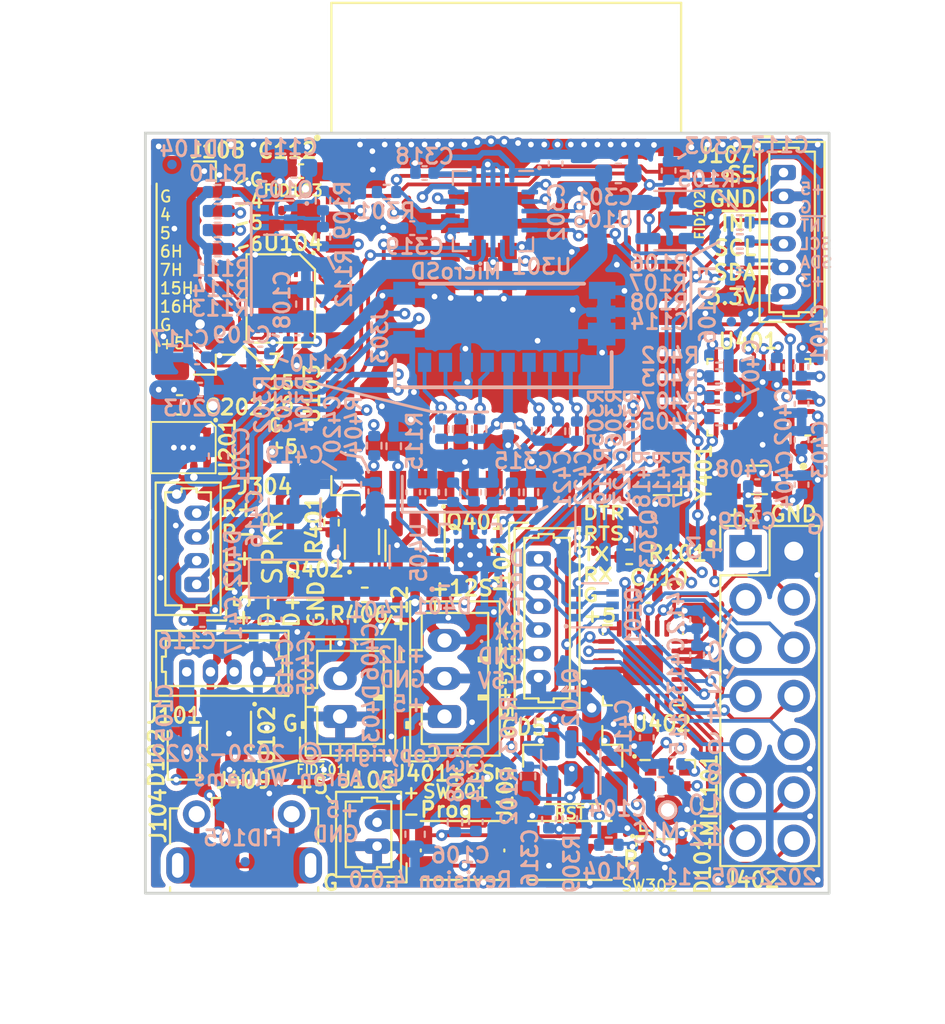
<source format=kicad_pcb>
(kicad_pcb (version 20211014) (generator pcbnew)
  (title_block (title "Wrover LED Controller") (date "2022-05-11") (rev "4.0.0") (company "Copyright © 2020-2022 by Aaron Williams"))
  (layers (0 "F.Cu" signal) (1 "In1.Cu" power) (2 "In2.Cu" mixed) (31 "B.Cu" signal) (34 "B.Paste" user) (35 "F.Paste" user) (36 "B.SilkS" user "B.Silkscreen") (37 "F.SilkS" user "F.Silkscreen") (38 "B.Mask" user) (39 "F.Mask" user) (44 "Edge.Cuts" user))
  (net 0 "")
  (net 1 "GND")
  (net 2 "+3V3")
  (net 3 "/IO4")
  (net 4 "/IO15")
  (net 5 "Net-(C423-Pad1)")
  (net 6 "/DTR")
  (net 7 "/RTS")
  (net 8 "/TXD0")
  (net 9 "/RXD0")
  (net 10 "FAN_PWM")
  (net 11 "/USB_DN")
  (net 12 "/USB_DP")
  (net 13 "/IO6")
  (net 14 "/IO7")
  (net 15 "/DO")
  (net 16 "/I2S0_BCLK")
  (net 17 "/I2S0_DIN")
  (net 18 "/D+")
  (net 19 "/D-")
  (net 20 "+12V")
  (net 21 "/Power Supplies/SS")
  (net 22 "/Power Supplies/COMP")
  (net 23 "/Power Supplies/SW")
  (net 24 "/Power Supplies/FB")
  (net 25 "/Power Supplies/FREQ")
  (net 26 "~{RESET}")
  (net 27 "~{M_BOOT_LOAD}")
  (net 28 "SCL")
  (net 29 "SDA")
  (net 30 "/IO6_H")
  (net 31 "/IO7_H")
  (net 32 "/IO15_H")
  (net 33 "/IO5")
  (net 34 "IO16")
  (net 35 "SD_D1")
  (net 36 "SD_D0")
  (net 37 "SD_CLK")
  (net 38 "SD_CMD")
  (net 39 "SD_D3")
  (net 40 "SD_D2")
  (net 41 "/IO46_5V")
  (net 42 "/IO16_H")
  (net 43 "~{INT2}")
  (net 44 "EN_12V")
  (net 45 "~{INT3}")
  (net 46 "/Power Supplies/LX")
  (net 47 "/IO4_H")
  (net 48 "/IO5_H")
  (net 50 "/Reset, Boot, Amp, and SD Card/PGM_IO0_DRV")
  (net 51 "/Motion and GPIO/SW_5V_IO1")
  (net 52 "/Motion and GPIO/SW_12V")
  (net 53 "/Motion and GPIO/P1_3")
  (net 54 "/Motion and GPIO/P1_2")
  (net 55 "/Motion and GPIO/P1_1")
  (net 56 "/Motion and GPIO/P1_0")
  (net 57 "/Motion and GPIO/P0_7")
  (net 58 "/Motion and GPIO/P0_6")
  (net 59 "/Motion and GPIO/P0_5")
  (net 60 "/Motion and GPIO/P0_4")
  (net 61 "/Motion and GPIO/P0_3")
  (net 62 "/Motion and GPIO/P0_2")
  (net 63 "/Motion and GPIO/P0_1")
  (net 64 "/Motion and GPIO/P0_0")
  (net 65 "/Motion and GPIO/~{EN_12V}")
  (net 66 "/Motion and GPIO/~{EN_5V}")
  (net 67 "/Motion and GPIO/H_SCL")
  (net 68 "/Motion and GPIO/H_SDA")
  (net 71 "Net-(D101-Pad1)")
  (net 73 "Net-(Q103-Pad4)")
  (net 74 "Net-(Q103-Pad6)")
  (net 80 "/Reset, Boot, Amp, and SD Card/SPKR_L+")
  (net 81 "/Reset, Boot, Amp, and SD Card/SPKR_L-")
  (net 82 "/Reset, Boot, Amp, and SD Card/SPKR_R+")
  (net 83 "/Reset, Boot, Amp, and SD Card/SPKR_R-")
  (net 84 "/I2S0_WSEL")
  (net 85 "~{INT}")
  (net 99 "/STATUS_LED")
  (net 100 "AMP_PWR")
  (net 101 "I2S1_WSEL")
  (net 102 "I2S1_DOUT")
  (net 103 "I2S1_BCLK")
  (net 104 "/Motion and GPIO/CAP")
  (net 105 "/Motion and GPIO/COM2")
  (net 106 "/Motion and GPIO/COM3")
  (net 107 "/Motion and GPIO/XIN32")
  (net 108 "unconnected-(J104-Pad6)")
  (net 109 "PVDD")
  (net 110 "/IO2")
  (net 111 "Net-(C113-Pad1)")
  (net 112 "Net-(R108-Pad2)")
  (footprint "Fiducial:Fiducial_0.5mm_Mask1mm" (layer "F.Cu") (at 67.175 34.075)
    (fp_text reference "FID103")
    (fp_text value "Fiducial")
  )
  (footprint "Package_LGA:LGA-28_5.2x3.8mm_P0.5mm" (layer "F.Cu") (at 92.3 43.9 180)
    (fp_text reference "U401")
    (fp_text value "BNO085")
  )
  (footprint "Connector_USB:USB_Micro-B_Molex-105017-0001" (layer "F.Cu") (at 65.2 67.3)
    (fp_text reference "J104")
    (fp_text value "USB_B_Micro")
  )
  (footprint "Capacitor_SMD:C_0402_1005Metric" (layer "F.Cu") (at 68.2 32 180)
    (fp_text reference "C112")
    (fp_text value "0.1uF")
  )
  (footprint "Package_TO_SOT_SMD:SOT-323-6L" (layer "F.Cu") (at 64.4 61.7 -90)
    (fp_text reference "U102")
    (fp_text value "USBUF02W6")
  )
  (footprint "Diode_SMD:D_SOD-323" (layer "F.Cu") (at 62.025 62.525 90)
    (fp_text reference "D102")
    (fp_text value "UDD32C12L01")
  )
  (footprint "Package_DFN_QFN:HVQFN-24-1EP_4x4mm_P0.5mm_EP2.1x2.1mm" (layer "F.Cu") (at 86.2 58 -90)
    (fp_text reference "U402")
    (fp_text value "PCA9575HF")
  )
  (footprint "Aaron:TDFN-14_3x3mm_P0.4mm_EP1.78x2.35mm" (layer "F.Cu") (at 67.125 38.7 180)
    (fp_text reference "U104")
    (fp_text value "MAX3379EETD" hide)
  )
  (footprint "Button_Switch_SMD:SW_Push_1P1T_NO_CK_KMR2" (layer "F.Cu") (at 82.35 67.75 180)
    (fp_text reference "SW302")
    (fp_text value "KMR2")
  )
  (footprint "Capacitor_SMD:C_0402_1005Metric" (layer "F.Cu") (at 86.48 54.35)
    (fp_text reference "C410")
    (fp_text value "0.1uF")
  )
  (footprint "Capacitor_SMD:C_0603_1608Metric" (layer "F.Cu") (at 61.8 44.3)
    (fp_text reference "C202")
    (fp_text value "10uF")
  )
  (footprint "Connector_Molex:Molex_PicoBlade_53047-0610_1x06_P1.25mm_Vertical" (layer "F.Cu") (at 80.7 52.4 -90)
    (fp_text reference "J102")
    (fp_text value "UART")
  )
  (footprint "Button_Switch_SMD:SW_Push_1P1T_NO_CK_KMR2" (layer "F.Cu") (at 76.7 67.75 180)
    (fp_text reference "SW301")
    (fp_text value "KMR2")
  )
  (footprint "Connector_JST:JST_SH_BM09B-SRSS-TB_1x09-1MP_P1.00mm_Vertical" (layer "F.Cu") (at 62.6 37.1 90)
    (fp_text reference "J108")
    (fp_text value "5V_LOGIC")
  )
  (footprint "Connector_Molex:Molex_PicoBlade_53047-0610_1x06_P1.25mm_Vertical" (layer "F.Cu") (at 93.6 32.075 -90)
    (fp_text reference "J107")
    (fp_text value "I2C")
  )
  (footprint "Resistor_SMD:R_0402_1005Metric" (layer "F.Cu") (at 71.55 54.3 180)
    (fp_text reference "R406")
    (fp_text value "10K")
  )
  (footprint "Torex_Semi:CL-2025-02" (layer "F.Cu") (at 62 46.55 180)
    (fp_text reference "U201")
    (fp_text value "XCL220")
  )
  (footprint "Sensor_Audio:Knowles_LGA-6_3.5x2.65mm" (layer "F.Cu") (at 87.5 64.85)
    (fp_text reference "MIC101")
    (fp_text value "SPH0645LM4H-B")
  )
  (footprint "Fiducial:Fiducial_0.5mm_Mask1mm" (layer "F.Cu") (at 67.35 63.9)
    (fp_text reference "FID101")
    (fp_text value "Fiducial")
  )
  (footprint "Connector_Molex:Molex_PicoBlade_53047-0210_1x02_P1.25mm_Vertical" (layer "F.Cu") (at 72.2 67.525 90)
    (fp_text reference "J105")
    (fp_text value "POWER IN")
  )
  (footprint "Resistor_SMD:R_0402_1005Metric" (layer "F.Cu") (at 85.475 52.3)
    (fp_text reference "R101")
    (fp_text value "10K")
  )
  (footprint "Connector_PinHeader_2.54mm:PinHeader_2x07_P2.54mm_Vertical" (layer "F.Cu") (at 91.6 52)
    (fp_text reference "J402")
    (fp_text value "GPIO_CONN")
  )
  (footprint "Package_TO_SOT_SMD:SOT-563" (layer "F.Cu") (at 71.4 51.5 90)
    (fp_text reference "Q402")
    (fp_text value "EM6K7T2R")
  )
  (footprint "Aaron:ESP32-S3-WROOM-2-N32R8V" (layer "F.Cu") (at 79 36.1)
    (fp_text reference "U103")
    (fp_text value "ESP32-S3-WROOM-2-N32R8V")
  )
  (footprint "Connector_JST:JST_SH_BM03B-SRSS-TB_1x03-1MP_P1.00mm_Vertical" (layer "F.Cu") (at 82.5 63.3 180)
    (fp_text reference "J103")
    (fp_text value "STATUS OUT")
  )
  (footprint "Package_TO_SOT_SMD:SOT-23-6" (layer "F.Cu") (at 74.2 51.7 -90)
    (fp_text reference "Q401")
    (fp_text value "SIL2301-TP")
  )
  (footprint "Fiducial:Fiducial_0.5mm_Mask1mm" (layer "F.Cu") (at 89.55 32.2)
    (fp_text reference "FID102")
    (fp_text value "Fiducial")
  )
  (footprint "Connector_JST:JST_PH_B2B-PH-K_1x02_P2.00mm_Vertical" (layer "F.Cu") (at 70.25 60.7 90)
    (fp_text reference "J409")
    (fp_text value "12V_OUT")
  )
  (footprint "Connector_Molex:Molex_PicoBlade_53047-0410_1x04_P1.25mm_Vertical" (layer "F.Cu") (at 62.175 58.35)
    (fp_text reference "J101")
    (fp_text value "Micro USB")
  )
  (footprint "marbastlib-various:LED_WS2812_2020" (layer "F.Cu") (at 87.35 68.15)
    (fp_text reference "D101")
    (fp_text value "WS2812_2020")
  )
  (footprint "Resistor_SMD:R_0402_1005Metric" (layer "F.Cu") (at 69.8 50.5 90)
    (fp_text reference "R401")
    (fp_text value "10K")
  )
  (footprint "Connector_JST:JST_PH_B3B-PH-K_1x03_P2.00mm_Vertical" (layer "F.Cu") (at 75.75 60.7 90)
    (fp_text reference "J401")
    (fp_text value "Fan PWM")
  )
  (footprint "Aaron:OSC_OM-7604-C7" (layer "F.Cu") (at 92.2 48.25 180)
    (fp_text reference "Y401")
    (fp_text value "OM-7604-C7")
  )
  (footprint "Connector_Molex:Molex_PicoBlade_53047-0410_1x04_P1.25mm_Vertical" (layer "F.Cu") (at 62.7 53.75 90)
    (fp_text reference "J304")
    (fp_text value "Speaker")
  )
  (footprint "Capacitor_SMD:C_0402_1005Metric" (layer "B.Cu") (at 72.1 48.85 90)
    (fp_text reference "C420")
    (fp_text value "0.1uF")
  )
  (footprint "Capacitor_SMD:C_0402_1005Metric" (layer "B.Cu") (at 75.1 48.9 90)
    (fp_text reference "C422")
    (fp_text value "1.5nF")
  )
  (footprint "Capacitor_SMD:C_0402_1005Metric" (layer "B.Cu") (at 92.225 48.575)
    (fp_text reference "C408")
    (fp_text value "1uF")
  )
  (footprint "Resistor_SMD:R_0402_1005Metric" (layer "B.Cu") (at 84.4 67.45)
    (fp_text reference "R104")
    (fp_text value "22")
  )
  (footprint "Capacitor_SMD:C_0402_1005Metric" (layer "B.Cu") (at 79.1 45.4 -90)
    (fp_text reference "C315")
    (fp_text value "1uF")
  )
  (footprint "Resistor_SMD:R_0402_1005Metric" (layer "B.Cu") (at 81.725 45.685 -90)
    (fp_text reference "R306")
    (fp_text value "10K")
  )
  (footprint "Resistor_SMD:R_0402_1005Metric" (layer "B.Cu") (at 82.35 66.1 -90)
    (fp_text reference "R309")
    (fp_text value "10K")
  )
  (footprint "Diode_SMD:D_SOD-123F" (layer "B.Cu") (at 67.65 53.45)
    (fp_text reference "D402")
    (fp_text value "SMD34PL-TP")
  )
  (footprint "Capacitor_SMD:C_0402_1005Metric" (layer "B.Cu") (at 91.325 38.675 180)
    (fp_text reference "C114")
    (fp_text value "1uF")
  )
  (footprint "Resistor_SMD:R_0402_1005Metric" (layer "B.Cu") (at 90.2 42.8)
    (fp_text reference "R403")
    (fp_text value "4.7K")
  )
  (footprint "Resistor_SMD:R_0402_1005Metric" (layer "B.Cu") (at 73.075 46.475 -90)
    (fp_text reference "R115")
    (fp_text value "10K")
  )
  (footprint "Capacitor_SMD:C_0402_1005Metric" (layer "B.Cu") (at 89.05 55.6 90)
    (fp_text reference "C412")
    (fp_text value "1uF")
  )
  (footprint "Diode_SMD:D_0402_1005Metric" (layer "B.Cu") (at 73.4 61.1 180)
    (fp_text reference "D403")
    (fp_text value "CDBQR0230R-HF")
  )
  (footprint "Capacitor_SMD:C_0603_1608Metric" (layer "B.Cu") (at 87.15 64.4)
    (fp_text reference "C104")
    (fp_text value "10uF")
  )
  (footprint "Resistor_SMD:R_0402_1005Metric" (layer "B.Cu") (at 91.3 35.7 180)
    (fp_text reference "R106")
    (fp_text value "2.2K")
  )
  (footprint "Capacitor_SMD:C_0402_1005Metric" (layer "B.Cu") (at 94.55 42.3 90)
    (fp_text reference "C401")
    (fp_text value "1uF")
  )
  (footprint "Fiducial:Fiducial_0.5mm_Mask1mm" (layer "B.Cu") (at 61.4 31.65 180)
    (fp_text reference "FID104")
    (fp_text value "Fiducial")
  )
  (footprint "Capacitor_SMD:C_0402_1005Metric" (layer "B.Cu") (at 62.725 41.8 180)
    (fp_text reference "C117")
    (fp_text value "1uF")
  )
  (footprint "Resistor_SMD:R_0402_1005Metric" (layer "B.Cu") (at 63.8 33.1 180)
    (fp_text reference "R110")
    (fp_text value "4.7K")
  )
  (footprint "Resistor_SMD:R_0402_1005Metric" (layer "B.Cu") (at 63.8 34.1 180)
    (fp_text reference "R111")
    (fp_text value "22")
  )
  (footprint "Resistor_SMD:R_0402_1005Metric" (layer "B.Cu") (at 80.3 48.9 90)
    (fp_text reference "R417")
    (fp_text value "18.7K")
  )
  (footprint "Capacitor_SMD:C_0603_1608Metric" (layer "B.Cu") (at 84.9 32.125)
    (fp_text reference "C301")
    (fp_text value "10uF")
  )
  (footprint "Resistor_SMD:R_0402_1005Metric" (layer "B.Cu") (at 90.2 43.9)
    (fp_text reference "R407")
    (fp_text value "10K")
  )
  (footprint "Capacitor_SMD:C_0402_1005Metric" (layer "B.Cu") (at 62.175 60.505 -90)
    (fp_text reference "C105")
    (fp_text value "1uF")
  )
  (footprint "Capacitor_SMD:C_0402_1005Metric" (layer "B.Cu") (at 94.55 46.15 90)
    (fp_text reference "C403")
    (fp_text value "0.1uF")
  )
  (footprint "Fiducial:Fiducial_0.5mm_Mask1mm" (layer "B.Cu") (at 90.85 39.925 180)
    (fp_text reference "FID106")
    (fp_text value "Fiducial")
  )
  (footprint "Capacitor_SMD:C_0402_1005Metric" (layer "B.Cu") (at 74.1 48.9 90)
    (fp_text reference "C421")
    (fp_text value "22nF")
  )
  (footprint "Capacitor_SMD:C_0603_1608Metric" (layer "B.Cu") (at 68.45 39 90)
    (fp_text reference "C108")
    (fp_text value "10uF")
  )
  (footprint "Resistor_SMD:R_0402_1005Metric" (layer "B.Cu") (at 63.8 36.1 180)
    (fp_text reference "R113")
    (fp_text value "4.7K")
  )
  (footprint "Capacitor_SMD:C_0402_1005Metric" (layer "B.Cu") (at 81.25 66.1 90)
    (fp_text reference "C316")
    (fp_text value "1uF")
  )
  (footprint "Capacitor_SMD:C_0402_1005Metric" (layer "B.Cu") (at 74.05 35 180)
    (fp_text reference "C319")
    (fp_text value "0.1uF")
  )
  (footprint "Aaron:QFN-16-1EP_3x3mm_P0.5mm_EP2.7x2.7mm_ThermalVias" (layer "B.Cu") (at 77.1 52.2)
    (fp_text reference "U405")
    (fp_text value "TPS55340-Q1")
  )
  (footprint "Resistor_SMD:R_0402_1005Metric" (layer "B.Cu") (at 76.3 66.27 -90)
    (fp_text reference "R308")
    (fp_text value "10K")
  )
  (footprint "Resistor_SMD:R_0402_1005Metric" (layer "B.Cu") (at 63.8 35.1 180)
    (fp_text reference "R114")
    (fp_text value "22")
  )
  (footprint "Capacitor_SMD:C_0402_1005Metric" (layer "B.Cu") (at 92.225 49.525)
    (fp_text reference "C409")
    (fp_text value "0.1uF")
  )
  (footprint "Resistor_SMD:R_0402_1005Metric" (layer "B.Cu") (at 80.15 60.9 90)
    (fp_text reference "R103")
    (fp_text value "4.7K")
  )
  (footprint "Capacitor_SMD:C_0402_1005Metric" (layer "B.Cu") (at 74.7 32.1 180)
    (fp_text reference "C318")
    (fp_text value "0.1uF")
  )
  (footprint "Resistor_SMD:R_0402_1005Metric" (layer "B.Cu") (at 80.15 63.85 -90)
    (fp_text reference "R102")
    (fp_text value "4.7K")
  )
  (footprint "Fiducial:Fiducial_0.5mm_Mask1mm" (layer "B.Cu") (at 65.25 68.35 180)
    (fp_text reference "FID105")
    (fp_text value "Fiducial")
  )
  (footprint "Capacitor_SMD:C_0402_1005Metric" (layer "B.Cu") (at 77.4 66.25 90)
    (fp_text reference "C314")
    (fp_text value "0.1uF")
  )
  (footprint "Capacitor_SMD:C_0603_1608Metric" (layer "B.Cu") (at 70.85 48.5 90)
    (fp_text reference "C419")
    (fp_text value "22uF")
  )
  (footprint "Package_TO_SOT_SMD:SOT-23" (layer "B.Cu") (at 84.2 51.361332 -90)
    (fp_text reference "Q303")
    (fp_text value "BSS138")
  )
  (footprint "Capacitor_SMD:C_0402_1005Metric" (layer "B.Cu") (at 68 41 180)
    (fp_text reference "C109")
    (fp_text value "0.1uF")
  )
  (footprint "Capacitor_SMD:C_1210_3225Metric" (layer "B.Cu") (at 67.85 49.95 90)
    (fp_text reference "C416")
    (fp_text value "47uF")
  )
  (footprint "Capacitor_SMD:C_0402_1005Metric" (layer "B.Cu") (at 69.2 55.7 -90)
    (fp_text reference "C405")
    (fp_text value "1uF")
  )
  (footprint "Resistor_SMD:R_0402_1005Metric" (layer "B.Cu") (at 82.725 45.685 -90)
    (fp_text reference "R307")
    (fp_text value "10K")
  )
  (footprint "Package_TO_SOT_SMD:SOT-563" (layer "B.Cu") (at 66.9 34.45 180)
    (fp_text reference "Q103")
    (fp_text value "EM6K7T2R")
  )
  (footprint "Package_TO_SOT_SMD:SOT-363_SC-70-6" (layer "B.Cu") (at 83.65 54.85)
    (fp_text reference "Q101")
    (fp_text value "UMH3N")
  )
  (footprint "Capacitor_SMD:C_0402_1005Metric" (layer "B.Cu") (at 62.875 43.5)
    (fp_text reference "C203")
    (fp_text value "1uF")
  )
  (footprint "Resistor_SMD:R_0402_1005Metric" (layer "B.Cu") (at 90.2 45 180)
    (fp_text reference "R405")
    (fp_text value "10K")
  )
  (footprint "Capacitor_SMD:C_0402_1005Metric" (layer "B.Cu") (at 94.55 44.25 -90)
    (fp_text reference "C402")
    (fp_text value "0.1uF")
  )
  (footprint "Capacitor_SMD:C_0402_1005Metric" (layer "B.Cu") (at 77.3 48.9 90)
    (fp_text reference "C423")
    (fp_text value "33nF")
  )
  (footprint "Resistor_SMD:R_0402_1005Metric" (layer "B.Cu") (at 76.575 45.575 -90)
    (fp_text reference "R303")
    (fp_text value "10K")
  )
  (footprint "Capacitor_SMD:C_0402_1005Metric" (layer "B.Cu") (at 70.3 55.7 -90)
    (fp_text reference "C406")
    (fp_text value "0.1uF")
  )
  (footprint "Package_TO_SOT_SMD:SOT-23-5" (layer "B.Cu") (at 87.6 34.6 180)
    (fp_text reference "U105")
    (fp_text value "AP22815AWT-7")
  )
  (footprint "Resistor_SMD:R_0402_1005Metric" (layer "B.Cu") (at 76.2 48.9 -90)
    (fp_text reference "R419")
    (fp_text value "1.54K")
  )
  (footprint "Capacitor_SMD:C_0402_1005Metric" (layer "B.Cu") (at 87.55 31.975 90)
    (fp_text reference "C303")
    (fp_text value "0.1uF")
  )
  (footprint "Resistor_SMD:R_0402_1005Metric" (layer "B.Cu") (at 75.575 45.575 -90)
    (fp_text reference "R302")
    (fp_text value "10K")
  )
  (footprint "Resistor_SMD:R_0402_1005Metric" (layer "B.Cu") (at 90.2 41.7)
    (fp_text reference "R402")
    (fp_text value "4.7K")
  )
  (footprint "Resistor_SMD:R_0402_1005Metric" (layer "B.Cu") (at 79.3 48.9 90)
    (fp_text reference "R416")
    (fp_text value "86.6K")
  )
  (footprint "Capacitor_SMD:C_0603_1608Metric" (layer "B.Cu") (at 67.825 31.825 180)
    (fp_text reference "C111")
    (fp_text value "22uF")
  )
  (footprint "Capacitor_SMD:C_0402_1005Metric" (layer "B.Cu") (at 87.75 63.2 180)
    (fp_text reference "C115")
    (fp_text value "0.1uF")
  )
  (footprint "Resistor_SMD:R_0402_1005Metric" (layer "B.Cu") (at 69.35 35.45 90)
    (fp_text reference "R112")
    (fp_text value "4.7K")
  )
  (footprint "Capacitor_SMD:C_0402_1005Metric" (layer "B.Cu") (at 63 55.625)
    (fp_text reference "C116")
    (fp_text value "1uF")
  )
  (footprint "Connector_Card:microSD_HC_Molex_047571-0001" (layer "B.Cu") (at 78.85 40.65)
    (fp_text reference "J303")
    (fp_text value "Micro_SD_Card")
  )
  (footprint "Resistor_SMD:R_0402_1005Metric" (layer "B.Cu") (at 78.3 48.9 90)
    (fp_text reference "R418")
    (fp_text value "10K")
  )
  (footprint "Capacitor_SMD:C_0603_1608Metric" (layer "B.Cu") (at 63.85 47 90)
    (fp_text reference "C201")
    (fp_text value "10uF")
  )
  (footprint "Capacitor_SMD:C_0402_1005Metric" (layer "B.Cu") (at 89.05 57.45 -90)
    (fp_text reference "C413")
    (fp_text value "0.1uF")
  )
  (footprint "Capacitor_SMD:C_0402_1005Metric" (layer "B.Cu") (at 66.8 55.6 -90)
    (fp_text reference "C418")
    (fp_text value "0.1uF")
  )
  (footprint "Capacitor_SMD:C_0402_1005Metric" (layer "B.Cu") (at 93.25 42.3 -90)
    (fp_text reference "C407")
    (fp_text value "0.1uF")
  )
  (footprint "Resistor_SMD:R_0402_1005Metric" (layer "B.Cu") (at 91.3 37.7 180)
    (fp_text reference "R108")
    (fp_text value "10K")
  )
  (footprint "Package_TO_SOT_SMD:SOT-23" (layer "B.Cu") (at 82.4 63.1 90)
    (fp_text reference "Q102")
    (fp_text value "BSS138")
  )
  (footprint "Resistor_SMD:R_0402_1005Metric" (layer "B.Cu") (at 72.05 46.45 -90)
    (fp_text reference "R404")
    (fp_text value "10K")
  )
  (footprint "Diode_SMD:D_0402_1005Metric" (layer "B.Cu") (at 77.7 55.65 90)
    (fp_text reference "D401")
    (fp_text value "CDBQR0230R-HF")
  )
  (footprint "Inductor_SMD:L_1210_3225Metric" (layer "B.Cu") (at 71.5 52.3 -90)
    (fp_text reference "L401")
    (fp_text value "2.2uH")
  )
  (footprint "Resistor_SMD:R_0402_1005Metric" (layer "B.Cu") (at 77.575 45.575 -90)
    (fp_text reference "R304")
    (fp_text value "10K")
  )
  (footprint "Capacitor_SMD:C_0402_1005Metric" (layer "B.Cu") (at 94.55 48.5 90)
    (fp_text reference "C404")
    (fp_text value "0.1uF")
  )
  (footprint "Resistor_SMD:R_0402_1005Metric" (layer "B.Cu") (at 80.725 45.675 -90)
    (fp_text reference "R305")
    (fp_text value "10K")
  )
  (footprint "Package_CSP:LFCSP-20-1EP_4x4mm_P0.5mm_EP2.6x2.6mm" (layer "B.Cu") (at 78.3 34.1 180)
    (fp_text reference "U301")
    (fp_text value "SSM2518CPZ")
  )
  (footprint "Capacitor_SMD:C_0402_1005Metric" (layer "B.Cu") (at 86.4 61.8 -90)
    (fp_text reference "C411")
    (fp_text value "0.1uF")
  )
  (footprint "Capacitor_SMD:C_0402_1005Metric" (layer "B.Cu") (at 65.7 55.6 -90)
    (fp_text reference "C417")
    (fp_text value "1uF")
  )
  (footprint "Resistor_SMD:R_0402_1005Metric" (layer "B.Cu") (at 91.3 36.7 180)
    (fp_text reference "R107")
    (fp_text value "2.2K")
  )
  (footprint "Capacitor_SMD:C_0402_1005Metric" (layer "B.Cu") (at 81.6 31.6 90)
    (fp_text reference "C302")
    (fp_text value "0.1uF")
  )
  (footprint "Capacitor_SMD:C_0603_1608Metric" (layer "B.Cu") (at 91.75 32.5 90)
    (fp_text reference "C113")
    (fp_text value "10uF")
  )
  (footprint "Capacitor_SMD:C_0402_1005Metric" (layer "B.Cu") (at 66.05 41.6 180)
    (fp_text reference "C110")
    (fp_text value "0.1uF")
  )
  (footprint "Capacitor_SMD:C_0603_1608Metric" (layer "B.Cu") (at 74.2 66.9 -90)
    (fp_text reference "C106")
    (fp_text value "10uF")
  )
  (footprint "Resistor_SMD:R_0402_1005Metric" (layer "B.Cu") (at 72.7 33.1)
    (fp_text reference "R301")
    (fp_text value "10K")
  )
  (footprint "Resistor_SMD:R_0402_1005Metric" (layer "B.Cu") (at 91.3 34.7 180)
    (fp_text reference "R105")
    (fp_text value "4.7K")
  )
  (footprint "Resistor_SMD:R_0402_1005Metric" (layer "B.Cu") (at 69.35 33.55 -90)
    (fp_text reference "R109")
    (fp_text value "4.7K")
  )
  (gr_line (start 71.15 56.9) (end 70.8 56.65) (layer "B.SilkS") (width 0.15))
  (gr_circle (center 68.5 33.7) (end 68.55 33.7) (layer "B.SilkS") (width 0.15) (fill solid))
  (gr_circle (center 82.15 55.95) (end 82.2 55.95) (layer "B.SilkS") (width 0.15) (fill solid))
  (gr_line (start 67 40.7) (end 66.7 40.6) (layer "B.SilkS") (width 0.15))
  (gr_line (start 90.125 33.05) (end 91.15 34.05) (layer "B.SilkS") (width 0.15))
  (gr_line (start 71.375 47.05) (end 71.6 47.45) (layer "B.SilkS") (width 0.15))
  (gr_line (start 91.725 31) (end 91.8 30.85) (layer "B.SilkS") (width 0.15))
  (gr_circle (center 89.9 51) (end 90 51) (layer "B.SilkS") (width 0.15) (fill solid))
  (gr_circle (center 80.75 31.825) (end 80.8 31.825) (layer "B.SilkS") (width 0.15) (fill solid))
  (gr_line (start 88.725 36.5) (end 88.725 40.3) (layer "B.SilkS") (width 0.15))
  (gr_line (start 69.925 37.125) (end 69.625 36.525) (layer "B.SilkS") (width 0.15))
  (gr_line (start 65.575 39.575) (end 65.575 33.7) (layer "B.SilkS") (width 0.15))
  (gr_line (start 75.125 44.675) (end 78.025 44.675) (layer "B.SilkS") (width 0.15))
  (gr_line (start 67.475 42.025) (end 67.075 41.875) (layer "B.SilkS") (width 0.15))
  (gr_line (start 88.425 31.1) (end 88.075 31.325) (layer "B.SilkS") (width 0.15))
  (gr_line (start 73.525 49.95) (end 73.525 48.05) (layer "B.SilkS") (width 0.15))
  (gr_line (start 70.025 47.725) (end 69.35 47.3) (layer "B.SilkS") (width 0.15))
  (gr_line (start 70.575 46.925) (end 71.375 47.05) (layer "B.SilkS") (width 0.15))
  (gr_line (start 73.525 49.95) (end 80.5 49.95) (layer "B.SilkS") (width 0.15))
  (gr_line (start 75.125 44.675) (end 69.025 43.175) (layer "B.SilkS") (width 0.15))
  (gr_line (start 65.575 33.7) (end 64.775 33.7) (layer "B.SilkS") (width 0.15))
  (gr_line (start 79.725 46.575) (end 79.525 46.325) (layer "B.SilkS") (width 0.15))
  (gr_circle (center 87.5 65.619884) (end 87.75 65.269884) (layer "B.SilkS") (width 0.15) (fill none))
  (gr_line (start 71.6 47.45) (end 71.75 47.85) (layer "B.SilkS") (width 0.15))
  (gr_line (start 80.5 49.95) (end 81.15 49.65) (layer "B.SilkS") (width 0.15))
  (gr_circle (center 75.1 54) (end 75.170711 54) (layer "B.SilkS") (width 0.15) (fill solid))
  (gr_line (start 68.45 56.55) (end 68.6 56.3) (layer "B.SilkS") (width 0.15))
  (gr_line (start 90.4 56.5) (end 90.85 55.45) (layer "B.SilkS") (width 0.15))
  (gr_line (start 88.725 36.5) (end 90.2 35.725) (layer "B.SilkS") (width 0.15))
  (gr_line (start 90.65 58.65) (end 90.95 58.1) (layer "B.SilkS") (width 0.15))
  (gr_line (start 70.3 46.775) (end 70.575 46.925) (layer "B.SilkS") (width 0.15))
  (gr_line (start 67.45 56.55) (end 67.35 56.35) (layer "B.SilkS") (width 0.15))
  (gr_line (start 64.875 34.825) (end 65.35 34.7) (layer "F.SilkS") (width 0.15))
  (gr_line (start 66.475 42.475) (end 65.175 41.225) (layer "F.SilkS") (width 0.15))
  (gr_circle (center 88.15 55.3) (end 88.2 55.3) (layer "F.SilkS") (width 0.15) (fill solid))
  (gr_line (start 72.45 56.35) (end 72.95 55.4) (layer "F.SilkS") (width 0.15))
  (gr_circle (center 65.75 60.05) (end 65.8 60.05) (layer "F.SilkS") (width 0.15) (fill solid))
  (gr_circle (center 63.7 45.1) (end 63.75 45.1) (layer "F.SilkS") (width 0.15) (fill solid))
  (gr_line (start 64.9 32.625) (end 65.35 32.4) (layer "F.SilkS") (width 0.15))
  (gr_line (start 66.375 63.475) (end 67.975 63.025) (layer "F.SilkS") (width 0.15))
  (gr_line (start 69.55 64.9) (end 69.85 65.25) (layer "F.SilkS") (width 0.15))
  (gr_circle (center 95.25 46.15) (end 95.3 46.15) (layer "F.SilkS") (width 0.15) (fill solid))
  (gr_circle (center 69.05 30.25) (end 69.15 30.25) (layer "F.SilkS") (width 0.15) (fill solid))
  (gr_circle (center 75.7 49.65) (end 75.75 49.65) (layer "F.SilkS") (width 0.15) (fill solid))
  (gr_circle (center 70.75 53.1) (end 70.8 53.1) (layer "F.SilkS") (width 0.15) (fill solid))
  (gr_circle (center 85.65 67) (end 85.7 67) (layer "F.SilkS") (width 0.15) (fill solid))
  (gr_circle (center 90.525 32.175) (end 90.475 32.2) (layer "F.SilkS") (width 0.15) (fill none))
  (gr_circle (center 68.85 36.3) (end 68.9 36.3) (layer "F.SilkS") (width 0.15) (fill solid))
  (gr_circle (center 89.8 51.6) (end 89.95 51.6) (layer "F.SilkS") (width 0.15) (fill solid))
  (gr_line (start 64.9 48.55) (end 64.125 48.675) (layer "F.SilkS") (width 0.15))
  (gr_line (start 64.975 33.8) (end 65.4 33.675) (layer "F.SilkS") (width 0.15))
  (gr_line (start 64.95 36.05) (end 65.375 35.925) (layer "F.SilkS") (width 0.15))
  (gr_circle (center 85.75 62.8) (end 85.8 62.8) (layer "F.SilkS") (width 0.15) (fill solid))
  (gr_rect (start 60 30) (end 96 70) (layer "Edge.Cuts") (width 0.15) (fill none))
  (gr_text "0\n2\n4\n6\n8\n10\n12" (at 90.55 62.15) (layer "B.SilkS") (effects (font (size 1 1)) (justify left mirror)))
  (gr_text "+12\nGND\n+5" (at 74.85 58.75) (layer "B.SilkS") (effects (font (size 0.8 0.8)) (justify left mirror)))
  (gr_text "Revision ${REVISION}" (at 75 69.3) (layer "B.SilkS") (effects (font (size 0.8 0.8)) (justify mirror)))
  (gr_text "Copyright © 2020-2022\nby Aaron Williams" (at 67.95 63.3) (layer "B.SilkS") (effects (font (size 0.8 0.8)) (justify mirror)))
  (gr_text "MIC" (at 86.9 66.85) (layer "B.SilkS") (effects (font (size 1 1)) (justify mirror)))
  (gr_text "${ISSUE_DATE}" (at 91.3 69.15) (layer "B.SilkS") (effects (font (size 0.8 0.8)) (justify mirror)))
  (gr_text "D\nR\nTX\nRX\nGND\n+5V" (at 80.05 55.6) (layer "B.SilkS") (effects (font (size 0.8 0.8)) (justify left mirror)))
  (gr_text "MicroSD" (at 76.35 37.275) (layer "B.SilkS") (effects (font (size 0.8 0.8)) (justify mirror)))
  (gr_text "G" (at 95.3 50.6) (layer "B.SilkS") (effects (font (size 1 1)) (justify mirror)))
  (gr_text "+3" (at 89.45 51.85) (layer "B.SilkS") (effects (font (size 1 1)) (justify mirror)))
  (gr_text "+5\nGND" (at 71.35 66.25) (layer "B.SilkS") (effects (font (size 0.8 0.8)) (justify left mirror)))
  (gr_text "+5\nG\n~{INT}\nSCL\nSDA\n+3" (at 94.4 35.35) (layer "B.SilkS") (effects (font (size 0.6 0.6) (thickness 0.12)) (justify right mirror)))
  (gr_text "SPKR" (at 66.7 51.8 90) (layer "F.SilkS") (effects (font (size 1 1))))
  (gr_text "G\n4\n5\n6H\n7H\n15H\n16H\nG\n+5" (at 60.7 37.2) (layer "F.SilkS") (effects (font (size 0.6 0.6) (thickness 0.1)) (justify left)))
  (gr_text "+\n-" (at 74 65.25) (layer "F.SilkS") (effects (font (size 0.7 0.7) (thickness 0.13))))
  (gr_text "G" (at 67.625 61.075) (layer "F.SilkS") (effects (font (size 0.8 0.8))))
  (gr_text "G" (at 69.75 69.45) (layer "F.SilkS") (effects (font (size 0.8 0.8))))
  (gr_text "GD5" (at 79.925 61.275) (layer "F.SilkS") (effects (font (size 0.8 0.8))))
  (gr_text "+12G+5" (at 79 58.3 270) (layer "F.SilkS") (effects (font (size 0.6 0.8) (thickness 0.13))))
  (gr_text "+5\nD-\nD+\nGND" (at 67.05 56.1 90) (layer "F.SilkS") (effects (font (size 0.8 0.8)) (justify left)))
  (gr_text "- +12" (at 73.4 55.85 90) (layer "F.SilkS") (effects (font (size 0.8 0.8))))
  (gr_text "DTR\nRTS\nTX\nRX\nG\n+5" (at 82.95 52.7) (layer "F.SilkS") (effects (font (size 0.67 0.8) (thickness 0.14)) (justify left)))
  (gr_text "RST" (at 82.35 65.8) (layer "F.SilkS") (effects (font (size 0.6 0.6) (thickness 0.12))))
  (gr_text "R" (at 85.55 68.2) (layer "F.SilkS") (effects (font (size 0.8 0.8))))
  (gr_text "S5\nGND\n~{INT}\nSCL\nSDA\n3.3V" (at 92.25 35.4) (layer "F.SilkS") (effects (font (size 0.8 0.8)) (justify right)))
  (gr_text "+5" (at 68.75 64.35) (layer "F.SilkS") (effects (font (size 0.8 0.8))))
  (gr_text "G\n4\n5\n6" (at 65.85 34.15) (layer "F.SilkS") (effects (font (size 0.7 0.7) (thickness 0.14))))
  (gr_text "Prog" (at 75.85 65.6) (layer "F.SilkS") (effects (font (size 0.8 0.8))))
  (gr_text "R+\nR-\nL+\nL-" (at 64.9 51.7) (layer "F.SilkS") (effects (font (size 0.8 0.8))))
  (gr_text "+12S" (at 76.65 53.95) (layer "F.SilkS") (effects (font (size 0.8 0.8))))
  (gr_text "7\n15\n16\nG\n+5" (at 66.4 44.25) (layer "F.SilkS") (effects (font (size 0.7 0.7) (thickness 0.14)) (justify left)))
  (gr_text "+3 GND" (at 92.95 50.05) (layer "F.SilkS") (effects (font (size 0.8 0.8))))
  (gr_text "+5S" (at 77.15 63.7) (layer "F.SilkS") (effects (font (size 0.8 0.8))))
  (segment (start 85.760021 62.28) (end 85.736193 62.256172) (width 0.35) (layer "F.Cu") (net 1))
  (segment (start 62 45.6125) (end 62 46.55) (width 0.35) (layer "F.Cu") (net 1))
  (segment (start 83.25 58.75) (end 83.1 58.9) (width 0.35) (layer "F.Cu") (net 1))
  (segment (start 84.2625 58.25) (end 84.227989 58.284511) (width 0.35) (layer "F.Cu") (net 1))
  (segment (start 66.5 65.8375) (end 66.5 64.775) (width 0.5) (layer "F.Cu") (net 1))
  (segment (start 94.6875 43.15) (end 93.35 43.15) (width 0.25) (layer "F.Cu") (net 1))
  (segment (start 77.55 37.776444) (end 77.55 38.7) (width 0.5) (layer "F.Cu") (net 1))
  (segment (start 62.92577 40.1) (end 62.879001 40.053231) (width 0.5) (layer "F.Cu") (net 1))
  (segment (start 77.55 38.7) (end 77.575 38.725) (width 0.5) (layer "F.Cu") (net 1))
  (segment (start 95.15 44.65) (end 95.4 44.9) (width 0.25) (layer "F.Cu") (net 1))
  (segment (start 83.715489 58.284511) (end 83.1 58.9) (width 0.35) (layer "F.Cu") (net 1))
  (segment (start 84.2625 58.25) (end 85.95 58.25) (width 0.35) (layer "F.Cu") (net 1))
  (segment (start 63.925 40.1) (end 62.92577 40.1) (width 0.5) (layer "F.Cu") (net 1))
  (segment (start 67.525 37.225) (end 67.525 38.3) (width 0.25) (layer "F.Cu") (net 1))
  (segment (start 85.6 68.6) (end 85.65 68.65) (width 0.4) (layer "F.Cu") (net 1))
  (segment (start 94.55 43.0125) (end 94.6875 43.15) (width 0.25) (layer "F.Cu") (net 1))
  (segment (start 85.7 68.7) (end 85.65 68.65) (width 0.4) (layer "F.Cu") (net 1))
  (segment (start 81.475 61.95) (end 80.830235 61.95) (width 0.5) (layer "F.Cu") (net 1))
  (segment (start 66.5 64.775) (end 66.525 64.75) (width 0.5) (layer "F.Cu") (net 1))
  (segment (start 65.925 37.225) (end 65.939511 37.239511) (width 0.2) (layer "F.Cu") (net 1))
  (segment (start 62.6 44.3) (end 63.5 44.3) (width 1) (layer "F.Cu") (net 1))
  (segment (start 80.830235 61.95) (end 80.808735 61.9715) (width 0.5) (layer "F.Cu") (net 1))
  (segment (start 94.55 42.2375) (end 94.55 43.0125) (width 0.25) (layer "F.Cu") (net 1))
  (segment (start 62 46.55) (end 62 47.4875) (width 0.35) (layer "F.Cu") (net 1))
  (segment (start 64.4 60.775) (end 64.4 61.6) (width 0.2) (layer "F.Cu") (net 1))
  (segment (start 94.55 42.2375) (end 94.55 41.35) (width 0.25) (layer "F.Cu") (net 1))
  (segment (start 76.059566 37.766878) (end 76.059566 38.659566) (width 0.5) (layer "F.Cu") (net 1))
  (segment (start 94.55 41.35) (end 94.6 41.3) (width 0.25) (layer "F.Cu") (net 1))
  (segment (start 88.16225 65.6) (end 88.525 65.6) (width 0.2) (layer "F.Cu") (net 1))
  (segment (start 92.55 44.95) (end 92.4 44.8) (width 0.25) (layer "F.Cu") (net 1))
  (segment (start 65.925 58.35) (end 67.35 58.35) (width 0.5) (layer "F.Cu") (net 1))
  (segment (start 65.939511 37.239511) (end 65.939511 37.804978) (width 0.2) (layer "F.Cu") (net 1))
  (segment (start 86.435 68.7) (end 85.7 68.7) (width 0.4) (layer "F.Cu") (net 1))
  (segment (start 92.55 45.5625) (end 92.55 44.95) (width 0.25) (layer "F.Cu") (net 1))
  (segment (start 70.9 53.25) (end 70.9 52.25) (width 0.2) (layer "F.Cu") (net 1))
  (segment (start 67.72 32) (end 67.6 32) (width 0.4) (layer "F.Cu") (net 1))
  (segment (start 71.9 52.85) (end 71.5 53.25) (width 0.2) (layer "F.Cu") (net 1))
  (segment (start 67.525 37.225) (end 67.525 36.375) (width 0.25) (layer "F.Cu") (net 1))
  (segment (start 62 45.6125) (end 62 44.9) (width 0.3) (layer "F.Cu") (net 1))
  (segment (start 84.4 68.6) (end 85.6 68.6) (width 0.4) (layer "F.Cu") (net 1))
  (segment (start 66.5 65.8375) (end 66.5 66.775) (width 0.5) (layer "F.Cu") (net 1))
  (segment (start 62 44.9) (end 62.6 44.3) (width 0.3) (layer "F.Cu") (net 1))
  (segment (start 67.6 32) (end 67.075 32.525) (width 0.4) (layer "F.Cu") (net 1))
  (segment (start 93.35 43.15) (end 93.25 43.25) (width 0.25) (layer "F.Cu") (net 1))
  (segment (start 67.525 36.375) (end 67.55 36.35) (width 0.25) (layer "F.Cu") (net 1))
  (segment (start 63.5 44.3) (end 63.55 44.35) (width 1) (layer "F.Cu") (net 1))
  (segment (start 65.925 36.53992) (end 65.7835 36.39842) (width 0.2) (layer "F.Cu") (net 1))
  (segment (start 65.939511 37.804978) (end 67.125 38.7) (width 0.2) (layer "F.Cu") (net 1))
  (segment (start 71.5 53.25) (end 70.9 53.25) (width 0.2) (layer "F.Cu") (net 1))
  (segment (start 92.55 46.35) (end 92.5 46.4) (width 0.25) (layer "F.Cu") (net 1))
  (segment (start 65.925 37.225) (end 65.925 36.53992) (width 0.2) (layer "F.Cu") (net 1))
  (segment (start 92.55 45.5625) (end 92.55 46.35) (width 0.25) (layer "F.Cu") (net 1))
  (segment (start 94.6875 44.65) (end 95.15 44.65) (width 0.25) (layer "F.Cu") (net 1))
  (segment (start 84.227989 58.284511) (end 83.715489 58.284511) (width 0.35) (layer "F.Cu") (net 1))
  (segment (start 76.059566 38.659566) (end 76.075 38.675) (width 0.5) (layer "F.Cu") (net 1))
  (segment (start 71.9 52.25) (end 71.9 52.85) (width 0.2) (layer "F.Cu") (net 1))
  (via (at 78.35 55.2) (size 0.604) (drill 0.3) (layers "F.Cu" "B.Cu") (net 1))
  (via (at 76.85 65.75) (size 0.604) (drill 0.3) (layers "F.Cu" "B.Cu") (net 1))
  (via (at 85.275 51.425) (size 0.604) (drill 0.3) (layers "F.Cu" "B.Cu") (net 1))
  (via (at 89.486212 39.4885) (size 0.604) (drill 0.3) (layers "F.Cu" "B.Cu") (net 1))
  (via (at 91.1885 43.9) (size 0.604) (drill 0.3) (layers "F.Cu" "B.Cu") (net 1))
  (via (at 82.4 30.6) (size 0.604) (drill 0.3) (layers "F.Cu" "B.Cu") (net 1))
  (via (at 61.6 50.65) (size 0.604) (drill 0.3) (layers "F.Cu" "B.Cu") (net 1))
  (via (at 81.25 68.55) (size 0.604) (drill 0.3) (layers "F.Cu" "B.Cu") (net 1))
  (via (at 67.55 36.35) (size 0.604) (drill 0.3) (layers "F.Cu" "B.Cu") (net 1))
  (via (at 81.7 30.6) (size 0.604) (drill 0.3) (layers "F.Cu" "B.Cu") (net 1))
  (via (at 75.225 38.6) (size 0.604) (drill 0.3) (layers "F.Cu" "B.Cu") (net 1))
  (via (at 80.3 30.6) (size 0.604) (drill 0.3) (layers "F.Cu" "B.Cu") (net 1))
  (via (at 75.95 55.5) (size 0.604) (drill 0.3) (layers "F.Cu" "B.Cu") (net 1))
  (via (at 79.1 46.425) (size 0.604) (drill 0.3) (layers "F.Cu" "B.Cu") (net 1))
  (via (at 90.559536 58.343497) (size 0.604) (drill 0.3) (layers "F.Cu" "B.Cu") (net 1))
  (via (at 71.975 31.925) (size 0.604) (drill 0.3) (layers "F.Cu" "B.Cu") (net 1))
  (via (at 78.2 30.425) (size 0.604) (drill 0.3) (layers "F.Cu" "B.Cu") (net 1))
  (via (at 62.879001 40.053231) (size 1) (drill 0.5) (layers "F.Cu" "B.Cu") (net 1))
  (via (at 85.65 68.65) (size 0.604) (drill 0.3) (layers "F.Cu" "B.Cu") (net 1))
  (via (at 92.5 43.1) (size 0.604) (drill 0.3) (layers "F.Cu" "B.Cu") (net 1))
  (via (at 83.1 58.9) (size 0.604) (drill 0.3) (layers "F.Cu" "B.Cu") (net 1))
  (via (at 76.075 38.675) (size 0.604) (drill 0.3) (layers "F.Cu" "B.Cu") (net 1))
  (via (at 60.7 30.7) (size 0.604) (drill 0.3) (layers "F.Cu" "B.Cu") (net 1))
  (via (at 84.5 30.6) (size 0.604) (drill 0.3) (layers "F.Cu" "B.Cu") (net 1))
  (via (at 85.375 66.575) (size 0.604) (drill 0.3) (layers "F.Cu" "B.Cu") (net 1))
  (via (at 68.525 30.725) (size 0.604) (drill 0.3) (layers "F.Cu" "B.Cu") (net 1))
  (via (at 66.4 61.3) (size 0.604) (drill 0.3) (layers "F.Cu" "B.Cu") (net 1))
  (via (at 88.525 65.6) (size 0.604) (drill 0.3) (layers "F.Cu" "B.Cu") (net 1))
  (via (at 95.4 48.25) (size 0.604) (drill 0.3) (layers "F.Cu" "B.Cu") (net 1))
  (via (at 80.65 40.925) (size 0.604) (drill 0.3) (layers "F.Cu" "B.Cu") (net 1))
  (via (at 94.975 63.45) (size 0.604) (drill 0.3) (layers "F.Cu" "B.Cu") (net 1))
  (via (at 95.4 30.6) (size 0.604) (drill 0.3) (layers "F.Cu" "B.Cu") (net 1))
  (via (at 72.475 41.6) (size 0.604) (drill 0.3) (layers "F.Cu" "B.Cu") (net 1))
  (via (at 66.5 66.775) (size 0.604) (drill 0.3) (layers "F.Cu" "B.Cu") (net 1))
  (via (at 76.85 41.346011) (size 0.604) (drill 0.3) (layers "F.Cu" "B.Cu") (net 1))
  (via (at 83.24551 65.388454) (size 0.604) (drill 0.3) (layers "F.Cu" "B.Cu") (net 1))
  (via (at 67.975 42.225) (size 0.604) (drill 0.3) (layers "F.Cu" "B.Cu") (net 1))
  (via (at 81.725 51.475) (size 0.604) (drill 0.3) (layers "F.Cu" "B.Cu") (net 1))
  (via (at 84.825 36.925) (size 0.604) (drill 0.3) (layers "F.Cu" "B.Cu") (net 1))
  (via (at 65.425 32.65) (size 0.604) (drill 0.3) (layers "F.Cu" "B.Cu") (net 1))
  (via (at 92.5 46.4) (size 0.604) (drill 0.3) (layers "F.Cu" "B.Cu") (net 1))
  (via (at 81 30.6) (size 0.604) (drill 0.3) (layers "F.Cu" "B.Cu") (net 1))
  (via (at 76.95 43.1) (size 0.604) (drill 0.3) (layers "F.Cu" "B.Cu") (net 1))
  (via (at 80.375 65.925) (size 0.604) (drill 0.3) (layers "F.Cu" "B.Cu") (net 1))
  (via (at 78.9 30.45) (size 0.604) (drill 0.3) (layers "F.Cu" "B.Cu") (net 1))
  (via (at 71.95 30.95) (size 0.604) (drill 0.3) (layers "F.Cu" "B.Cu") (net 1))
  (via (at 92.725 50.275) (size 0.604) (drill 0.3) (layers "F.Cu" "B.Cu") (net 1))
  (via (at 77.2 61) (size 0.604) (drill 0.3) (layers "F.Cu" "B.Cu") (net 1))
  (via (at 78.025 31.65) (size 0.604) (drill 0.3) (layers "F.Cu" "B.Cu") (net 1))
  (via (at 72.95 61.75) (size 0.604) (drill 0.3) (layers "F.Cu" "B.Cu") (net 1))
  (via (at 77.575 38.725) (size 0.604) (drill 0.3) (layers "F.Cu" "B.Cu") (net 1))
  (via (at 63.675 55.1) (size 0.604) (drill 0.3) (layers "F.Cu" "B.Cu") (net 1))
  (via (at 93.25 43.25) (size 0.604) (drill 0.3) (layers "F.Cu" "B.Cu") (net 1))
  (via (at 72.6 30.6) (size 0.604) (drill 0.3) (layers "F.Cu" "B.Cu") (net 1))
  (via (at 83.1 30.6) (size 0.604) (drill 0.3) (layers "F.Cu" "B.Cu") (net 1))
  (via (at 94.55 37.7) (size 0.604) (drill 0.3) (layers "F.Cu" "B.Cu") (net 1))
  (via (at 84.05 41.55) (size 0.604) (drill 0.3) (layers "F.Cu" "B.Cu") (net 1))
  (via (at 79.820457 35.987061) (size 0.604) (drill 0.3) (layers "F.Cu" "B.Cu") (net 1))
  (via (at 95.4 69.3) (size 0.604) (drill 0.3) (layers "F.Cu" "B.Cu") (net 1))
  (via (at 95 65.95) (size 0.604) (drill 0.3) (layers "F.Cu" "B.Cu") (net 1))
  (via (at 62.175 62.575) (size 0.604) (drill 0.3) (layers "F.Cu" "B.Cu") (net 1))
  (via (at 83.8 30.6) (size 0.604) (drill 0.3) (layers "F.Cu" "B.Cu") (net 1))
  (via (at 60.95 40.7) (size 0.604) (drill 0.3) (layers "F.Cu" "B.Cu") (net 1))
  (via (at 72.525 34.975) (size 0.604) (drill 0.3) (layers "F.Cu" "B.Cu") (net 1))
  (via (at 82.45 63.45) (size 0.604) (drill 0.3) (layers "F.Cu" "B.Cu") (net 1))
  (via (at 85.736193 62.256172) (size 0.604) (drill 0.3) (layers "F.Cu" "B.Cu") (net 1))
  (via (at 73.975 45.075) (size 0.604) (drill 0.3) (layers "F.Cu" "B.Cu") (net 1))
  (via (at 90.4 30.6) (size 0.604) (drill 0.3) (layers "F.Cu" "B.Cu") (net 1))
  (via (at 83.4 69.45) (size 0.604) (drill 0.3) (layers "F.Cu" "B.Cu") (net 1))
  (via (at 75.4 30.6) (size 0.604) (drill 0.3) (layers "F.Cu" "B.Cu") (net 1))
  (via (at 90.15 69.3) (size 0.604) (drill 0.3) (layers "F.Cu" "B.Cu") (net 1))
  (via (at 88.4 55.137685) (size 0.604) (drill 0.3) (layers "F.Cu" "B.Cu") (net 1))
  (via (at 82.9 32.95) (size 0.604) (drill 0.3) (layers "F.Cu" "B.Cu") (net 1))
  (via (at 88.75 30.75) (size 0.604) (drill 0.3) (layers "F.Cu" "B.Cu") (net 1))
  (via (at 63.9 32.2) (size 0.604) (drill 0.3) (layers "F.Cu" "B.Cu") (net 1))
  (via (at 76.825 47.3) (size 0.604) (drill 0.3) (layers "F.Cu" "B.Cu") (net 1))
  (via (at 85.225 38.3) (size 0.604) (drill 0.3) (layers "F.Cu" "B.Cu") (net 1))
  (via (at 79.62215 30.522244) (size 0.604) (drill 0.3) (layers "F.Cu" "B.Cu") (net 1))
  (via (at 82.5 39.3) (size 0.604) (drill 0.3) (layers "F.Cu" "B.Cu") (net 1))
  (via (at 64.5 30.6) (size 0.604) (drill 0.3) (layers "F.Cu" "B.Cu") (net 1))
  (via (at 68 56.25) (size 0.604) (drill 0.3) (layers "F.Cu" "B.Cu") (net 1))
  (via (at 73.35 64.95) (size 0.604) (drill 0.3) (layers "F.Cu" "B.Cu") (net 1))
  (via (at 78.875 38.712763) (size 0.604) (drill 0.3) (layers "F.Cu" "B.Cu") (net 1))
  (via (at 65.7835 36.39842) (size 0.604) (drill 0.3) (layers "F.Cu" "B.Cu") (net 1))
  (via (at 94.6 41.3) (size 0.604) (drill 0.3) (layers "F.Cu" "B.Cu") (net 1))
  (via (at 65.7 30.6) (size 0.604) (drill 0.3) (layers "F.Cu" "B.Cu") (net 1))
  (via (at 92.4 44.8) (size 0.604) (drill 0.3) (layers "F.Cu" "B.Cu") (net 1))
  (via (at 91.85 39.5) (size 0.604) (drill 0.3) (layers "F.Cu" "B.Cu") (net 1))
  (via (at 70.25 56.85) (size 0.604) (drill 0.3) (layers "F.Cu" "B.Cu") (net 1))
  (via (at 78.3885 53.775) (size 0.604) (drill 0.3) (layers "F.Cu" "B.Cu") (net 1))
  (via (at 72.8 62.95) (size 0.604) (drill 0.3) (layers "F.Cu" "B.Cu") (net 1))
  (via (at 66.675 46.775) (size 0.604) (drill 0.3) (layers "F.Cu" "B.Cu") (net 1))
  (via (at 78 63.9) (size 0.604) (drill 0.3) (layers "F.Cu" "B.Cu") (net 1))
  (via (at 76.8 30.6) (size 0.604) (drill 0.3) (layers "F.Cu" "B.Cu") (net 1))
  (via (at 95.4 44.9) (size 0.604) (drill 0.3) (layers "F.Cu" "B.Cu") (net 1))
  (via (at 68.725 45.275) (size 0.604) (drill 0.3) (layers "F.Cu" "B.Cu") (net 1))
  (via (at 64.4 61.6) (size 0.604) (drill 0.3) (layers "F.Cu" "B.Cu") (net 1))
  (via (at 72.45 44.375) (size 0.604) (drill 0.3) (layers "F.Cu" "B.Cu") (net 1))
  (via (at 60.8 53.4) (size 0.604) (drill 0.3) (layers "F.Cu" "B.Cu") (net 1))
  (via (at 82.45 36.25) (size 0.604) (drill 0.3) (layers "F.Cu" "B.Cu") (net 1))
  (via (at 72.4 55.9615) (size 0.604) (drill 0.3) (layers "F.Cu" "B.Cu") (net 1))
  (via (at 74.2 31.575) (size 0.604) (drill 0.3) (layers "F.Cu" "B.Cu") (net 1))
  (via (at 76.1 30.6) (size 0.604) (drill 0.3) (layers "F.Cu" "B.Cu") (net 1))
  (via (at 77.8 69.45) (size 0.604) (drill 0.3) (layers "F.Cu" "B.Cu") (net 1))
  (via (at 74.7 30.6) (size 0.604) (drill 0.3) (layers "F.Cu" "B.Cu") (net 1))
  (via (at 89.775 34.4) (size 0.604) (drill 0.3) (layers "F.Cu" "B.Cu") (net 1))
  (via (at 91.1 30.6) (size 0.604) (drill 0.3) (layers "F.Cu" "B.Cu") (net 1))
  (via (at 86.85 52.575) (size 0.604) (drill 0.3) (layers "F.Cu" "B.Cu") (net 1))
  (via (at 89.909021 50.26739) (size 0.604) (drill 0.3) (layers "F.Cu" "B.Cu") (net 1))
  (via (at 66.017835 43.317835) (size 0.604) (drill 0.3) (layers "F.Cu" "B.Cu") (net 1))
  (via (at 92.25 30.65) (size 0.604) (drill 0.3) (layers "F.Cu" "B.Cu") (net 1))
  (via (at 61.525 35.025) (size 0.604) (drill 0.3) (layers "F.Cu" "B.Cu") (net 1))
  (via (at 77.475 30.475) (size 0.604) (drill 0.3) (layers "F.Cu" "B.Cu") (net 1))
  (via (at 62.275 57.2) (size 0.604) (drill 0.3) (layers "F.Cu" "B.Cu") (net 1))
  (via (at 88.5 49) (size 0.604) (drill 0.3) (layers "F.Cu" "B.Cu") (net 1))
  (via (at 86.779173 30.621703) (size 0.604) (drill 0.3) (layers "F.Cu" "B.Cu") (net 1))
  (via (at 74 30.6) (size 0.604) (drill 0.3) (layers "F.Cu" "B.Cu") (net 1))
  (via (at 74.1385 43.62811) (size 0.604) (drill 0.3) (layers "F.Cu" "B.Cu") (net 1))
  (via (at 73.3 30.6) (size 0.604) (drill 0.3) (layers "F.Cu" "B.Cu") (net 1))
  (via (at 84.65 61.1) (size 0.604) (drill 0.3) (layers "F.Cu" "B.Cu") (net 1))
  (via (at 92.475 47.875) (size 0.604) (drill 0.3) (layers "F.Cu" "B.Cu") (net 1))
  (via (at 67.075 32.525) (size 0.604) (drill 0.3) (layers "F.Cu" "B.Cu") (net 1))
  (via (at 80.808735 61.9715) (size 0.604) (drill 0.3) (layers "F.Cu" "B.Cu") (net 1))
  (via (at 76.05 35.45) (size 0.604) (drill 0.3) (layers "F.Cu" "B.Cu") (net 1))
  (via (at 78.307737 36.789762) (size 0.604) (drill 0.3) (layers "F.Cu" "B.Cu") (net 1))
  (via (at 85.9 30.6) (size 0.604) (drill 0.3) (layers "F.Cu" "B.Cu") (net 1))
  (via (at 81.533228 60.8485) (size 0.604) (drill 0.3) (layers "F.Cu" "B.Cu") (net 1))
  (via (at 89.6 30.6) (size 0.604) (drill 0.3) (layers "F.Cu" "B.Cu") (net 1))
  (via (at 65.6 50.95) (size 0.604) (drill 0.3) (layers "F.Cu" "B.Cu") (net 1))
  (via (at 80.343797 47.277795) (size 0.604) (drill 0.3) (layers "F.Cu" "B.Cu") (net 1))
  (via (at 95.5 40.9) (size 0.604) (drill 0.3) (layers "F.Cu" "B.Cu") (net 1))
  (via (at 86.848972 49.524702) (size 0.604) (drill 0.3) (layers "F.Cu" "B.Cu") (net 1))
  (via (at 71.3 30.6) (size 0.604) (drill 0.3) (layers "F.Cu" "B.Cu") (net 1))
  (via (at 62.25 38.6) (size 0.604) (drill 0.3) (layers "F.Cu" "B.Cu") (net 1))
  (via (at 63.55 44.35) (size 1) (drill 0.5) (layers "F.Cu" "B.Cu") (net 1))
  (via (at 64.7 54.15) (size 0.604) (drill 0.3) (layers "F.Cu" "B.Cu") (net 1))
  (via (at 87.35 68.65) (size 0.604) (drill 0.3) (layers "F.Cu" "B.Cu") (net 1))
  (via (at 95.375 53.25) (size 0.604) (drill 0.3) (layers "F.Cu" "B.Cu") (net 1))
  (via (at 85.2 30.6) (size 0.604) (drill 0.3) (layers "F.Cu" "B.Cu") (net 1))
  (via (at 90 47.9) (size 0.604) (drill 0.3) (layers "F.Cu" "B.Cu") (net 1))
  (via (at 63.1 32) (size 0.604) (drill 0.3) (layers "F.Cu" "B.Cu") (net 1))
  (via (at 66.525 64.75) (size 0.604) (drill 0.3) (layers "F.Cu" "B.Cu") (net 1))
  (via (at 72.48175 38.55675) (size 0.604) (drill 0.3) (layers "F.Cu" "B.Cu") (net 1))
  (segment (start 68.6 47.725) (end 67.85 48.475) (width 1) (layer "B.Cu") (net 1))
  (segment (start 78.2885 53.675) (end 78.3885 53.775) (width 0.4) (layer "B.Cu") (net 1))
  (segment (start 88.417685 55.12) (end 88.4 55.137685) (width 0.5) (layer "B.Cu") (net 1))
  (segment (start 78.325 52.7) (end 76.6 52.7) (width 0.4) (layer "B.Cu") (net 1))
  (segment (start 73.625 41.015) (end 73.06 41.015) (width 0.8) (layer "B.Cu") (net 1))
  (segment (start 78.3 32.1625) (end 78.3 34.1) (width 0.25) (layer "B.Cu") (net 1))
  (segment (start 78.575 52.45) (end 78.575 53.5885) (width 0.4) (layer "B.Cu") (net 1))
  (segment (start 78.8 31.95) (end 78.5 31.65) (width 0.2) (layer "B.Cu") (net 1))
  (segment (start 87.27 63.745) (end 87.27 63.2) (width 0.5) (layer "B.Cu") (net 1))
  (segment (start 63.525 46.55) (end 63.85 46.225) (width 1) (layer "B.Cu") (net 1))
  (segment (start 78.575 52.95) (end 77.85 52.95) (width 0.3) (layer "B.Cu") (net 1))
  (segment (start 76.85 50.725) (end 76.85 51.45) (width 0.3) (layer "B.Cu") (net 1))
  (segment (start 77.85 53.675) (end 78.2885 53.675) (width 0.4) (layer "B.Cu") (net 1))
  (segment (start 89.05 57.93) (end 89.184494 58.064494) (width 0.35) (layer "B.Cu") (net 1))
  (segment (start 95.375 53.235) (end 95.375 53.25) (width 0.4) (layer "B.Cu") (net 1))
  (segment (start 87.925 64.4) (end 88.525 65) (width 0.5) (layer "B.Cu") (net 1))
  (segment (start 76.3625 35.1) (end 76.3625 35.1375) (width 0.2) (layer "B.Cu") (net 1))
  (segment (start 87.925 64.4) (end 87.27 63.745) (width 0.5) (layer "B.Cu") (net 1))
  (segment (start 77.7 55.165) (end 77.85 55.015) (width 0.4) (layer "B.Cu") (net 1))
  (segment (start 78.3 36.0375) (end 78.3 34.1) (width 0.25) (layer "B.Cu") (net 1))
  (segment (start 94.9 58.35) (end 90.566039 58.35) (width 0.4) (layer "B.Cu") (net 1))
  (segment (start 92.875 63.475) (end 90.525 63.475) (width 0.4) (layer "B.Cu") (net 1))
  (segment (start 63.33 44.13) (end 63.55 44.35) (width 0.5) (layer "B.Cu") (net 1))
  (segment (start 95.375 53.25) (end 92.425 53.25) (width 0.4) (layer "B.Cu") (net 1))
  (segment (start 92.9 63.45) (end 94.975 63.45) (width 0.4) (layer "B.Cu") (net 1))
  (segment (start 77.8 31.875) (end 78.025 31.65) (width 0.2) (layer "B.Cu") (net 1))
  (segment (start 77.85 55.015) (end 77.85 53.675) (width 0.4) (layer "B.Cu") (net 1))
  (segment (start 78.3 36.0375) (end 78.3 36.782025) (width 0.2) (layer "B.Cu") (net 1))
  (segment (start 73.06 41.015) (end 72.475 41.6) (width 0.8) (layer "B.Cu") (net 1))
  (segment (start 92.89 53.25) (end 92.425 53.25) (width 0.4) (layer "B.Cu") (net 1))
  (segment (start 71.495 48.37) (end 70.85 47.725) (width 0.4) (layer "B.Cu") (net 1))
  (segment (start 76.85 50.725) (end 76.85 51.95) (width 0.4) (layer "B.Cu") (net 1))
  (segment (start 78.5 31.65) (end 78.025 31.65) (width 0.2) (layer "B.Cu") (net 1))
  (segment (start 90.566039 58.35) (end 90.559536 58.343497) (width 0.4) (layer "B.Cu") (net 1))
  (segment (start 88.525 65) (end 88.525 65.6) (width 0.5) (layer "B.Cu") (net 1))
  (segment (start 78.575 53.5885) (end 78.3885 53.775) (width 0.4) (layer "B.Cu") (net 1))
  (segment (start 73.625 38.425) (end 72.6135 38.425) (width 0.4) (layer "B.Cu") (net 1))
  (segment (start 77.85 52.95) (end 77.1 52.2) (width 0.4) (layer "B.Cu") (net 1))
  (segment (start 91.975 31.725) (end 91.1 30.85) (width 0.5) (layer "B.Cu") (net 1))
  (segment (start 70.85 47.725) (end 68.6 47.725) (width 1) (layer "B.Cu") (net 1))
  (segment (start 90.71 43.9) (end 91.1885 43.9) (width 0.25) (layer "B.Cu") (net 1))
  (segment (start 76.3625 35.1375) (end 76.05 35.45) (width 0.2) (layer "B.Cu") (net 1))
  (segment (start 77.8 32.1625) (end 78.8 32.1625) (width 0.2) (layer "B.Cu") (net 1))
  (segment (start 89.05 55.12) (end 88.417685 55.12) (width 0.5) (layer "B.Cu") (net 1))
  (segment (start 95 65.95) (end 94.975 65.975) (width 0.4) (layer "B.Cu") (net 1))
  (segment (start 63.33 42.941427) (end 63.33 43.5) (width 0.4) (layer "B.Cu") (net 1))
  (segment (start 76.85 51.45) (end 76.6 51.7) (width 0.3) (layer "B.Cu") (net 1))
  (segment (start 78.3 31.925) (end 78.025 31.65) (width 0.2) (layer "B.Cu") (net 1))
  (segment (start 77.8 32.1625) (end 77.8 33.6) (width 0.25) (layer "B.Cu") (net 1))
  (segment (start 79.3 36.0375) (end 79.770018 36.0375) (width 0.2) (layer "B.Cu") (net 1))
  (segment (start 94.14 52) (end 92.89 53.25) (width 0.4) (layer "B.Cu") (net 1))
  (segment (start 74.050489 41.440489) (end 74.050489 43.540099) (width 0.3) (layer "B.Cu") (net 1))
  (segment (start 92.875 63.475) (end 92.875 68.175) (width 0.4) (layer "B.Cu") (net 1))
  (segment (start 74.050489 43.540099) (end 74.1385 43.62811) (width 0.3) (layer "B.Cu") (net 1))
  (segment (start 95 65.95) (end 91.05 65.95) (width 0.4) (layer "B.Cu") (net 1))
  (segment (start 85.736193 62.256172) (end 86.680021 63.2) (width 0.5) (layer "B.Cu") (net 1))
  (segment (start 79.770018 36.0375) (end 79.820457 35.987061) (width 0.2) (layer "B.Cu") (net 1))
  (segment (start 62.5 46.55) (end 63.525 46.55) (width 1) (layer "B.Cu") (net 1))
  (segment (start 78.8 32.1625) (end 78.8 33.6) (width 0.25) (layer "B.Cu") (net 1))
  (segment (start 78.575 52.95) (end 78.325 52.7) (width 0.4) (layer "B.Cu") (net 1))
  (segment (start 78.3 36.782025) (end 78.307737 36.789762) (width 0.2) (layer "B.Cu") (net 1))
  (segment (start 72.6135 38.425) (end 72.48175 38.55675) (width 0.4) (layer "B.Cu") (net 1))
  (segment (start 92.9 63.45) (end 92.875 63.475) (width 0.4) (layer "B.Cu") (net 1))
  (segment (start 86.680021 63.2) (end 87.27 63.2) (width 0.5) (layer "B.Cu") (net 1))
  (segment (start 76.3625 35.1) (end 77.3 35.1) (width 0.25) (layer "B.Cu") (net 1))
  (segment (start 77.85 53.675) (end 77.85 52.95) (width 0.4) (layer "B.Cu") (net 1))
  (segment (start 72.1 48.37) (end 71.495 48.37) (width 0.4) (layer "B.Cu") (net 1))
  (segment (start 63.33 43.5) (end 63.33 44.13) (width 0.5) (layer "B.Cu") (net 1))
  (segment (start 79.3 36.0375) (end 79.3 35.1) (width 0.25) (layer "B.Cu") (net 1))
  (segment (start 91.1 30.85) (end 91.1 30.6) (width 0.5) (layer "B.Cu") (net 1))
  (segment (start 62.245 41.856427) (end 63.33 42.941427) (width 0.4) (layer "B.Cu") (net 1))
  (segment (start 78.575 52.45) (end 77.35 52.45) (width 0.4) (layer "B.Cu") (net 1))
  (segment (start 72.48175 38.55675) (end 71.6385 39.4) (width 0.4) (layer "B.Cu") (net 1))
  (segment (start 89.106427 55.12) (end 90.086427 56.1) (width 0.4) (layer "B.Cu") (net 1))
  (segment (start 94.14 52) (end 95.375 53.235) (width 0.4) (layer "B.Cu") (net 1))
  (segment (start 68.712952 32.032952) (end 68.68 32) (width 1) (layer "F.Cu") (net 2))
  (segment (start 89 57.75) (end 89.625 57.125) (width 0.35) (layer "F.Cu") (net 2))
  (segment (start 94.05 45.5625) (end 94.05 46.65) (width 0.25) (layer "F.Cu") (net 2))
  (segment (start 93.490283 49.040283) (end 90.909717 49.040283) (width 0.25) (layer "F.Cu") (net 2))
  (segment (start 66.725 41.000601) (end 66.717101 41.0085) (width 0.25) (layer "F.Cu") (net 2))
  (segment (start 88.4 63.546) (end 88.885069 63.546) (width 0.3) (layer "F.Cu") (net 2))
  (segment (start 64.4 62.625) (end 64.4 63.474418) (width 0.2) (layer "F.Cu") (net 2))
  (segment (start 68.68 32.67) (end 68.425 32.925) (width 1) (layer "F.Cu") (net 2))
  (segment (start 95.45 44.15) (end 95.5 44.1) (width 0.25) (layer "F.Cu") (net 2))
  (segment (start 70.25 32.032952) (end 68.712952 32.032952) (width 1) (layer "F.Cu") (net 2))
  (segment (start 66.725 40.175) (end 66.725 41.000601) (width 0.25) (layer "F.Cu") (net 2))
  (segment (start 68.68 32) (end 68.68 32.67) (width 1) (layer "F.Cu") (net 2))
  (segment (start 76.8 68.55) (end 74.65 68.55) (width 0.2) (layer "F.Cu") (net 2))
  (segment (start 93.961511 44.940489) (end 94.05 45.028978) (width 0.25) (layer "F.Cu") (net 2))
  (segment (start 78.75 68.55) (end 76.8 68.55) (width 0.2) (layer "F.Cu") (net 2))
  (segment (start 68.68 32.148487) (end 68.68 32) (width 0.4) (layer "F.Cu") (net 2))
  (segment (start 86.6 64.375) (end 85.865912 65.109088) (width 0.2) (layer "F.Cu") (net 2))
  (segment (start 88.1375 57.25) (end 89.5 57.25) (width 0.35) (layer "F.Cu") (net 2))
  (segment (start 85.95 60.65) (end 86.05 60.75) (width 0.35) (layer "F.Cu") (net 2))
  (segment (start 85.859511 54.490489) (end 86 54.35) (width 0.3) (layer "F.Cu") (net 2))
  (segment (start 85.859511 55.519654) (end 85.859511 54.490489) (width 0.3) (layer "F.Cu") (net 2))
  (segment (start 93.55 49.15) (end 93.725 49.325) (width 0.5) (layer "F.Cu") (net 2))
  (segment (start 86 53.500002) (end 86 52.315) (width 0.2) (layer "F.Cu") (net 2))
  (segment (start 93.05 44.975) (end 93.084511 44.940489) (width 0.25) (layer "F.Cu") (net 2))
  (segment (start 88.1375 57.75) (end 89 57.75) (width 0.35) (layer "F.Cu") (net 2))
  (segment (start 94.6875 44.15) (end 95.45 44.15) (width 0.25) (layer "F.Cu") (net 2))
  (segment (start 89.5 57.25) (end 89.625 57.125) (width 0.35) (layer "F.Cu") (net 2))
  (segment (start 88.885069 63.546) (end 88.907035 63.567966) (width 0.3) (layer "F.Cu") (net 2))
  (segment (start 85.95 59.9375) (end 85.95 60.65) (width 0.35) (layer "F.Cu") (net 2))
  (segment (start 64.4 63.474418) (end 64.4265 63.500918) (width 0.2) (layer "F.Cu") (net 2))
  (segment (start 85.95 55.610143) (end 85.859511 55.519654) (width 0.3) (layer "F.Cu") (net 2))
  (segment (start 94.05 46.65) (end 94.55 47.15) (width 0.25) (layer "F.Cu") (net 2))
  (segment (start 60.925 45.6125) (end 60.75 45.7875) (width 0.35) (layer "F.Cu") (net 2))
  (segment (start 85.865912 65.109088) (end 85.865912 65.322054) (width 0.2) (layer "F.Cu") (net 2))
  (segment (start 94.05 45.028978) (end 94.05 45.5625) (width 0.25) (layer "F.Cu") (net 2))
  (segment (start 93.725 49.325) (end 94.075 49.325) (width 0.5) (layer "F.Cu") (net 2))
  (segment (start 93.084511 44.940489) (end 93.961511 44.940489) (width 0.25) (layer "F.Cu") (net 2))
  (segment (start 61.45 45.6125) (end 60.925 45.6125) (width 0.35) (layer "F.Cu") (net 2))
  (segment (start 85.95 56.0625) (end 85.95 55.610143) (width 0.3) (layer "F.Cu") (net 2))
  (segment (start 92.55 42.2375) (end 92.55 41.35) (width 0.2) (layer "F.Cu") (net 2))
  (segment (start 86 54.35) (end 86 53.500002) (width 0.5) (layer "F.Cu") (net 2))
  (segment (start 93.05 45.5625) (end 93.05 44.975) (width 0.25) (layer "F.Cu") (net 2))
  (via (at 82.3515 64.949995) (size 0.604) (drill 0.3) (layers "F.Cu" "B.Cu") (net 2))
  (via (at 89.625 57.125) (size 0.604) (drill 0.3) (layers "F.Cu" "B.Cu") (net 2))
  (via (at 86 53.500002) (size 0.604) (drill 0.3) (layers "F.Cu" "B.Cu") (net 2))
  (via (at 69.4 63.5) (size 0.604) (drill 0.3) (layers "F.Cu" "B.Cu") (net 2))
  (via (at 92.55 41.35) (size 0.604) (drill 0.3) (layers "F.Cu" "B.Cu") (net 2))
  (via (at 85.865912 65.322054) (size 0.604) (drill 0.3) (layers "F.Cu" "B.Cu") (net 2))
  (via (at 94.55 47.15) (size 0.604) (drill 0.3) (layers "F.Cu" "B.Cu") (net 2))
  (via (at 73.1 34.175) (size 0.604) (drill 0.3) (layers "F.Cu" "B.Cu") (net 2))
  (via (at 64.4265 63.500918) (size 0.604) (drill 0.3) (layers "F.Cu" "B.Cu") (net 2))
  (via (at 95.5 42.8) (size 0.604) (drill 0.3) (layers "F.Cu" "B.Cu") (net 2))
  (via (at 91.745 49.055) (size 0.604) (drill 0.3) (layers "F.Cu" "B.Cu") (net 2))
  (via (at 94.075 49.325) (size 0.604) (drill 0.3) (layers "F.Cu" "B.Cu") (net 2))
  (via (at 86.05 60.75) (size 0.604) (drill 0.3) (layers "F.Cu" "B.Cu") (net 2))
  (via (at 60.7 43.5) (size 0.604) (drill 0.3) (layers "F.Cu" "B.Cu") (net 2))
  (via (at 95.5 44.1) (size 0.604) (drill 0.3) (layers "F.Cu" "B.Cu") (net 2))
  (via (at 66.717101 41.0085) (size 0.604) (drill 0.3) (layers "F.Cu" "B.Cu") (net 2))
  (via (at 82.849161 33.867735) (size 0.604) (drill 0.3) (layers "F.Cu" "B.Cu") (net 2))
  (via (at 76.8 68.55) (size 0.604) (drill 0.3) (layers "F.Cu" "B.Cu") (net 2))
  (via (at 79.7 45.3) (size 0.604) (drill 0.3) (layers "F.Cu" "B.Cu") (net 2))
  (via (at 72.025 45.35) (size 0.604) (drill 0.3) (layers "F.Cu" "B.Cu") (net 2))
  (via (at 61.5 43.5) (size 0.604) (drill 0.3) (layers "F.Cu" "B.Cu") (net 2))
  (via (at 68.425 32.925) (size 0.8) (drill 0.4) (layers "F.Cu" "B.Cu") (net 2))
  (via (at 78.5 45.3) (size 0.604) (drill 0.3) (layers "F.Cu" "B.Cu") (net 2))
  (via (at 88.907035 63.567966) (size 0.604) (drill 0.3) (layers "F.Cu" "B.Cu") (net 2))
  (via (at 90.617937 41.06202) (size 0.604) (drill 0.3) (layers "F.Cu" "B.Cu") (net 2))
  (via (at 88.275 56.075) (size 0.604) (drill 0.3) (layers "F.Cu" "B.Cu") (net 2))
  (segment (start 69.35 34.5) (end 69.35 34.94) (width 0.2) (layer "B.Cu") (net 2))
  (segment (start 89.05 56.97) (end 89.47 56.97) (width 0.35) (layer "B.Cu") (net 2))
  (segment (start 66.9 34.45) (end 66.9 33.660978) (width 0.2) (layer "B.Cu") (net 2))
  (segment (start 86.05 60.97) (end 86.4 61.32) (width 0.5) (layer "B.Cu") (net 2))
  (segment (start 94.55 43.77) (end 95.17 43.77) (width 0.4) (layer "B.Cu") (net 2))
  (segment (start 80.725 46.185) (end 82.715 46.185) (width 0.3) (layer "B.Cu") (net 2))
  (segment (start 68.3915 34.5) (end 68.35 34.4585) (width 0.2) (layer "B.Cu") (net 2))
  (segment (start 91.805 38.675) (end 91.805 37.705) (width 0.4) (layer "B.Cu") (net 2))
  (segment (start 82.35 64.951495) (end 82.3515 64.949995) (width 0.2) (layer "B.Cu") (net 2))
  (segment (start 74.53 35) (end 73.705 34.175) (width 0.3) (layer "B.Cu") (net 2))
  (segment (start 91.805 38.675) (end 93.25 38.675) (width 0.4) (layer "B.Cu") (net 2))
  (segment (start 73.705 34.175) (end 73.1 34.175) (width 0.3) (layer "B.Cu") (net 2))
  (segment (start 90.71 45) (end 90.925 45) (width 0.25) (layer "B.Cu") (net 2))
  (segment (start 94.55 46.63) (end 94.55 47.15) (width 0.4) (layer "B.Cu") (net 2))
  (segment (start 93.25 38.675) (end 93.6 38.325) (width 0.4) (layer "B.Cu") (net 2))
  (segment (start 80.6 46.2) (end 79.7 45.3) (width 0.4) (layer "B.Cu") (net 2))
  (segment (start 72.275 33.1) (end 73.1 33.925) (width 0.2) (layer "B.Cu") (net 2))
  (segment (start 66.9 34.45) (end 67.65 34.45) (width 0.2) (layer "B.Cu") (net 2))
  (segment (start 91.79 37.7) (end 90.79 36.7) (width 0.3) (layer "B.Cu") (net 2))
  (segment (start 66.53 41.6) (end 66.717101 41.412899) (width 0.3) (layer "B.Cu") (net 2))
  (segment (start 88.28 56.08) (end 88.275 56.075) (width 0.35) (layer "B.Cu") (net 2))
  (segment (start 66.9 33.660978) (end 67.635978 32.925) (width 0.2) (layer "B.Cu") (net 2))
  (segment (start 83.263995 64.0375) (end 82.3515 64.949995) (width 0.2) (layer "B.Cu") (net 2))
  (segment (start 64.4265 63.500918) (end 69.399082 63.500918) (width 1) (layer "B.Cu") (net 2))
  (segment (start 95.17 43.77) (end 95.5 44.1) (width 0.4) (layer "B.Cu") (net 2))
  (segment (start 89.05 56.08) (end 89.05 56.97) (width 0.35) (layer "B.Cu") (net 2))
  (segment (start 94.55 42.78) (end 95.48 42.78) (width 0.4) (layer "B.Cu") (net 2))
  (segment (start 90.925 45) (end 91.775 44.15) (width 0.25) (layer "B.Cu") (net 2))
  (segment (start 62.37 43.5) (end 60.7 43.5) (width 1) (layer "B.Cu") (net 2))
  (segment (start 91.775 43.6) (end 90.975 42.8) (width 0.25) (layer "B.Cu") (net 2))
  (segment (start 66.15 34.45) (end 66.9 34.45) (width 0.2) (layer "B.Cu") (net 2))
  (segment (start 69.35 34.5) (end 68.3915 34.5) (width 0.2) (layer "B.Cu") (net 2))
  (segment (start 79.1 44.625) (end 79.1 42.625) (width 0.5) (layer "B.Cu") (net 2))
  (segment (start 72.025 45.94) (end 72.025 45.35) (width 0.2) (layer "B.Cu") (net 2))
  (segment (start 82.3515 64.949995) (end 82.266975 65.03452) (width 0.2) (layer "B.Cu") (net 2))
  (segment (start 66.717101 41.412899) (end 66.717101 41.0085) (width 0.3) (layer "B.Cu") (net 2))
  (segment (start 91.775 44.15) (end 91.775 43.6) (width 0.25) (layer "B.Cu") (net 2))
  (segment (start 86.05 60.75) (end 86.05 60.97) (width 0.5) (layer "B.Cu") (net 2))
  (segment (start 67.635978 32.925) (end 68.425 32.925) (width 0.2) (layer "B.Cu") (net 2))
  (segment (start 82.35 65.59) (end 82.35 64.951495) (width 0.2) (layer "B.Cu") (net 2))
  (segment (start 75.898885 34.6) (end 75.55 34.948885) (width 0.3) (layer "B.Cu") (net 2))
  (segment (start 75.575 46.085) (end 77.715 46.085) (width 0.3) (layer "B.Cu") (net 2))
  (segment (start 94.205 49.325) (end 94.075 49.325) (width 0.5) (layer "B.Cu") (net 2))
  (segment (start 69.35 34.06) (end 69.35 34.5) (width 0.2) (layer "B.Cu") (net 2))
  (segment (start 91.745 49.055) (end 91.745 48.575) (width 0.4) (layer "B.Cu") (net 2))
  (segment (start 90.71 42.8) (end 90.71 41.7) (width 0.5) (layer "B.Cu") (net 2))
  (segment (start 78.5 45.3) (end 79.1 44.7) (width 0.4) (layer "B.Cu") (net 2))
  (segment (start 82.616896 34.1) (end 82.849161 33.867735) (width 0.2) (layer "B.Cu") (net 2))
  (segment (start 69.399082 63.500918) (end 69.4 63.5) (width 1) (layer "B.Cu") (net 2))
  (segment (start 80.82452 65.03452) (end 80.15 64.36) (width 0.2) (layer "B.Cu") (net 2))
  (segment (start 90.71 41.7) (end 90.71 41.154083) (width 0.5) (layer "B.Cu") (net 2))
  (segment (start 88.539069 63.2) (end 88.907035 63.567966) (width 0.4) (layer "B.Cu") (net 2))
  (segment (start 94.55 48.98) (end 94.205 49.325) (width 0.5) (layer "B.Cu") (net 2))
  (segment (start 90.79 34.7) (end 90.79 36.7) (width 0.3) (layer "B.Cu") (net 2))
  (segment (start 73.1 33.925) (end 73.1 34.175) (width 0.2) (layer "B.Cu") (net 2))
  (segment (start 82.715 46.185) (end 82.725 46.195) (width 0.3) (layer "B.Cu") (net 2))
  (segment (start 91.745 49.525) (end 91.745 51.855) (width 0.4) (layer "B.Cu") (net 2))
  (segment (start 89.47 56.97) (end 89.625 57.125) (width 0.35) (layer "B.Cu") (net 2))
  (segment (start 77.715 46.085) (end 78.5 45.3) (width 0.3) (layer "B.Cu") (net 2))
  (segment (start 91.745 49.525) (end 91.745 49.055) (width 0.4) (layer "B.Cu") (net 2))
  (segment (start 68.6 32.75) (end 68.425 32.925) (width 0.4) (layer "B.Cu") (net 2))
  (segment (start 82.266975 65.03452) (end 80.82452 65.03452) (width 0.2) (layer "B.Cu") (net 2))
  (segment (start 68.35 34.4585) (end 67.6585 34.4585) (width 0.2) (layer "B.Cu") (net 2))
  (segment (start 76.3625 34.6) (end 75.898885 34.6) (width 0.3) (layer "B.Cu") (net 2))
  (segment (start 95.48 42.78) (end 95.5 42.8) (width 0.4) (layer "B.Cu") (net 2))
  (segment (start 90.975 42.8) (end 90.71 42.8) (width 0.25) (layer "B.Cu") (net 2))
  (segment (start 91.745 51.855) (end 91.6 52) (width 0.4) (layer "B.Cu") (net 2))
  (segment (start 89.05 56.08) (end 88.28 56.08) (width 0.35) (layer "B.Cu") (net 2))
  (segment (start 90.71 41.154083) (end 90.617937 41.06202) (width 0.5) (layer "B.Cu") (net 2))
  (segment (start 68.6 31.825) (end 68.6 32.75) (width 0.4) (layer "B.Cu") (net 2))
  (segment (start 88.23 63.2) (end 88.539069 63.2) (width 0.4) (layer "B.Cu") (net 2))
  (segment (start 79.7 45.3) (end 79.1 44.7) (width 0.4) (layer "B.Cu") (net 2))
  (segment (start 75.55 34.948885) (end 74.581115 34.948885) (width 0.3) (layer "B.Cu") (net 2))
  (segment (start 80.2375 34.1) (end 82.616896 34.1) (width 0.2) (layer "B.Cu") (net 2))
  (segment (start 70.9 34.55) (end 71.325 34.125) (width 0.2) (layer "F.Cu") (net 3))
  (segment (start 71.325 34.125) (end 71.325 34.075) (width 0.2) (layer "F.Cu") (net 3))
  (via (at 71.325 34.075) (size 0.604) (drill 0.3) (layers "F.Cu" "B.Cu") (net 3))
  (segment (start 69.35 33.04) (end 70.385 34.075) (width 0.2) (layer "B.Cu") (net 3))
  (segment (start 67.990499 33.609501) (end 68.780499 33.609501) (width 0.2) (layer "B.Cu") (net 3))
  (segment (start 67.65 33.95) (end 67.990499 33.609501) (width 0.2) (layer "B.Cu") (net 3))
  (segment (start 68.780499 33.609501) (end 69.35 33.04) (width 0.2) (layer "B.Cu") (net 3))
  (segment (start 70.385 34.075) (end 71.325 34.075) (width 0.2) (layer "B.Cu") (net 3))
  (segment (start 69.9452 39.652952) (end 68.880489 38.588241) (width 0.16) (layer "F.Cu") (net 4))
  (segment (start 68.880489 38.588241) (end 68.880489 36.984201) (width 0.16) (layer "F.Cu") (net 4))
  (segment (start 68.880489 36.984201) (end 68.496288 36.6) (width 0.16) (layer "F.Cu") (net 4))
  (segment (start 70.25 39.282952) (end 69.806974 39.282952) (width 0.2) (layer "F.Cu") (net 4))
  (segment (start 67.925 36.740799) (end 67.925 37.225) (width 0.16) (layer "F.Cu") (net 4))
  (segment (start 68.065799 36.6) (end 67.925 36.740799) (width 0.16) (layer "F.Cu") (net 4))
  (segment (start 68.496288 36.6) (end 68.065799 36.6) (width 0.16) (layer "F.Cu") (net 4))
  (segment (start 77.19 49.38) (end 76.2 48.39) (width 0.2) (layer "B.Cu") (net 5))
  (segment (start 82.175 54.85) (end 82 54.675) (width 0.2) (layer "B.Cu") (net 6))
  (segment (start 82 54.675) (end 82 53.7) (width 0.2) (layer "B.Cu") (net 6))
  (segment (start 82.7 54.85) (end 82.175 54.85) (width 0.2) (layer "B.Cu") (net 6))
  (segment (start 82 53.7) (end 80.7 52.4) (width 0.2) (layer "B.Cu") (net 6))
  (segment (start 84.6 54.2) (end 83.647491 54.2) (width 0.2) (layer "B.Cu") (net 6))
  (segment (start 83.647491 54.2) (end 82.997491 54.85) (width 0.2) (layer "B.Cu") (net 6))
  (segment (start 82.997491 54.85) (end 82.7 54.85) (width 0.2) (layer "B.Cu") (net 6))
  (segment (start 81.60952 54.55952) (end 80.7 53.65) (width 0.2) (layer "B.Cu") (net 7))
  (segment (start 82.25 55.5) (end 81.60952 54.85952) (width 0.2) (layer "B.Cu") (net 7))
  (segment (start 82.95 55.5) (end 82.7 55.5) (width 0.2) (layer "B.Cu") (net 7))
  (segment (start 81.60952 54.85952) (end 81.60952 54.55952) (width 0.2) (layer "B.Cu") (net 7))
  (segment (start 82.7 55.5) (end 82.25 55.5) (width 0.2) (layer "B.Cu") (net 7))
  (segment (start 84.6 54.85) (end 83.6 54.85) (width 0.2) (layer "B.Cu") (net 7))
  (segment (start 83.6 54.85) (end 82.95 55.5) (width 0.2) (layer "B.Cu") (net 7))
  (segment (start 86.734511 45.340489) (end 85.075 47) (width 0.2) (layer "F.Cu") (net 8))
  (segment (start 87.4452 35.842952) (end 86.734511 36.553641) (width 0.2) (layer "F.Cu") (net 8))
  (segment (start 86.734511 36.553641) (end 86.734511 45.340489) (width 0.2) (layer "F.Cu") (net 8))
  (via (at 85.075 47) (size 0.604) (drill 0.3) (layers "F.Cu" "B.Cu") (net 8))
  (segment (start 79.79048 53.99048) (end 79.79048 52.009661) (width 0.2) (layer "B.Cu") (net 8))
  (segment (start 79.79048 52.009661) (end 80.41563 51.384511) (width 0.2) (layer "B.Cu") (net 8))
  (segment (start 85.075 47.233425) (end 85.075 47) (width 0.2) (layer "B.Cu") (net 8))
  (segment (start 80.7 54.9) (end 79.79048 53.99048) (width 0.2) (layer "B.Cu") (net 8))
  (segment (start 80.41563 51.384511) (end 80.923914 51.384511) (width 0.2) (layer "B.Cu") (net 8))
  (segment (start 80.923914 51.384511) (end 85.075 47.233425) (width 0.2) (layer "B.Cu") (net 8))
  (segment (start 87.427048 34.572952) (end 86.669022 35.330978) (width 0.2) (layer "F.Cu") (net 9))
  (segment (start 84.503789 46.346211) (end 84.480459 46.346211) (width 0.2) (layer "F.Cu") (net 9))
  (segment (start 86.375 44.475) (end 84.503789 46.346211) (width 0.2) (layer "F.Cu") (net 9))
  (segment (start 86.669022 35.341096) (end 86.375 35.635118) (width 0.2) (layer "F.Cu") (net 9))
  (segment (start 86.669022 35.330978) (end 86.669022 35.341096) (width 0.2) (layer "F.Cu") (net 9))
  (segment (start 86.375 35.635118) (end 86.375 44.475) (width 0.2) (layer "F.Cu") (net 9))
  (via (at 84.480459 46.346211) (size 0.604) (drill 0.3) (layers "F.Cu" "B.Cu") (net 9))
  (segment (start 84.480459 46.346211) (end 84.480459 47.319541) (width 0.2) (layer "B.Cu") (net 9))
  (segment (start 79.425 54.875) (end 80.7 56.15) (width 0.2) (layer "B.Cu") (net 9))
  (segment (start 84.480459 47.319541) (end 80.775 51.025) (width 0.2) (layer "B.Cu") (net 9))
  (segment (start 79.425 51.825) (end 79.425 54.875) (width 0.2) (layer "B.Cu") (net 9))
  (segment (start 80.225 51.025) (end 79.425 51.825) (width 0.2) (layer "B.Cu") (net 9))
  (segment (start 80.775 51.025) (end 80.225 51.025) (width 0.2) (layer "B.Cu") (net 9))
  (segment (start 70.198624 50.50048) (end 69.441279 50.50048) (width 0.16) (layer "F.Cu") (net 10))
  (segment (start 69.24048 50.299681) (end 69.24048 49.699869) (width 0.16) (layer "F.Cu") (net 10))
  (segment (start 71.4 51.45) (end 70.600978 51.45) (width 0.16) (layer "F.Cu") (net 10))
  (segment (start 71.4 51.45) (end 71.4 50.75) (width 0.2) (layer "F.Cu") (net 10))
  (segment (start 70.490489 51.339511) (end 70.490489 50.792345) (width 0.16) (layer "F.Cu") (net 10))
  (segment (start 71.4 52.25) (end 71.4 51.55) (width 0.2) (layer "F.Cu") (net 10))
  (segment (start 70.490489 50.792345) (end 70.198624 50.50048) (width 0.16) (layer "F.Cu") (net 10))
  (segment (start 71.4 51.55) (end 71.4 51.45) (width 0.2) (layer "F.Cu") (net 10))
  (segment (start 69.441279 50.50048) (end 69.24048 50.299681) (width 0.16) (layer "F.Cu") (net 10))
  (segment (start 70.600978 51.45) (end 70.490489 51.339511) (width 0.16) (layer "F.Cu") (net 10))
  (segment (start 72.015 47.51) (end 72.025 47.5) (width 0.2) (layer "F.Cu") (net 10))
  (segment (start 72.015 48.522886) (end 72.015 47.51) (width 0.2) (layer "F.Cu") (net 10))
  (segment (start 69.24048 49.699869) (end 70.417463 48.522886) (width 0.16) (layer "F.Cu") (net 10))
  (segment (start 70.417463 48.522886) (end 72.015 48.522886) (width 0.16) (layer "F.Cu") (net 10))
  (via (at 72.025 47.5) (size 0.604) (drill 0.3) (layers "F.Cu" "B.Cu") (net 10))
  (segment (start 72.025 46.96) (end 72.025 47.5) (width 0.2) (layer "B.Cu") (net 10))
  (segment (start 67.07 49.182952) (end 69.141189 47.111763) (width 0.4) (layer "F.Cu") (net 11))
  (segment (start 63.75 60.26696) (end 63.75 60.775) (width 0.4) (layer "F.Cu") (net 11))
  (segment (start 69.141189 46.468941) (end 69.784011 46.468941) (width 0.4) (layer "F.Cu") (net 11))
  (segment (start 69.141189 47.111763) (end 69.141189 46.468941) (width 0.4) (layer "F.Cu") (net 11))
  (segment (start 63.77 57.755) (end 63.77 57.13402) (width 0.4) (layer "F.Cu") (net 11))
  (segment (start 63.77 57.13402) (end 67.07 53.83402) (width 0.4) (layer "F.Cu") (net 11))
  (segment (start 63.425 58.35) (end 63.425 59.94196) (width 0.4) (layer "F.Cu") (net 11))
  (segment (start 63.425 58.1) (end 63.77 57.755) (width 0.4) (layer "F.Cu") (net 11))
  (segment (start 69.784011 46.468941) (end 70.25 46.002952) (width 0.4) (layer "F.Cu") (net 11))
  (segment (start 63.425 59.94196) (end 63.75 60.26696) (width 0.4) (layer "F.Cu") (net 11))
  (segment (start 67.07 53.83402) (end 67.07 49.182952) (width 0.4) (layer "F.Cu") (net 11))
  (segment (start 67.63 52.46598) (end 67.63 52.41598) (width 0.4) (layer "F.Cu") (net 12))
  (segment (start 67.252584 54.443396) (end 67.63 54.06598) (width 0.4) (layer "F.Cu") (net 12))
  (segment (start 64.999511 59.850489) (end 64.999511 60.724511) (width 0.4) (layer "F.Cu") (net 12))
  (segment (start 67.146518 54.549461) (end 67.252584 54.443396) (width 0.4) (layer "F.Cu") (net 12))
  (segment (start 64.18452 58.84048) (end 64.18452 58.914603) (width 0.4) (layer "F.Cu") (net 12))
  (segment (start 64.18452 58.914603) (end 63.985 59.114123) (width 0.4) (layer "F.Cu") (net 12))
  (segment (start 67.198387 55.025593) (end 67.198387 55.025594) (width 0.4) (layer "F.Cu") (net 12))
  (segment (start 64.33 57.36598) (end 66.29799 55.39799) (width 0.4) (layer "F.Cu") (net 12))
  (segment (start 67.146517 54.54946) (end 67.146518 54.549461) (width 0.4) (layer "F.Cu") (net 12))
  (segment (start 64.675 58.1) (end 64.33 57.755) (width 0.4) (layer "F.Cu") (net 12))
  (segment (start 66.722254 55.39799) (end 66.774123 55.449859) (width 0.4) (layer "F.Cu") (net 12))
  (segment (start 64.33 57.755) (end 64.33 57.36598) (width 0.4) (layer "F.Cu") (net 12))
  (segment (start 67.93 53.36598) (end 68.003355 53.36598) (width 0.4) (layer "F.Cu") (net 12))
  (segment (start 64.125489 59.850489) (end 64.999511 59.850489) (width 0.4) (layer "F.Cu") (net 12))
  (segment (start 64.675 58.35) (end 64.18452 58.84048) (width 0.4) (layer "F.Cu") (net 12))
  (segment (start 68.003355 52.76598) (end 67.93 52.76598) (width 0.4) (layer "F.Cu") (net 12))
  (segment (start 67.63 49.414912) (end 69.77196 47.272952) (width 0.4) (layer "F.Cu") (net 12))
  (segment (start 63.985 59.71) (end 64.125489 59.850489) (width 0.4) (layer "F.Cu") (net 12))
  (segment (start 64.999511 60.724511) (end 65.05 60.775) (width 0.4) (layer "F.Cu") (net 12))
  (segment (start 63.985 59.114123) (end 63.985 59.71) (width 0.4) (layer "F.Cu") (net 12))
  (segment (start 67.63 52.41598) (end 67.63 49.414912) (width 0.4) (layer "F.Cu") (net 12))
  (segment (start 67.63 54.06598) (end 67.63 53.66598) (width 0.4) (layer "F.Cu") (net 12))
  (segment (start 67.198387 55.025594) (end 67.146517 54.973724) (width 0.4) (layer "F.Cu") (net 12))
  (arc (start 67.146517 54.973724) (mid 67.058649 54.761592) (end 67.146517 54.54946) (width 0.4) (layer "F.Cu") (net 12))
  (arc (start 67.93 52.76598) (mid 67.717868 52.678112) (end 67.63 52.46598) (width 0.4) (layer "F.Cu") (net 12))
  (arc (start 66.29799 55.39799) (mid 66.510122 55.310122) (end 66.722254 55.39799) (width 0.4) (layer "F.Cu") (net 12))
  (arc (start 68.303355 53.06598) (mid 68.215487 52.853848) (end 68.003355 52.76598) (width 0.4) (layer "F.Cu") (net 12))
  (arc (start 67.198387 55.449859) (mid 67.286255 55.237726) (end 67.198387 55.025593) (width 0.4) (layer "F.Cu") (net 12))
  (arc (start 68.003355 53.36598) (mid 68.215487 53.278112) (end 68.303355 53.06598) (width 0.4) (layer "F.Cu") (net 12))
  (arc (start 66.774123 55.449859) (mid 66.986255 55.537727) (end 67.198387 55.449859) (width 0.4) (layer "F.Cu") (net 12))
  (arc (start 67.63 53.66598) (mid 67.717868 53.453848) (end 67.93 53.36598) (width 0.4) (layer "F.Cu") (net 12))
  (segment (start 68.288988 35.488988) (end 69.912952 37.112952) (width 0.16) (layer "F.Cu") (net 13))
  (segment (start 66.325 36.357345) (end 67.193357 35.488988) (width 0.16) (layer "F.Cu") (net 13))
  (segment (start 66.325 37.225) (end 66.325 36.357345) (width 0.16) (layer "F.Cu") (net 13))
  (segment (start 67.193357 35.488988) (end 68.288988 35.488988) (width 0.16) (layer "F.Cu") (net 13))
  (segment (start 69.2 36.851856) (end 68.156643 35.808499) (width 0.16) (layer "F.Cu") (net 14))
  (segment (start 66.725 36.409201) (end 66.725 37.225) (width 0.16) (layer "F.Cu") (net 14))
  (segment (start 69.9452 38.382952) (end 69.2 37.637752) (width 0.16) (layer "F.Cu") (net 14))
  (segment (start 69.2 37.637752) (end 69.2 36.851856) (width 0.16) (layer "F.Cu") (net 14))
  (segment (start 68.156643 35.808499) (end 67.325702 35.808499) (width 0.16) (layer "F.Cu") (net 14))
  (segment (start 67.325702 35.808499) (end 66.725 36.409201) (width 0.16) (layer "F.Cu") (net 14))
  (segment (start 82.5 62.329148) (end 83.9 63.729148) (width 0.2) (layer "F.Cu") (net 15))
  (segment (start 83.9 63.729148) (end 83.9 65.925) (width 0.2) (layer "F.Cu") (net 15))
  (via (at 83.9 65.925) (size 0.604) (drill 0.3) (layers "F.Cu" "B.Cu") (net 15))
  (segment (start 83.9 67.44) (end 83.9 65.925) (width 0.2) (layer "B.Cu") (net 15))
  (segment (start 89.05 64.35) (end 88.402 64.35) (width 0.2) (layer "F.Cu") (net 16))
  (segment (start 89.284025 52.425) (end 89.256407 52.425) (width 0.2) (layer "F.Cu") (net 16))
  (segment (start 88.712534 52.19972) (end 86.320628 49.807814) (width 0.2) (layer "F.Cu") (net 16))
  (segment (start 89.9865 53.127474) (end 89.9865 53.590459) (width 0.2) (layer "F.Cu") (net 16))
  (via (at 89.9865 53.590459) (size 0.604) (drill 0.3) (layers "F.Cu" "B.Cu") (net 16))
  (via (at 89.05 64.35) (size 0.604) (drill 0.3) (layers "F.Cu" "B.Cu") (net 16))
  (arc (start 89.78075 52.63075) (mid 89.55285 52.478472) (end 89.284025 52.425) (width 0.2) (layer "F.Cu") (net 16))
  (arc (start 89.78075 52.63075) (mid 89.933027 52.858648) (end 89.9865 53.127474) (width 0.2) (layer "F.Cu") (net 16))
  (arc (start 85.985 48.997536) (mid 86.072226 49.436055) (end 86.320628 49.807814) (width 0.2) (layer "F.Cu") (net 16))
  (arc (start 88.712534 52.19972) (mid 88.962065 52.366451) (end 89.256407 52.425) (width 0.2) (layer "F.Cu") (net 16))
  (segment (start 87.67713 62.847869) (end 88.15 62.375) (width 0.2) (layer "F.Cu") (net 17))
  (segment (start 87.5 63.2755) (end 87.5 63.526) (width 0.2) (layer "F.Cu") (net 17))
  (segment (start 89.156213 53.115421) (end 89.309691 53.115421) (width 0.2) (layer "F.Cu") (net 17))
  (segment (start 88.894209 53.006895) (end 84.715 48.827686) (width 0.2) (layer "F.Cu") (net 17))
  (via (at 89.309691 53.115421) (size 0.604) (drill 0.3) (layers "F.Cu" "B.Cu") (net 17))
  (via (at 88.15 62.375) (size 0.604) (drill 0.3) (layers "F.Cu" "B.Cu") (net 17))
  (arc (start 87.67713 62.847869) (mid 87.546034 63.044067) (end 87.5 63.2755) (width 0.2) (layer "F.Cu") (net 17))
  (arc (start 88.894209 53.006895) (mid 89.014417 53.087216) (end 89.156213 53.115421) (width 0.2) (layer "F.Cu") (net 17))
  (segment (start 65.2 62.775) (end 65.2 65.8375) (width 0.35) (layer "F.Cu") (net 18))
  (segment (start 65.05 62.625) (end 65.2 62.775) (width 0.35) (layer "F.Cu") (net 18))
  (segment (start 63.75 62.625) (end 63.75 63.87057) (width 0.35) (layer "F.Cu") (net 19))
  (segment (start 64.55 65.8375) (end 64.55 64.67057) (width 0.35) (layer "F.Cu") (net 19))
  (segment (start 63.75 63.87057) (end 64.55 64.67057) (width 0.35) (layer "F.Cu") (net 19))
  (segment (start 76.8 54.569417) (end 76.8 54.7) (width 0.2) (layer "F.Cu") (net 20))
  (segment (start 78.575 50.710427) (end 78.575 52.794417) (width 0.2) (layer "F.Cu") (net 20))
  (segment (start 69.025 50.85) (end 68.8 50.625) (width 0.2) (layer "F.Cu") (net 20))
  (segment (start 74.2 54.7) (end 74.2 52.8375) (width 0.5) (layer "F.Cu") (net 20))
  (segment (start 78.575 52.794417) (end 76.8 54.569417) (width 0.2) (layer "F.Cu") (net 20))
  (segment (start 69.63 50.85) (end 69.025 50.85) (width 0.2) (layer "F.Cu") (net 20))
  (segment (start 78.838109 50.447318) (end 78.575 50.710427) (width 0.2) (layer "F.Cu") (net 20))
  (via (at 74.2 54.7) (size 0.8) (drill 0.4) (layers "F.Cu" "B.Cu") (net 20))
  (via (at 68.8 50.625) (size 0.604) (drill 0.3) (layers "F.Cu" "B.Cu") (net 20))
  (via (at 76.8 54.7) (size 0.604) (drill 0.3) (layers "F.Cu" "B.Cu") (net 20))
  (via (at 78.838109 50.447318) (size 0.604) (drill 0.3) (layers "F.Cu" "B.Cu") (net 20))
  (segment (start 74.2 54.7) (end 73.8 55.1) (width 0.8) (layer "B.Cu") (net 20))
  (segment (start 74.2 54.7) (end 76.8 54.7) (width 0.2) (layer "B.Cu") (net 20))
  (segment (start 66.37 55.12) (end 68.42 55.12) (width 1) (layer "B.Cu") (net 20))
  (segment (start 79.3 49.41) (end 79.3 49.985427) (width 0.2) (layer "B.Cu") (net 20))
  (segment (start 71.26952 57.68048) (end 71.26952 55.41952) (width 1) (layer "B.Cu") (net 20))
  (segment (start 65.7 55.12) (end 66.37 55.12) (width 1) (layer "B.Cu") (net 20))
  (segment (start 71.26952 55.41952) (end 70.97 55.12) (width 1) (layer "B.Cu") (net 20))
  (segment (start 73.8 55.1) (end 70.99 55.1) (width 0.8) (layer "B.Cu") (net 20))
  (segment (start 68.42 55.12) (end 69.2 55.12) (width 1) (layer "B.Cu") (net 20))
  (segment (start 70.99 55.1) (end 70.97 55.12) (width 0.8) (layer "B.Cu") (net 20))
  (segment (start 70.25 58.7) (end 71.26952 57.68048) (width 1) (layer "B.Cu") (net 20))
  (segment (start 79.3 49.985427) (end 78.838109 50.447318) (width 0.2) (layer "B.Cu") (net 20))
  (segment (start 68.8 50.625) (end 68.65 50.625) (width 0.3) (layer "B.Cu") (net 20))
  (segment (start 68.65 50.625) (end 67.85 51.425) (width 0.3) (layer "B.Cu") (net 20))
  (segment (start 66.25 55) (end 66.37 55.12) (width 1) (layer "B.Cu") (net 20))
  (segment (start 66.25 53.45) (end 66.25 55) (width 1) (layer "B.Cu") (net 20))
  (segment (start 69.2 55.12) (end 70.97 55.12) (width 1) (layer "B.Cu") (net 20))
  (segment (start 75.625 50.905) (end 74.1 49.38) (width 0.2) (layer "B.Cu") (net 21))
  (segment (start 75.625 51.45) (end 75.625 50.905) (width 0.2) (layer "B.Cu") (net 21))
  (segment (start 77.35 50.725) (end 77.35 50.374994) (width 0.2) (layer "B.Cu") (net 22))
  (segment (start 77.35 50.374994) (end 76.385006 49.41) (width 0.2) (layer "B.Cu") (net 22))
  (segment (start 76.2 49.41) (end 75.13 49.41) (width 0.2) (layer "B.Cu") (net 22))
  (segment (start 78.3 49.39) (end 79.3 48.39) (width 0.2) (layer "B.Cu") (net 24))
  (segment (start 77.85 50.725) (end 77.85 49.86) (width 0.2) (layer "B.Cu") (net 24))
  (segment (start 77.85 49.86) (end 78.3 49.41) (width 0.2) (layer "B.Cu") (net 24))
  (segment (start 78.629509 51.45) (end 80.140489 49.93902) (width 0.2) (layer "B.Cu") (net 25))
  (segment (start 80.140489 49.93902) (end 80.140489 49.569511) (width 0.2) (layer "B.Cu") (net 25))
  (segment (start 81.79 66.61) (end 81.79 66.99) (width 0.2) (layer "F.Cu") (net 26))
  (segment (start 91.75 41.35) (end 92.05 41.65) (width 0.2) (layer "F.Cu") (net 26))
  (segment (start 82.2 59.158426) (end 82.2 52.725) (width 0.2) (layer "F.Cu") (net 26))
  (segment (start 81.79 66.99) (end 81.8 67) (width 0.2) (layer "F.Cu") (net 26))
  (segment (start 82.2 52.725) (end 82.875 52.05) (width 0.2) (layer "F.Cu") (net 26))
  (segment (start 81.79 64.09) (end 80.2 62.5) (width 0.2) (layer "F.Cu") (net 26))
  (segment (start 80.2 61.158426) (end 82.2 59.158426) (width 0.2) (layer "F.Cu") (net 26))
  (segment (start 80.208426 32.7) (end 80.783426 32.125) (width 0.2) (layer "F.Cu") (net 26))
  (segment (start 86.55 32.723001) (end 85.963499 33.309502) (width 0.2) (layer "F.Cu") (net 26))
  (segment (start 81.8 67) (end 80.3 67) (width 0.2) (layer "F.Cu") (net 26))
  (segment (start 85.951999 32.125) (end 86.55 32.723001) (width 0.2) (layer "F.Cu") (net 26))
  (segment (start 81.79 66.61) (end 81.79 64.09) (width 0.2) (layer "F.Cu") (net 26))
  (segment (start 70.25 33.302952) (end 73.222048 33.302952) (width 0.2) (layer "F.Cu") (net 26))
  (segment (start 92.05 41.65) (end 92.05 42.2375) (width 0.2) (layer "F.Cu") (net 26))
  (segment (start 85.963499 33.309502) (end 85.963499 44.036501) (width 0.2) (layer "F.Cu") (net 26))
  (segment (start 85.963499 44.036501) (end 85.675 44.325) (width 0.2) (layer "F.Cu") (net 26))
  (segment (start 73.222048 33.302952) (end 73.825 32.7) (width 0.2) (layer "F.Cu") (net 26))
  (segment (start 80.2 62.5) (end 80.2 61.158426) (width 0.2) (layer "F.Cu") (net 26))
  (segment (start 80.783426 32.125) (end 85.951999 32.125) (width 0.2) (layer "F.Cu") (net 26))
  (segment (start 73.825 32.7) (end 80.208426 32.7) (width 0.2) (layer "F.Cu") (net 26))
  (segment (start 84.4 67) (end 81.8 67) (width 0.2) (layer "F.Cu") (net 26))
  (via (at 82.2 56.9) (size 0.604) (drill 0.3) (layers "F.Cu" "B.Cu") (net 26))
  (via (at 82.875 52.05) (size 0.604) (drill 0.3) (layers "F.Cu" "B.Cu") (net 26))
  (via (at 81.79 66.61) (size 0.604) (drill 0.3) (layers "F.Cu" "B.Cu") (net 26))
  (via (at 91.75 41.35) (size 0.604) (drill 0.3) (layers "F.Cu" "B.Cu") (net 26))
  (via (at 86.55 32.723001) (size 0.604) (drill 0.3) (layers "F.Cu" "B.Cu") (net 26))
  (via (at 85.675 44.325) (size 0.604) (drill 0.3) (layers "F.Cu" "B.Cu") (net 26))
  (segment (start 84.6 55.5) (end 83.744022 55.5) (width 0.2) (layer "B.Cu") (net 26))
  (segment (start 83.744022 55.5) (end 83.284511 55.959511) (width 0.2) (layer "B.Cu") (net 26))
  (segment (start 95.45 32.35) (end 94.35 31.25) (width 0.2) (layer "B.Cu") (net 26))
  (segment (start 83.284511 55.959511) (end 83.140489 55.959511) (width 0.2) (layer "B.Cu") (net 26))
  (segment (start 86.55 32.723001) (end 87.281999 32.723001) (width 0.2) (layer "B.Cu") (net 26))
  (segment (start 94.35 31.25) (end 92.95 31.25) (width 0.2) (layer "B.Cu") (net 26))
  (segment (start 92.55 32.15) (end 92.25 32.45) (width 0.2) (layer "B.Cu") (net 26))
  (segment (start 87.281999 32.723001) (end 87.55 32.455) (width 0.2) (layer "B.Cu") (net 26))
  (segment (start 83.140489 55.959511) (end 82.2 56.9) (width 0.2) (layer "B.Cu") (net 26))
  (segment (start 83.85 49.25) (end 85.675 47.425) (width 0.2) (layer "B.Cu") (net 26))
  (segment (start 95.45 38.75) (end 95.45 32.35) (width 0.2) (layer "B.Cu") (net 26))
  (segment (start 94.5 39.7) (end 95.45 38.75) (width 0.2) (layer "B.Cu") (net 26))
  (segment (start 92.95 31.25) (end 92.55 31.65) (width 0.2) (layer "B.Cu") (net 26))
  (segment (start 81.79 66.61) (end 81.28 66.61) (width 0.2) (layer "B.Cu") (net 26))
  (segment (start 82.875 52.05) (end 82.94048 52.05) (width 0.2) (layer "B.Cu") (net 26))
  (segment (start 91.75 41.35) (end 91.75 40.75) (width 0.2) (layer "B.Cu") (net 26))
  (segment (start 82.94048 52.05) (end 83.85 51.14048) (width 0.2) (layer "B.Cu") (net 26))
  (segment (start 85.675 47.425) (end 85.675 44.325) (width 0.2) (layer "B.Cu") (net 26))
  (segment (start 83.85 51.14048) (end 83.85 49.25) (width 0.2) (layer "B.Cu") (net 26))
  (segment (start 91.75 40.75) (end 92.8 39.7) (width 0.2) (layer "B.Cu") (net 26))
  (segment (start 92.55 31.65) (end 92.55 32.15) (width 0.2) (layer "B.Cu") (net 26))
  (segment (start 82.35 66.61) (end 81.79 66.61) (width 0.2) (layer "B.Cu") (net 26))
  (segment (start 92.8 39.7) (end 94.5 39.7) (width 0.2) (layer "B.Cu") (net 26))
  (segment (start 92.25 32.45) (end 87.705 32.45) (width 0.2) (layer "B.Cu") (net 26))
  (segment (start 94.6875 43.65) (end 93.993263 43.65) (width 0.2) (layer "F.Cu") (net 27))
  (segment (start 93.954495 40.8471) (end 93.168896 40.061501) (width 0.2) (layer "F.Cu") (net 27))
  (segment (start 93.993263 43.65) (end 93.7785 43.864763) (width 0.2) (layer "F.Cu") (net 27))
  (segment (start 88.916251 40.061501) (end 88.0548 40.922952) (width 0.2) (layer "F.Cu") (net 27))
  (segment (start 93.168896 40.061501) (end 88.916251 40.061501) (width 0.2) (layer "F.Cu") (net 27))
  (via (at 93.7785 43.864763) (size 0.604) (drill 0.3) (layers "F.Cu" "B.Cu") (net 27))
  (via (at 93.954495 40.8471) (size 0.604) (drill 0.3) (layers "F.Cu" "B.Cu") (net 27))
  (segment (start 93.7785 43.864763) (end 93.954495 43.688768) (width 0.2) (layer "B.Cu") (net 27))
  (segment (start 93.954495 43.688768) (end 93.954495 40.8471) (width 0.2) (layer "B.Cu") (net 27))
  (segment (start 93.6 35.825) (end 90.725 35.825) (width 0.2) (layer "F.Cu") (net 28))
  (segment (start 89.086498 45.476002) (end 89.086498 46.199211) (width 0.2) (layer "F.Cu") (net 28))
  (segment (start 84.630114 35.4) (end 82.815499 35.4) (width 0.2) (layer "F.Cu") (net 28))
  (segment (start 84.7385 35.291614) (end 84.630114 35.4) (width 0.2) (layer "F.Cu") (net 28))
  (segment (start 88.95 37.55) (end 89 37.55) (width 0.2) (layer "F.Cu") (net 28))
  (segment (start 89.086498 50.099998) (end 89.0865 50.1) (width 0.2) (layer "F.Cu") (net 28))
  (segment (start 88.117048 38.382952) (end 88.95 37.55) (width 0.2) (layer "F.Cu") (net 28))
  (segment (start 89.175 58.25) (end 89.759541 58.834541) (width 0.2) (layer "F.Cu") (net 28))
  (segment (start 88.1375 58.25) (end 89.175 58.25) (width 0.2) (layer "F.Cu") (net 28))
  (segment (start 89.9125 44.65) (end 89.086498 45.476002) (width 0.2) (layer "F.Cu") (net 28))
  (segment (start 89.086498 46.199211) (end 89.086498 50.099998) (width 0.2) (layer "F.Cu") (net 28))
  (segment (start 90.725 35.825) (end 89 37.55) (width 0.2) (layer "F.Cu") (net 28))
  (via (at 89.759541 58.834541) (size 0.604) (drill 0.3) (layers "F.Cu" "B.Cu") (net 28))
  (via (at 84.7385 35.291614) (size 0.604) (drill 0.3) (layers "F.Cu" "B.Cu") (net 28))
  (via (at 89.0865 50.1) (size 0.604) (drill 0.3) (layers "F.Cu" "B.Cu") (net 28))
  (via (at 89 37.55) (size 0.604) (drill 0.3) (layers "F.Cu" "B.Cu") (net 28))
  (via (at 89.086498 46.199211) (size 0.604) (drill 0.3) (layers "F.Cu" "B.Cu") (net 28))
  (via (at 82.815499 35.4) (size 0.604) (drill 0.3) (layers "F.Cu" "B.Cu") (net 28))
  (segment (start 84.7385 35.7385) (end 84.7385 35.291614) (width 0.2) (layer "B.Cu") (net 28))
  (segment (start 85.95 55.85) (end 85.95 54.852508) (width 0.2) (layer "B.Cu") (net 28))
  (segment (start 89 37.55) (end 87.440489 39.109511) (width 0.2) (layer "B.Cu") (net 28))
  (segment (start 82.515499 35.1) (end 82.815499 35.4) (width 0.2) (layer "B.Cu") (net 28))
  (segment (start 89 37.55) (end 88.225 36.775) (width 0.2) (layer "B.Cu") (net 28))
  (segment (start 89.0865 51.716008) (end 89.0865 50.1) (width 0.2) (layer "B.Cu") (net 28))
  (segment (start 85.775 36.775) (end 84.7385 35.7385) (width 0.2) (layer "B.Cu") (net 28))
  (segment (start 91.81 35.7) (end 93.475 35.7) (width 0.2) (layer "B.Cu") (net 28))
  (segment (start 85.95 54.852508) (end 89.0865 51.716008) (width 0.2) (layer "B.Cu") (net 28))
  (segment (start 88.934541 58.834541) (end 85.95 55.85) (width 0.2) (layer "B.Cu") (net 28))
  (segment (start 80.2375 35.1) (end 82.515499 35.1) (width 0.2) (layer "B.Cu") (net 28))
  (segment (start 87.440489 44.553202) (end 89.086498 46.199211) (width 0.2) (layer "B.Cu") (net 28))
  (segment (start 89.759541 58.834541) (end 88.934541 58.834541) (width 0.2) (layer "B.Cu") (net 28))
  (segment (start 88.225 36.775) (end 85.775 36.775) (width 0.2) (layer "B.Cu") (net 28))
  (segment (start 87.440489 39.109511) (end 87.440489 44.553202) (width 0.2) (layer "B.Cu") (net 28))
  (segment (start 82.870682 34.65) (end 82.851915 34.631233) (width 0.2) (layer "F.Cu") (net 29))
  (segment (start 90.05 46) (end 89.85 46.2) (width 0.2) (layer "F.Cu") (net 29))
  (segment (start 90.625 37.075) (end 90 37.7) (width 0.2) (layer "F.Cu") (net 29))
  (segment (start 88.1375 58.75) (end 88.65 58.75) (width 0.2) (layer "F.Cu") (net 29))
  (segment (start 93.6 37.075) (end 90.625 37.075) (width 0.2) (layer "F.Cu") (net 29))
  (segment (start 88.65 58.75) (end 89.425 59.525) (width 0.2) (layer "F.Cu") (net 29))
  (segment (start 85.3 34.65) (end 82.870682 34.65) (width 0.2) (layer "F.Cu") (net 29))
  (segment (start 90.05 45.5625) (end 90.05 46) (width 0.2) (layer "F.Cu") (net 29))
  (segment (start 88.047048 39.652952) (end 90 37.7) (width 0.2) (layer "F.Cu") (net 29))
  (via (at 89.85 46.2) (size 0.604) (drill 0.3) (layers "F.Cu" "B.Cu") (net 29))
  (via (at 85.3 34.65) (size 0.604) (drill 0.3) (layers "F.Cu" "B.Cu") (net 29))
  (via (at 89.425 59.525) (size 0.604) (drill 0.3) (layers "F.Cu" "B.Cu") (net 29))
  (via (at 90 37.7) (size 0.604) (drill 0.3) (layers "F.Cu" "B.Cu") (net 29))
  (via (at 82.851915 34.631233) (size 0.604) (drill 0.3) (layers "F.Cu" "B.Cu") (net 29))
  (segment (start 89.85 46.229792) (end 89.1 46.979792) (width 0.2) (layer "B.Cu") (net 29))
  (segment (start 89.1 59.525) (end 89.425 59.525) (width 0.2) (layer "B.Cu") (net 29))
  (segment (start 80.2375 34.6) (end 82.820682 34.6) (width 0.2) (layer "B.Cu") (net 29))
  (segment (start 88.625 36.325) (end 90 37.7) (width 0.2) (layer "B.Cu") (net 29))
  (segment (start 91.81 36.7) (end 93.225 36.7) (width 0.2) (layer "B.Cu") (net 29))
  (segment (start 87.8 44.1) (end 87.8 39.9) (width 0.2) (layer "B.Cu") (net 29))
  (segment (start 88.525 49.780917) (end 88.525 51.769083) (width 0.2) (layer "B.Cu") (net 29))
  (segment (start 85.55 55.975) (end 89.1 59.525) (width 0.2) (layer "B.Cu") (net 29))
  (segment (start 85.3 34.65) (end 85.3 35.791574) (width 0.2) (layer "B.Cu") (net 29))
  (segment (start 85.833426 36.325) (end 88.625 36.325) (width 0.2) (layer "B.Cu") (net 29))
  (segment (start 89.1 49.205917) (end 88.525 49.780917) (width 0.2) (layer "B.Cu") (net 29))
  (segment (start 89.1 46.979792) (end 89.1 49.205917) (width 0.2) (layer "B.Cu") (net 29))
  (segment (start 85.3 35.791574) (end 85.833426 36.325) (width 0.2) (layer "B.Cu") (net 29))
  (segment (start 93.225 36.7) (end 93.6 37.075) (width 0.2) (layer "B.Cu") (net 29))
  (segment (start 89.85 46.2) (end 89.85 46.15) (width 0.2) (layer "B.Cu") (net 29))
  (segment (start 89.85 46.15) (end 87.8 44.1) (width 0.2) (layer "B.Cu") (net 29))
  (segment (start 87.8 39.9) (end 90 37.7) (width 0.2) (layer "B.Cu") (net 29))
  (segment (start 88.525 51.769083) (end 85.55 54.744083) (width 0.2) (layer "B.Cu") (net 29))
  (segment (start 85.55 54.744083) (end 85.55 55.975) (width 0.2) (layer "B.Cu") (net 29))
  (segment (start 82.820682 34.6) (end 82.851915 34.631233) (width 0.2) (layer "B.Cu") (net 29))
  (segment (start 89.85 46.2) (end 89.85 46.229792) (width 0.2) (layer "B.Cu") (net 29))
  (segment (start 65.05 36.75) (end 64.4 36.1) (width 0.16) (layer "F.Cu") (net 30))
  (segment (start 65.6 37.9) (end 65.05 37.35) (width 0.16) (layer "F.Cu") (net 30))
  (segment (start 65.925 40.175) (end 65.6 39.85) (width 0.16) (layer "F.Cu") (net 30))
  (segment (start 65.05 37.35) (end 65.05 36.75) (width 0.16) (layer "F.Cu") (net 30))
  (segment (start 65.6 39.85) (end 65.6 37.9) (width 0.16) (layer "F.Cu") (net 30))
  (segment (start 66.325 40.175) (end 66.325 40.634802) (width 0.16) (layer "F.Cu") (net 31))
  (segment (start 66.159802 40.8) (end 65.651856 40.8) (width 0.16) (layer "F.Cu") (net 31))
  (segment (start 66.325 40.634802) (end 66.159802 40.8) (width 0.16) (layer "F.Cu") (net 31))
  (segment (start 65.280489 38.146863) (end 64.980489 37.846863) (width 0.16) (layer "F.Cu") (net 31))
  (segment (start 65.280489 40.428633) (end 65.280489 38.146863) (width 0.16) (layer "F.Cu") (net 31))
  (segment (start 65.651856 40.8) (end 65.280489 40.428633) (width 0.16) (layer "F.Cu") (net 31))
  (segment (start 64.980489 37.846863) (end 64.98049 37.829626) (width 0.16) (layer "F.Cu") (net 31))
  (segment (start 64.98049 37.829626) (end 64.250864 37.1) (width 0.16) (layer "F.Cu") (net 31))
  (segment (start 64.960978 40.560978) (end 64.960978 38.810114) (width 0.16) (layer "F.Cu") (net 32))
  (segment (start 64.960978 38.810114) (end 64.250864 38.1) (width 0.16) (layer "F.Cu") (net 32))
  (segment (start 66.95 41.55) (end 65.95 41.55) (width 0.16) (layer "F.Cu") (net 32))
  (segment (start 67.525 40.175) (end 67.525 40.975) (width 0.16) (layer "F.Cu") (net 32))
  (segment (start 67.525 40.975) (end 66.95 41.55) (width 0.16) (layer "F.Cu") (net 32))
  (segment (start 65.95 41.55) (end 64.960978 40.560978) (width 0.16) (layer "F.Cu") (net 32))
  (segment (start 70.25 35.842952) (end 71.192952 35.842952) (width 0.2) (layer "F.Cu") (net 33))
  (segment (start 71.192952 35.842952) (end 71.2 35.85) (width 0.2) (layer "F.Cu") (net 33))
  (via (at 71.2 35.85) (size 0.604) (drill 0.3) (layers "F.Cu" "B.Cu") (net 33))
  (segment (start 68.66 35.96) (end 69.35 35.96) (width 0.2) (layer "B.Cu") (net 33))
  (segment (start 69.35 35.96) (end 71.09 35.96) (width 0.2) (layer "B.Cu") (net 33))
  (segment (start 71.09 35.96) (end 71.2 35.85) (width 0.2) (layer "B.Cu") (net 33))
  (segment (start 67.65 34.95) (end 68.66 35.96) (width 0.2) (layer "B.Cu") (net 33))
  (segment (start 68.375 37.225) (end 68.560979 37.410979) (width 0.16) (layer "F.Cu") (net 34))
  (segment (start 68.325 37.225) (end 68.375 37.225) (width 0.16) (layer "F.Cu") (net 34))
  (segment (start 68.560979 39.538731) (end 69.9452 40.922952) (width 0.16) (layer "F.Cu") (net 34))
  (segment (start 68.560979 37.410979) (end 68.560979 39.538731) (width 0.16) (layer "F.Cu") (net 34))
  (segment (start 74.555 45.445) (end 75.575 44.425) (width 0.2) (layer "F.Cu") (net 35))
  (segment (start 74.555 48.522886) (end 74.555 45.445) (width 0.2) (layer "F.Cu") (net 35))
  (via (at 75.575 44.425) (size 0.604) (drill 0.3) (layers "F.Cu" "B.Cu") (net 35))
  (segment (start 74.7 43.55) (end 75.575 44.425) (width 0.2) (layer "B.Cu") (net 35))
  (segment (start 75.575 45.065) (end 75.575 44.425) (width 0.2) (layer "B.Cu") (net 35))
  (segment (start 74.7 42.065) (end 74.7 43.55) (width 0.2) (layer "B.Cu") (net 35))
  (segment (start 75.825 45.225) (end 76.625 44.425) (width 0.2) (layer "F.Cu") (net 36))
  (segment (start 75.825 48.522886) (end 75.825 45.225) (width 0.2) (layer "F.Cu") (net 36))
  (via (at 76.625 44.425) (size 0.604) (drill 0.3) (layers "F.Cu" "B.Cu") (net 36))
  (segment (start 76.575 44.475) (end 76.625 44.425) (width 0.2) (layer "B.Cu") (net 36))
  (segment (start 75.8 43.6) (end 76.625 44.425) (width 0.2) (layer "B.Cu") (net 36))
  (segment (start 76.575 45.065) (end 76.575 44.475) (width 0.2) (layer "B.Cu") (net 36))
  (segment (start 75.8 42.065) (end 75.8 43.6) (width 0.2) (layer "B.Cu") (net 36))
  (segment (start 77.4 48.217886) (end 77.4 44.7) (width 0.2) (layer "F.Cu") (net 37))
  (segment (start 77.4 44.7) (end 77.625 44.475) (width 0.2) (layer "F.Cu") (net 37))
  (via (at 77.625 44.475) (size 0.604) (drill 0.3) (layers "F.Cu" "B.Cu") (net 37))
  (segment (start 77.625 43) (end 77.625 44.475) (width 0.2) (layer "B.Cu") (net 37))
  (segment (start 77.575 44.525) (end 77.625 44.475) (width 0.2) (layer "B.Cu") (net 37))
  (segment (start 77.575 45.065) (end 77.575 44.525) (width 0.2) (layer "B.Cu") (net 37))
  (segment (start 78.025 42.6) (end 77.625 43) (width 0.2) (layer "B.Cu") (net 37))
  (segment (start 78.365 47.954083) (end 80.725 45.594083) (width 0.2) (layer "F.Cu") (net 38))
  (segment (start 80.725 45.594083) (end 80.725 44.475) (width 0.2) (layer "F.Cu") (net 38))
  (via (at 80.725 44.475) (size 0.604) (drill 0.3) (layers "F.Cu" "B.Cu") (net 38))
  (segment (start 80.725 45.165) (end 80.725 44.475) (width 0.2) (layer "B.Cu") (net 38))
  (segment (start 80.2 43.95) (end 80.725 44.475) (width 0.2) (layer "B.Cu") (net 38))
  (segment (start 80.2 42.065) (end 80.2 43.95) (width 0.2) (layer "B.Cu") (net 38))
  (segment (start 79.635 47.192509) (end 81.725 45.102509) (width 0.2) (layer "F.Cu") (net 39))
  (segment (start 79.635 48.522886) (end 79.635 47.192509) (width 0.2) (layer "F.Cu") (net 39))
  (segment (start 81.725 45.102509) (end 81.725 44.475) (width 0.2) (layer "F.Cu") (net 39))
  (via (at 81.725 44.475) (size 0.604) (drill 0.3) (layers "F.Cu" "B.Cu") (net 39))
  (segment (start 81.3 44.05) (end 81.725 44.475) (width 0.2) (layer "B.Cu") (net 39))
  (segment (start 81.725 45.175) (end 81.725 44.475) (width 0.2) (layer "B.Cu") (net 39))
  (segment (start 81.3 42.065) (end 81.3 44.05) (width 0.2) (layer "B.Cu") (net 39))
  (segment (start 80.905 48.218086) (end 82.725 46.398086) (width 0.2) (layer "F.Cu") (net 40))
  (segment (start 82.725 46.398086) (end 82.725 44.475) (width 0.2) (layer "F.Cu") (net 40))
  (via (at 82.725 44.475) (size 0.604) (drill 0.3) (layers "F.Cu" "B.Cu") (net 40))
  (segment (start 82.4 42.065) (end 82.4 44.15) (width 0.2) (layer "B.Cu") (net 40))
  (segment (start 82.4 44.15) (end 82.725 44.475) (width 0.2) (layer "B.Cu") (net 40))
  (segment (start 82.725 45.175) (end 82.725 44.475) (width 0.2) (layer "B.Cu") (net 40))
  (segment (start 88.265 68.665) (end 87.35 67.75) (width 0.2) (layer "F.Cu") (net 41))
  (via (at 87.35 67.75) (size 0.604) (drill 0.3) (layers "F.Cu" "B.Cu") (net 41))
  (segment (start 81.6475 61.41) (end 82.4 62.1625) (width 0.2) (layer "B.Cu") (net 41))
  (segment (start 83.027074 62.1625) (end 85.25 64.385426) (width 0.2) (layer "B.Cu") (net 41))
  (segment (start 85.304411 65.554636) (end 85.63333 65.883555) (width 0.2) (layer "B.Cu") (net 41))
  (segment (start 85.25 64.385426) (end 85.25 65.5) (width 0.2) (layer "B.Cu") (net 41))
  (segment (start 85.25 65.5) (end 85.304411 65.554411) (width 0.2) (layer "B.Cu") (net 41))
  (segment (start 82.4 62.1625) (end 83.027074 62.1625) (width 0.2) (layer "B.Cu") (net 41))
  (segment (start 85.304411 65.554411) (end 85.304411 65.554636) (width 0.2) (layer "B.Cu") (net 41))
  (segment (start 80.15 61.41) (end 81.6475 61.41) (width 0.2) (layer "B.Cu") (net 41))
  (segment (start 85.63333 65.883555) (end 85.633555 65.883555) (width 0.2) (layer "B.Cu") (net 41))
  (segment (start 87.35 67.6) (end 87.35 67.75) (width 0.2) (layer "B.Cu") (net 41))
  (segment (start 85.633555 65.883555) (end 87.35 67.6) (width 0.2) (layer "B.Cu") (net 41))
  (segment (start 62.139501 39.714686) (end 62.139501 40.739501) (width 0.16) (layer "F.Cu") (net 42))
  (segment (start 63.925 39.1) (end 62.754187 39.1) (width 0.16) (layer "F.Cu") (net 42))
  (segment (start 66.75 42.25) (end 67.925 41.075) (width 0.16) (layer "F.Cu") (net 42))
  (segment (start 67.925 41.075) (end 67.925 40.175) (width 0.16) (layer "F.Cu") (net 42))
  (segment (start 62.139501 40.739501) (end 63.65 42.25) (width 0.16) (layer "F.Cu") (net 42))
  (segment (start 63.65 42.25) (end 66.75 42.25) (width 0.16) (layer "F.Cu") (net 42))
  (segment (start 62.754187 39.1) (end 62.139501 39.714686) (width 0.16) (layer "F.Cu") (net 42))
  (segment (start 91.188499 40.838499) (end 91.188499 41.311501) (width 0.2) (layer "F.Cu") (net 43))
  (segment (start 91.188499 41.311501) (end 90.859511 41.640489) (width 0.2) (layer "F.Cu") (net 43))
  (segment (start 88.9 41.15) (end 89.558542 40.491458) (width 0.2) (layer "F.Cu") (net 43))
  (segment (start 90.55 41.7) (end 90.55 42.2375) (width 0.2) (layer "F.Cu") (net 43))
  (segment (start 90.609511 41.640489) (end 90.55 41.7) (width 0.2) (layer "F.Cu") (net 43))
  (segment (start 89.558542 40.491458) (end 90.841458 40.491458) (width 0.2) (layer "F.Cu") (net 43))
  (segment (start 88.9 41.347752) (end 88.9 41.15) (width 0.2) (layer "F.Cu") (net 43))
  (segment (start 90.859511 41.640489) (end 90.609511 41.640489) (width 0.2) (layer "F.Cu") (net 43))
  (segment (start 88.0548 42.192952) (end 88.9 41.347752) (width 0.2) (layer "F.Cu") (net 43))
  (segment (start 90.841458 40.491458) (end 91.188499 40.838499) (width 0.2) (layer "F.Cu") (net 43))
  (segment (start 73.285 48.522886) (end 73.285 47.54) (width 0.2) (layer "F.Cu") (net 44))
  (segment (start 73.285 47.54) (end 73.3 47.525) (width 0.2) (layer "F.Cu") (net 44))
  (via (at 73.3 47.525) (size 0.604) (drill 0.3) (layers "F.Cu" "B.Cu") (net 44))
  (segment (start 73.3 50.212116) (end 75.037884 51.95) (width 0.2) (layer "B.Cu") (net 44))
  (segment (start 73.3 47.525) (end 73.3 50.212116) (width 0.2) (layer "B.Cu") (net 44))
  (segment (start 75.625 51.95) (end 75.037884 51.95) (width 0.2) (layer "B.Cu") (net 44))
  (segment (start 73.3 47.525) (end 73.3 47.21) (width 0.2) (layer "B.Cu") (net 44))
  (segment (start 73.3 47.21) (end 73.075 46.985) (width 0.2) (layer "B.Cu") (net 44))
  (segment (start 90.592752 34.575) (end 93.6 34.575) (width 0.2) (layer "F.Cu") (net 45))
  (segment (start 88.0548 37.112952) (end 90.592752 34.575) (width 0.2) (layer "F.Cu") (net 45))
  (segment (start 91.81 34.7) (end 93.475 34.7) (width 0.2) (layer "B.Cu") (net 45))
  (segment (start 62.55 45.6125) (end 63.075 45.6125) (width 0.35) (layer "F.Cu") (net 46))
  (segment (start 63.075 45.6125) (end 63.25 45.7875) (width 0.35) (layer "F.Cu") (net 46))
  (segment (start 64.022041 34.197041) (end 65.002959 34.197041) (width 0.2) (layer "F.Cu") (net 47))
  (via (at 65.002959 34.197041) (size 0.604) (drill 0.3) (layers "F.Cu" "B.Cu") (net 47))
  (segment (start 64.905918 34.1) (end 65.002959 34.197041) (width 0.2) (layer "B.Cu") (net 47))
  (segment (start 64.31 34.1) (end 64.905918 34.1) (width 0.2) (layer "B.Cu") (net 47))
  (segment (start 63.925 35.1) (end 65 35.1) (width 0.2) (layer "F.Cu") (net 48))
  (via (at 65 35.1) (size 0.604) (drill 0.3) (layers "F.Cu" "B.Cu") (net 48))
  (segment (start 64.31 35.1) (end 65 35.1) (width 0.2) (layer "B.Cu") (net 48))
  (segment (start 75.6 66.95) (end 74.65 66.95) (width 0.2) (layer "F.Cu") (net 50))
  (segment (start 79.836501 61.013499) (end 81.638499 59.211501) (width 0.2) (layer "F.Cu") (net 50))
  (segment (start 75.6 66.95) (end 78.75 66.95) (width 0.2) (layer "F.Cu") (net 50))
  (segment (start 78.75 63.594083) (end 79.836501 62.507582) (width 0.2) (layer "F.Cu") (net 50))
  (segment (start 78.75 66.95) (end 78.75 63.594083) (width 0.2) (layer "F.Cu") (net 50))
  (segment (start 81.638499 59.211501) (end 81.638499 52.461501) (width 0.2) (layer "F.Cu") (net 50))
  (segment (start 81.638499 52.461501) (end 82.825 51.275) (width 0.2) (layer "F.Cu") (net 50))
  (segment (start 79.836501 62.507582) (end 79.836501 61.013499) (width 0.2) (layer "F.Cu") (net 50))
  (via (at 82.825 51.275) (size 0.604) (drill 0.3) (layers "F.Cu" "B.Cu") (net 50))
  (via (at 75.6 66.95) (size 0.604) (drill 0.3) (layers "F.Cu" "B.Cu") (net 50))
  (segment (start 76.3 66.78) (end 75.77 66.78) (width 0.2) (layer "B.Cu") (net 50))
  (segment (start 83.226168 50.423832) (end 83.226168 50.873832) (width 0.2) (layer "B.Cu") (net 50))
  (segment (start 83.226168 50.873832) (end 82.825 51.275) (width 0.2) (layer "B.Cu") (net 50))
  (segment (start 77.4 66.73) (end 76.35 66.73) (width 0.2) (layer "B.Cu") (net 50))
  (segment (start 75.77 66.78) (end 75.6 66.95) (width 0.2) (layer "B.Cu") (net 50))
  (segment (start 74.4 56.2) (end 73.25 55.05) (width 0.5) (layer "F.Cu") (net 51))
  (segment (start 73.25 52.8375) (end 73.25 55.05) (width 0.5) (layer "F.Cu") (net 51))
  (segment (start 74.4 59.2) (end 75.75 60.55) (width 0.5) (layer "F.Cu") (net 51))
  (segment (start 74.4 59.2) (end 74.4 56.2) (width 0.5) (layer "F.Cu") (net 51))
  (segment (start 75.75 60.7) (end 74.33 60.7) (width 0.4) (layer "B.Cu") (net 51))
  (segment (start 74.33 60.7) (end 73.93 61.1) (width 0.4) (layer "B.Cu") (net 51))
  (segment (start 75.15 52.8375) (end 75.048679 52.938821) (width 0.5) (layer "F.Cu") (net 52))
  (segment (start 75.048679 55.998679) (end 75.75 56.7) (width 0.5) (layer "F.Cu") (net 52))
  (segment (start 75.048679 52.938821) (end 75.048679 55.998679) (width 0.5) (layer "F.Cu") (net 52))
  (segment (start 77.7 56.13) (end 77.13 56.7) (width 0.4) (layer "B.Cu") (net 52))
  (segment (start 77.13 56.7) (end 75.75 56.7) (width 0.4) (layer "B.Cu") (net 52))
  (segment (start 88.099722 61.175) (end 89.246467 62.321745) (width 0.2) (layer "F.Cu") (net 53))
  (segment (start 89.246467 62.321745) (end 89.246467 63.06524) (width 0.2) (layer "F.Cu") (net 53))
  (segment (start 89.246467 63.06524) (end 89.616556 63.43533) (width 0.2) (layer "F.Cu") (net 53))
  (segment (start 86.45 59.9375) (end 86.45 60.35) (width 0.2) (layer "F.Cu") (net 53))
  (segment (start 90.375 67.775) (end 91.05 68.45) (width 0.2) (layer "F.Cu") (net 53))
  (segment (start 87.275 61.175) (end 88.099722 61.175) (width 0.2) (layer "F.Cu") (net 53))
  (segment (start 89.616556 65.766556) (end 90.375 66.525) (width 0.2) (layer "F.Cu") (net 53))
  (segment (start 91.05 68.45) (end 92.93 68.45) (width 0.2) (layer "F.Cu") (net 53))
  (segment (start 89.616556 63.43533) (end 89.616556 65.766556) (width 0.2) (layer "F.Cu") (net 53))
  (segment (start 90.375 66.525) (end 90.375 67.775) (width 0.2) (layer "F.Cu") (net 53))
  (segment (start 86.45 60.35) (end 87.275 61.175) (width 0.2) (layer "F.Cu") (net 53))
  (segment (start 92.93 68.45) (end 94.14 67.24) (width 0.2) (layer "F.Cu") (net 53))
  (segment (start 86.95 59.9375) (end 86.95 60.341574) (width 0.2) (layer "F.Cu") (net 54))
  (segment (start 89.605978 62.916326) (end 89.976079 63.286427) (width 0.2) (layer "F.Cu") (net 54))
  (segment (start 89.976079 65.616079) (end 91.6 67.24) (width 0.2) (layer "F.Cu") (net 54))
  (segment (start 86.95 60.341574) (end 87.283426 60.675) (width 0.2) (layer "F.Cu") (net 54))
  (segment (start 89.605978 62.17283) (end 89.605978 62.916326) (width 0.2) (layer "F.Cu") (net 54))
  (segment (start 88.108148 60.675) (end 89.605978 62.17283) (width 0.2) (layer "F.Cu") (net 54))
  (segment (start 87.283426 60.675) (end 88.108148 60.675) (width 0.2) (layer "F.Cu") (net 54))
  (segment (start 89.976079 63.286427) (end 89.976079 65.616079) (width 0.2) (layer "F.Cu") (net 54))
  (segment (start 87.45 60.073772) (end 88.015346 60.073772) (width 0.2) (layer "F.Cu") (net 55))
  (segment (start 90.335597 63.137521) (end 90.335597 63.185596) (width 0.2) (layer "F.Cu") (net 55))
  (segment (start 88.015346 60.073772) (end 89.965489 62.023915) (width 0.2) (layer "F.Cu") (net 55))
  (segment (start 89.965489 62.767411) (end 90.335597 63.137521) (width 0.2) (layer "F.Cu") (net 55))
  (segment (start 89.965489 62.023915) (end 89.965489 62.767411) (width 0.2) (layer "F.Cu") (net 55))
  (segment (start 92.89 65.95) (end 94.14 64.7) (width 0.2) (layer "F.Cu") (net 55))
  (segment (start 90.342023 63.192023) (end 90.342023 65.292023) (width 0.2) (layer "F.Cu") (net 55))
  (segment (start 91 65.95) (end 92.89 65.95) (width 0.2) (layer "F.Cu") (net 55))
  (segment (start 90.335597 63.185596) (end 90.342023 63.192023) (width 0.2) (layer "F.Cu") (net 55))
  (segment (start 90.342023 65.292023) (end 91 65.95) (width 0.2) (layer "F.Cu") (net 55))
  (segment (start 91.6 63.893496) (end 90.325 62.618496) (width 0.2) (layer "F.Cu") (net 56))
  (segment (start 90.325 61.875) (end 88.1375 59.6875) (width 0.2) (layer "F.Cu") (net 56))
  (segment (start 88.1375 59.6875) (end 88.1375 59.25) (width 0.2) (layer "F.Cu") (net 56))
  (segment (start 90.325 62.618496) (end 90.325 61.875) (width 0.2) (layer "F.Cu") (net 56))
  (segment (start 91.6 63.974722) (end 91.6 63.893496) (width 0.2) (layer "F.Cu") (net 56))
  (segment (start 83.369388 57.25) (end 83.348079 57.271309) (width 0.2) (layer "F.Cu") (net 57))
  (segment (start 84.2625 57.25) (end 83.369388 57.25) (width 0.2) (layer "F.Cu") (net 57))
  (via (at 83.348079 57.271309) (size 0.604) (drill 0.3) (layers "F.Cu" "B.Cu") (net 57))
  (segment (start 94.14 62.16) (end 92.906632 60.926632) (width 0.2) (layer "B.Cu") (net 57))
  (segment (start 88.593484 60.926632) (end 84.938161 57.271309) (width 0.2) (layer "B.Cu") (net 57))
  (segment (start 84.938161 57.271309) (end 83.348079 57.271309) (width 0.2) (layer "B.Cu") (net 57))
  (segment (start 92.906632 60.926632) (end 88.593484 60.926632) (width 0.2) (layer "B.Cu") (net 57))
  (segment (start 83.397938 56.538087) (end 83.397938 56.509436) (width 0.2) (layer "F.Cu") (net 58))
  (segment (start 83.609851 56.75) (end 83.397938 56.538087) (width 0.2) (layer "F.Cu") (net 58))
  (segment (start 84.2625 56.75) (end 83.609851 56.75) (width 0.2) (layer "F.Cu") (net 58))
  (via (at 83.397938 56.509436) (size 0.604) (drill 0.3) (layers "F.Cu" "B.Cu") (net 58))
  (segment (start 84.991236 57.83281) (end 83.115497 57.83281) (width 0.2) (layer "B.Cu") (net 58))
  (segment (start 83.265503 56.509436) (end 83.397938 56.509436) (width 0.2) (layer "B.Cu") (net 58))
  (segment (start 89.318426 62.16) (end 84.991236 57.83281) (width 0.2) (layer "B.Cu") (net 58))
  (segment (start 91.6 62.16) (end 89.318426 62.16) (width 0.2) (layer "B.Cu") (net 58))
  (segment (start 82.786578 56.988361) (end 83.265503 56.509436) (width 0.2) (layer "B.Cu") (net 58))
  (segment (start 82.786578 57.503891) (end 82.786578 56.988361) (width 0.2) (layer "B.Cu") (net 58))
  (segment (start 83.115497 57.83281) (end 82.786578 57.503891) (width 0.2) (layer "B.Cu") (net 58))
  (segment (start 92.91 60.85) (end 90.957903 60.85) (width 0.2) (layer "F.Cu") (net 59))
  (segment (start 94.14 59.62) (end 92.91 60.85) (width 0.2) (layer "F.Cu") (net 59))
  (segment (start 84.95 56.0625) (end 84.2375 56.0625) (width 0.2) (layer "F.Cu") (net 59))
  (segment (start 90.957903 60.85) (end 90.473034 60.365131) (width 0.2) (layer "F.Cu") (net 59))
  (segment (start 84.2375 56.0625) (end 84.15 56.15) (width 0.2) (layer "F.Cu") (net 59))
  (via (at 90.473034 60.365131) (size 0.604) (drill 0.3) (layers "F.Cu" "B.Cu") (net 59))
  (via (at 84.15 56.15) (size 0.604) (drill 0.3) (layers "F.Cu" "B.Cu") (net 59))
  (segment (start 90.317153 60.521012) (end 90.473034 60.365131) (width 0.2) (layer "B.Cu") (net 59))
  (segment (start 88.69629 60.521012) (end 90.317153 60.521012) (width 0.2) (layer "B.Cu") (net 59))
  (segment (start 84.325278 56.15) (end 88.69629 60.521012) (width 0.2) (layer "B.Cu") (net 59))
  (segment (start 84.15 56.15) (end 84.325278 56.15) (width 0.2) (layer "B.Cu") (net 59))
  (segment (start 85.45 56.0625) (end 85.45 53.855069) (width 0.2) (layer "F.Cu") (net 60))
  (segment (start 85.45 53.855069) (end 85.253049 53.658118) (width 0.2) (layer "F.Cu") (net 60))
  (via (at 85.253049 53.658118) (size 0.604) (drill 0.3) (layers "F.Cu" "B.Cu") (net 60))
  (segment (start 89.882582 60.161501) (end 88.845205 60.161501) (width 0.2) (layer "B.Cu") (net 60))
  (segment (start 88.845205 60.161501) (end 85.190489 56.506785) (width 0.2) (layer "B.Cu") (net 60))
  (segment (start 85.190489 56.506785) (end 85.190489 53.720678) (width 0.2) (layer "B.Cu") (net 60))
  (segment (start 91.6 59.62) (end 90.424083 59.62) (width 0.2) (layer "B.Cu") (net 60))
  (segment (start 90.424083 59.62) (end 89.882582 60.161501) (width 0.2) (layer "B.Cu") (net 60))
  (segment (start 85.190489 53.720678) (end 85.253049 53.658118) (width 0.2) (layer "B.Cu") (net 60))
  (segment (start 86.45 56.0625) (end 86.45 55.15597) (width 0.2) (layer "F.Cu") (net 61))
  (segment (start 86.45 55.15597) (end 86.513533 55.092437) (width 0.2) (layer "F.Cu") (net 61))
  (via (at 86.513533 55.092437) (size 0.604) (drill 0.3) (layers "F.Cu" "B.Cu") (net 61))
  (segment (start 89.5751 54.216674) (end 87.366104 54.216674) (width 0.2) (layer "B.Cu") (net 61))
  (segment (start 92.86 55.8) (end 91.158426 55.8) (width 0.2) (layer "B.Cu") (net 61))
  (segment (start 87.366104 54.216674) (end 86.513533 55.069245) (width 0.2) (layer "B.Cu") (net 61))
  (segment (start 91.158426 55.8) (end 89.5751 54.216674) (width 0.2) (layer "B.Cu") (net 61))
  (segment (start 86.513533 55.069245) (end 86.513533 55.092437) (width 0.2) (layer "B.Cu") (net 61))
  (segment (start 94.14 57.08) (end 92.86 55.8) (width 0.2) (layer "B.Cu") (net 61))
  (segment (start 87.276999 55.146568) (end 87.276999 55.099862) (width 0.2) (layer "F.Cu") (net 62))
  (segment (start 86.95 56.0625) (end 86.95 55.473567) (width 0.2) (layer "F.Cu") (net 62))
  (segment (start 86.95 55.473567) (end 87.276999 55.146568) (width 0.2) (layer "F.Cu") (net 62))
  (via (at 87.276999 55.099862) (size 0.604) (drill 0.3) (layers "F.Cu" "B.Cu") (net 62))
  (segment (start 89.426185 54.576185) (end 87.800676 54.576185) (width 0.2) (layer "B.Cu") (net 62))
  (segment (start 87.800676 54.576185) (end 87.276999 55.099862) (width 0.2) (layer "B.Cu") (net 62))
  (segment (start 91.6 56.75) (end 89.426185 54.576185) (width 0.2) (layer "B.Cu") (net 62))
  (segment (start 88.193417 54.3125) (end 87.838499 54.667418) (width 0.2) (layer "F.Cu") (net 63))
  (segment (start 90.219082 54.15196) (end 90.19804 54.15196) (width 0.2) (layer "F.Cu") (net 63))
  (segment (start 90.548001 53.823041) (end 90.219082 54.15196) (width 0.2) (layer "F.Cu") (net 63))
  (segment (start 90.19804 54.15196) (end 90.0375 54.3125) (width 0.2) (layer "F.Cu") (net 63))
  (segment (start 92.9 53.3) (end 91.05 53.3) (width 0.2) (layer "F.Cu") (net 63))
  (segment (start 87.838499 55.388957) (end 87.45 55.777456) (width 0.2) (layer "F.Cu") (net 63))
  (segment (start 90.0375 54.3125) (end 88.193417 54.3125) (width 0.2) (layer "F.Cu") (net 63))
  (segment (start 90.548001 53.801999) (end 90.548001 53.823041) (width 0.2) (layer "F.Cu") (net 63))
  (segment (start 87.838499 54.667418) (end 87.838499 55.388957) (width 0.2) (layer "F.Cu") (net 63))
  (segment (start 94.14 54.54) (end 92.9 53.3) (width 0.2) (layer "F.Cu") (net 63))
  (segment (start 91.05 53.3) (end 90.548001 53.801999) (width 0.2) (layer "F.Cu") (net 63))
  (segment (start 88.1375 56.75) (end 89.205917 56.75) (width 0.2) (layer "F.Cu") (net 64))
  (segment (start 89.205917 56.75) (end 91.415917 54.54) (width 0.2) (layer "F.Cu") (net 64))
  (segment (start 70.9 50.75) (end 70.9 50.23112) (width 0.2) (layer "F.Cu") (net 65))
  (segment (start 74.479148 49.6) (end 75.15 50.270852) (width 0.2) (layer "F.Cu") (net 65))
  (segment (start 70.14 49.99) (end 69.8 49.99) (width 0.16) (layer "F.Cu") (net 65))
  (segment (start 70.9 50.75) (end 70.14 49.99) (width 0.16) (layer "F.Cu") (net 65))
  (segment (start 70.9 50.23112) (end 71.53112 49.6) (width 0.2) (layer "F.Cu") (net 65))
  (segment (start 71.53112 49.6) (end 74.479148 49.6) (width 0.2) (layer "F.Cu") (net 65))
  (segment (start 71.9 50.75) (end 73.0625 50.75) (width 0.2) (layer "F.Cu") (net 66))
  (segment (start 71.9 50.75) (end 72.309511 51.159511) (width 0.16) (layer "F.Cu") (net 66))
  (segment (start 72.309511 53.030489) (end 71.04 54.3) (width 0.16) (layer "F.Cu") (net 66))
  (segment (start 72.309511 51.159511) (end 72.309511 53.030489) (width 0.16) (layer "F.Cu") (net 66))
  (segment (start 90.05 41.318245) (end 89.857062 41.125307) (width 0.2) (layer "F.Cu") (net 67))
  (segment (start 90.05 42.2375) (end 90.05 41.318245) (width 0.2) (layer "F.Cu") (net 67))
  (via (at 89.857062 41.125307) (size 0.604) (drill 0.3) (layers "F.Cu" "B.Cu") (net 67))
  (segment (start 89.69 41.7) (end 89.69 41.292369) (width 0.2) (layer "B.Cu") (net 67))
  (segment (start 89.69 41.292369) (end 89.857062 41.125307) (width 0.2) (layer "B.Cu") (net 67))
  (segment (start 89.9125 43.15) (end 89.4875 42.725) (width 0.2) (layer "F.Cu") (net 68))
  (segment (start 89.4875 42.725) (end 89.175 42.725) (width 0.2) (layer "F.Cu") (net 68))
  (via (at 89.175 42.725) (size 0.604) (drill 0.3) (layers "F.Cu" "B.Cu") (net 68))
  (segment (start 89.615 42.725) (end 89.175 42.725) (width 0.2) (layer "B.Cu") (net 68))
  (segment (start 85.7 67.6) (end 85.65 67.55) (width 0.2) (layer "F.Cu") (net 71))
  (segment (start 86.435 67.6) (end 85.7 67.6) (width 0.2) (layer "F.Cu") (net 71))
  (via (at 85.65 67.55) (size 0.604) (drill 0.3) (layers "F.Cu" "B.Cu") (net 71))
  (segment (start 85.5 67.4) (end 85.65 67.55) (width 0.2) (layer "B.Cu") (net 71))
  (segment (start 84.96 67.4) (end 85.5 67.4) (width 0.2) (layer "B.Cu") (net 71))
  (segment (start 64.31 36.1) (end 64.8 36.1) (width 0.2) (layer "B.Cu") (net 73))
  (segment (start 65.95 34.95) (end 66.15 34.95) (width 0.2) (layer "B.Cu") (net 73))
  (segment (start 64.8 36.1) (end 65.95 34.95) (width 0.2) (layer "B.Cu") (net 73))
  (segment (start 63.31 35.1) (end 64.31 36.1) (width 0.2) (layer "B.Cu") (net 73))
  (segment (start 63.31 34.1) (end 64.31 33.1) (width 0.2) (layer "B.Cu") (net 74))
  (segment (start 66.15 33.95) (end 65.75 33.95) (width 0.2) (layer "B.Cu") (net 74))
  (segment (start 65.75 33.95) (end 64.9 33.1) (width 0.2) (layer "B.Cu") (net 74))
  (segment (start 64.9 33.1) (end 64.31 33.1) (width 0.2) (layer "B.Cu") (net 74))
  (via (at 81.080032 32.7115) (size 0.604) (drill 0.3) (layers "F.Cu" "B.Cu") (net 80))
  (via (at 73.299542 43.515251) (size 0.604) (drill 0.3) (layers "F.Cu" "B.Cu") (net 80))
  (segment (start 67.621467 44.528533) (end 66.050002 46.099998) (width 0.3) (layer "B.Cu") (net 80))
  (segment (start 61.74048 54.16105) (end 61.74048 53.20952) (width 0.3) (layer "B.Cu") (net 80))
  (segment (start 69.72116 44.528532) (end 67.621467 44.528533) (width 0.3) (layer "B.Cu") (net 80))
  (segment (start 70.734441 43.515251) (end 69.72116 44.528532) (width 0.3) (layer "B.Cu") (net 80))
  (segment (start 62.17943 54.6) (end 61.74048 54.16105) (width 0.3) (layer "B.Cu") (net 80))
  (segment (start 80.2375 33.1) (end 80.626 32.7115) (width 0.3) (layer "B.Cu") (net 80))
  (segment (start 80.626 32.7115) (end 81.080032 32.7115) (width 0.3) (layer "B.Cu") (net 80))
  (segment (start 66.050001 49.299999) (end 64.201706 51.148294) (width 0.3) (layer "B.Cu") (net 80))
  (segment (start 66.050002 46.099998) (end 66.050001 49.299999) (width 0.3) (layer "B.Cu") (net 80))
  (segment (start 63.22057 54.6) (end 62.17943 54.6) (width 0.3) (layer "B.Cu") (net 80))
  (segment (start 61.74048 53.20952) (end 62.45 52.5) (width 0.3) (layer "B.Cu") (net 80))
  (segment (start 64.201706 53.618864) (end 63.22057 54.6) (width 0.3) (layer "B.Cu") (net 80))
  (segment (start 73.299542 43.515251) (end 70.734441 43.515251) (width 0.3) (layer "B.Cu") (net 80))
  (segment (start 64.201706 51.148294) (end 64.201706 53.618864) (width 0.3) (layer "B.Cu") (net 80))
  (via (at 81.061281 33.474772) (size 0.604) (drill 0.3) (layers "F.Cu" "B.Cu") (net 81))
  (via (at 73.302791 42.691291) (size 0.604) (drill 0.3) (layers "F.Cu" "B.Cu") (net 81))
  (segment (start 73.282889 42.711193) (end 73.302791 42.691291) (width 0.3) (layer "B.Cu") (net 81))
  (segment (start 69.530825 44.069021) (end 70.888653 42.711193) (width 0.3) (layer "B.Cu") (net 81))
  (segment (start 80.2375 33.6) (end 80.936053 33.6) (width 0.2) (layer "B.Cu") (net 81))
  (segment (start 62.703412 53.75) (end 63.742195 52.711217) (width 0.3) (layer "B.Cu") (net 81))
  (segment (start 80.936053 33.6) (end 81.061281 33.474772) (width 0.2) (layer "B.Cu") (net 81))
  (segment (start 65.59049 49.109664) (end 65.590491 45.909663) (width 0.3) (layer "B.Cu") (net 81))
  (segment (start 63.742195 52.711217) (end 63.742195 50.957959) (width 0.3) (layer "B.Cu") (net 81))
  (segment (start 63.742195 50.957959) (end 65.59049 49.109664) (width 0.3) (layer "B.Cu") (net 81))
  (segment (start 65.590491 45.909663) (end 67.431132 44.069022) (width 0.3) (layer "B.Cu") (net 81))
  (segment (start 70.888653 42.711193) (end 73.282889 42.711193) (width 0.3) (layer "B.Cu") (net 81))
  (segment (start 67.431132 44.069022) (end 69.530825 44.069021) (width 0.3) (layer "B.Cu") (net 81))
  (via (at 73.65 39.5) (size 0.604) (drill 0.3) (layers "F.Cu" "B.Cu") (net 82))
  (via (at 74.588511 33.362267) (size 0.604) (drill 0.3) (layers "F.Cu" "B.Cu") (net 82))
  (segment (start 74.588511 33.317062) (end 74.588511 33.362267) (width 0.3) (layer "B.Cu") (net 82))
  (segment (start 75.094661 32.810912) (end 74.588511 33.317062) (width 0.3) (layer "B.Cu") (net 82))
  (segment (start 64.67147 45.528992) (end 67.050462 43.15) (width 0.3) (layer "B.Cu") (net 82))
  (segment (start 76.073412 32.810912) (end 75.094661 32.810912) (width 0.3) (layer "B.Cu") (net 82))
  (segment (start 76.3625 33.1) (end 76.073412 32.810912) (width 0.3) (layer "B.Cu") (net 82))
  (segment (start 69.15 43.15) (end 72.8 39.5) (width 0.3) (layer "B.Cu") (net 82))
  (segment (start 63.275 49.775) (end 64.671468 48.378532) (width 0.3) (layer "B.Cu") (net 82))
  (segment (start 67.050462 43.15) (end 69.15 43.15) (width 0.3) (layer "B.Cu") (net 82))
  (segment (start 64.671468 48.378532) (end 64.67147 45.528992) (width 0.3) (layer "B.Cu") (net 82))
  (segment (start 72.8 39.5) (end 73.65 39.5) (width 0.3) (layer "B.Cu") (net 82))
  (via (at 75.390624 33.424947) (size 0.604) (drill 0.3) (layers "F.Cu" "B.Cu") (net 83))
  (via (at 74.4 39.75) (size 0.604) (drill 0.3) (layers "F.Cu" "B.Cu") (net 83))
  (segment (start 65.130979 48.844021) (end 65.13098 45.719328) (width 0.3) (layer "B.Cu") (net 83))
  (segment (start 76.3625 33.6) (end 75.565677 33.6) (width 0.3) (layer "B.Cu") (net 83))
  (segment (start 65.13098 45.719328) (end 67.240797 43.609511) (width 0.3) (layer "B.Cu") (net 83))
  (segment (start 69.340336 43.60951) (end 72.838345 40.111501) (width 0.3) (layer "B.Cu") (net 83))
  (segment (start 67.240797 43.609511) (end 69.340336 43.60951) (width 0.3) (layer "B.Cu") (net 83))
  (segment (start 72.838345 40.111501) (end 74.038499 40.111501) (width 0.3) (layer "B.Cu") (net 83))
  (segment (start 62.95 51.025) (end 65.130979 48.844021) (width 0.3) (layer "B.Cu") (net 83))
  (segment (start 75.565677 33.6) (end 75.390624 33.424947) (width 0.3) (layer "B.Cu") (net 83))
  (segment (start 74.038499 40.111501) (end 74.4 39.75) (width 0.3) (layer "B.Cu") (net 83))
  (segment (start 83.486476 48.986476) (end 83.956039 49.456039) (width 0.2) (layer "F.Cu") (net 84))
  (segment (start 88.75 53.655173) (end 84.971473 49.876646) (width 0.2) (layer "F.Cu") (net 84))
  (segment (start 87.425 62.075) (end 86.828395 62.671604) (width 0.2) (layer "F.Cu") (net 84))
  (segment (start 86.6 63.223) (end 86.6 63.546) (width 0.2) (layer "F.Cu") (net 84))
  (via (at 88.75 53.655173) (size 0.604) (drill 0.3) (layers "F.Cu" "B.Cu") (net 84))
  (via (at 87.425 62.075) (size 0.604) (drill 0.3) (layers "F.Cu" "B.Cu") (net 84))
  (arc (start 84.971473 49.876646) (mid 84.73853 49.720998) (end 84.463756 49.666343) (width 0.2) (layer "F.Cu") (net 84))
  (arc (start 83.956039 49.456039) (mid 84.188981 49.611686) (end 84.463756 49.666343) (width 0.2) (layer "F.Cu") (net 84))
  (arc (start 86.828395 62.671604) (mid 86.659357 62.924586) (end 86.6 63.223) (width 0.2) (layer "F.Cu") (net 84))
  (segment (start 83.580661 57.83281) (end 83.115497 57.83281) (width 0.2) (layer "F.Cu") (net 85))
  (segment (start 83.663471 57.75) (end 83.580661 57.83281) (width 0.2) (layer "F.Cu") (net 85))
  (segment (start 82.786578 57.503891) (end 82.786578 53.688422) (width 0.2) (layer "F.Cu") (net 85))
  (segment (start 82.786578 53.688422) (end 82.8 53.675) (width 0.2) (layer "F.Cu") (net 85))
  (segment (start 84.965 52.3) (end 84.175 52.3) (width 0.2) (layer "F.Cu") (net 85))
  (segment (start 87.75 47.272952) (end 86.577048 47.272952) (width 0.2) (layer "F.Cu") (net 85))
  (segment (start 83.115497 57.83281) (end 82.786578 57.503891) (width 0.2) (layer "F.Cu") (net 85))
  (segment (start 84.2625 57.75) (end 83.663471 57.75) (width 0.2) (layer "F.Cu") (net 85))
  (segment (start 86.577048 47.272952) (end 86.575 47.275) (width 0.2) (layer "F.Cu") (net 85))
  (segment (start 84.175 52.3) (end 82.8 53.675) (width 0.2) (layer "F.Cu") (net 85))
  (via (at 86.575 47.275) (size 0.604) (drill 0.3) (layers "F.Cu" "B.Cu") (net 85))
  (via (at 82.8 53.675) (size 0.604) (drill 0.3) (layers "F.Cu" "B.Cu") (net 85))
  (segment (start 84.209511 52.289321) (end 84.209511 49.490489) (width 0.2) (layer "B.Cu") (net 85))
  (segment (start 86.425 47.275) (end 86.575 47.275) (width 0.2) (layer "B.Cu") (net 85))
  (segment (start 82.7 54.2) (end 82.7 53.775) (width 0.2) (layer "B.Cu") (net 85))
  (segment (start 84.209511 49.490489) (end 86.425 47.275) (width 0.2) (layer "B.Cu") (net 85))
  (segment (start 82.823832 53.675) (end 84.2 52.298832) (width 0.2) (layer "B.Cu") (net 85))
  (segment (start 82.8 53.675) (end 82.823832 53.675) (width 0.2) (layer "B.Cu") (net 85))
  (segment (start 82.7 53.775) (end 82.8 53.675) (width 0.2) (layer "B.Cu") (net 85))
  (segment (start 79.3 62.25) (end 79.275 62.275) (width 0.2) (layer "F.Cu") (net 99))
  (segment (start 82.175 48.827686) (end 79.3 51.702686) (width 0.2) (layer "F.Cu") (net 99))
  (segment (start 79.3 51.702686) (end 79.3 62.25) (width 0.2) (layer "F.Cu") (net 99))
  (via (at 79.275 62.275) (size 0.604) (drill 0.3) (layers "F.Cu" "B.Cu") (net 99))
  (segment (start 79.275 62.465) (end 79.275 62.275) (width 0.2) (layer "B.Cu") (net 99))
  (segment (start 80.11 63.3) (end 79.275 62.465) (width 0.2) (layer "B.Cu") (net 99))
  (segment (start 80.15 63.34) (end 80.7525 63.34) (width 0.2) (layer "B.Cu") (net 99))
  (segment (start 80.7525 63.34) (end 81.45 64.0375) (width 0.2) (layer "B.Cu") (net 99))
  (segment (start 73.425 32.25) (end 80.15 32.25) (width 0.2) (layer "F.Cu") (net 100))
  (segment (start 73.225 32.45) (end 73.425 32.25) (width 0.2) (layer "F.Cu") (net 100))
  (segment (start 86.382952 32.032952) (end 87.75 32.032952) (width 0.2) (layer "F.Cu") (net 100))
  (segment (start 80.15 32.25) (end 80.65 31.75) (width 0.2) (layer "F.Cu") (net 100))
  (segment (start 80.65 31.75) (end 86.1 31.75) (width 0.2) (layer "F.Cu") (net 100))
  (segment (start 86.1 31.75) (end 86.382952 32.032952) (width 0.2) (layer "F.Cu") (net 100))
  (via (at 73.225 32.45) (size 0.604) (drill 0.3) (layers "F.Cu" "B.Cu") (net 100))
  (segment (start 73.21 32.465) (end 73.225 32.45) (width 0.2) (layer "B.Cu") (net 100))
  (segment (start 73.480917 33.1) (end 73.21 33.1) (width 0.2) (layer "B.Cu") (net 100))
  (segment (start 74.192418 33.786501) (end 74.167418 33.786501) (width 0.2) (layer "B.Cu") (net 100))
  (segment (start 74.505917 34.1) (end 74.192418 33.786501) (width 0.2) (layer "B.Cu") (net 100))
  (segment (start 76.3625 34.1) (end 74.505917 34.1) (width 0.2) (layer "B.Cu") (net 100))
  (segment (start 74.167418 33.786501) (end 73.480917 33.1) (width 0.2) (layer "B.Cu") (net 100))
  (segment (start 73.21 33.1) (end 73.21 32.465) (width 0.2) (layer "B.Cu") (net 100))
  (segment (start 73.21 33.1) (end 73.45 33.1) (width 0.2) (layer "B.Cu") (net 100))
  (segment (start 71.607744 36.667255) (end 71.85 36.425) (width 0.2) (layer "F.Cu") (net 101))
  (segment (start 71.365489 37.252112) (end 71.365489 41.164404) (width 0.2) (layer "F.Cu") (net 101))
  (segment (start 71.211441 41.536309) (end 70.5548 42.192952) (width 0.2) (layer "F.Cu") (net 101))
  (via (at 71.85 36.425) (size 0.604) (drill 0.3) (layers "F.Cu" "B.Cu") (net 101))
  (arc (start 71.607744 36.667255) (mid 71.428449 36.935589) (end 71.365489 37.252112) (width 0.2) (layer "F.Cu") (net 101))
  (arc (start 71.365489 41.164404) (mid 71.325453 41.365678) (end 71.211441 41.536309) (width 0.2) (layer "F.Cu") (net 101))
  (segment (start 76.306613 36.411501) (end 71.873044 36.411501) (width 0.2) (layer "B.Cu") (net 101))
  (segment (start 76.80575 36.61825) (end 76.831303 36.643803) (width 0.2) (layer "B.Cu") (net 101))
  (segment (start 71.85 36.425) (end 71.856749 36.41825) (width 0.2) (layer "B.Cu") (net 101))
  (segment (start 77.330545 36.825) (end 77.26875 36.825) (width 0.2) (layer "B.Cu") (net 101))
  (arc (start 71.873044 36.411501) (mid 71.864225 36.413255) (end 71.856749 36.41825) (width 0.2) (layer "B.Cu") (net 101))
  (arc (start 77.6625 36.6875) (mid 77.510197 36.789264) (end 77.330545 36.825) (width 0.2) (layer "B.Cu") (net 101))
  (arc (start 77.8 36.355545) (mid 77.764264 36.535197) (end 77.6625 36.6875) (width 0.2) (layer "B.Cu") (net 101))
  (arc (start 76.831303 36.643803) (mid 77.032005 36.777908) (end 77.26875 36.825) (width 0.2) (layer "B.Cu") (net 101))
  (arc (start 76.80575 36.61825) (mid 76.576744 36.465233) (end 76.306613 36.411501) (width 0.2) (layer "B.Cu") (net 101))
  (segment (start 72.55 36.641636) (end 72.55 35.85) (width 0.2) (layer "F.Cu") (net 102))
  (segment (start 71.725 41.543757) (end 71.725 38.633363) (width 0.2) (layer "F.Cu") (net 102))
  (segment (start 71.19538 42.822372) (end 70.5548 43.462952) (width 0.2) (layer "F.Cu") (net 102))
  (via (at 72.55 35.85) (size 0.604) (drill 0.3) (layers "F.Cu" "B.Cu") (net 102))
  (arc (start 72.1375 37.6375) (mid 71.832205 38.094405) (end 71.725 38.633363) (width 0.2) (layer "F.Cu") (net 102))
  (arc (start 71.725 41.543757) (mid 71.587356 42.235739) (end 71.19538 42.822372) (width 0.2) (layer "F.Cu") (net 102))
  (arc (start 72.55 36.641636) (mid 72.442794 37.180593) (end 72.1375 37.6375) (width 0.2) (layer "F.Cu") (net 102))
  (segment (start 72.64375 35.94375) (end 72.55 35.85) (width 0.2) (layer "B.Cu") (net 102))
  (segment (start 72.870082 36.0375) (end 77.3 36.0375) (width 0.2) (layer "B.Cu") (net 102))
  (arc (start 72.64375 35.94375) (mid 72.747592 36.013135) (end 72.870082 36.0375) (width 0.2) (layer "B.Cu") (net 102))
  (segment (start 71.65 44.575) (end 71.571024 44.653976) (width 0.2) (layer "F.Cu") (net 103))
  (segment (start 71.380359 44.732952) (end 70.25 44.732952) (width 0.2) (layer "F.Cu") (net 103))
  (via (at 71.65 44.575) (size 0.604) (drill 0.3) (layers "F.Cu" "B.Cu") (net 103))
  (via (at 80.016368 36.725) (size 0.604) (drill 0.3) (layers "F.Cu" "B.Cu") (net 103))
  (arc (start 71.571024 44.653976) (mid 71.483546 44.712426) (end 71.380359 44.732952) (width 0.2) (layer "F.Cu") (net 103))
  (segment (start 80.016368 36.725) (end 80.011608 36.72976) (width 0.2) (layer "B.Cu") (net 103))
  (segment (start 78.847297 36.535239) (end 78.834619 36.522561) (width 0.2) (layer "B.Cu") (net 103))
  (segment (start 79.066036 36.73452) (end 80.000116 36.73452) (width 0.2) (layer "B.Cu") (net 103))
  (segment (start 78.8 36.438983) (end 78.8 36.0375) (width 0.2) (layer "B.Cu") (net 103))
  (segment (start 78.926879 36.676879) (end 78.891178 36.641178) (width 0.2) (layer "B.Cu") (net 103))
  (arc (start 80.011608 36.72976) (mid 80.006335 36.733282) (end 80.000116 36.73452) (width 0.2) (layer "B.Cu") (net 103))
  (arc (start 78.869238 36.588209) (mid 78.87494 36.616875) (end 78.891178 36.641178) (width 0.2) (layer "B.Cu") (net 103))
  (arc (start 78.8 36.438983) (mid 78.808997 36.484215) (end 78.834619 36.522561) (width 0.2) (layer "B.Cu") (net 103))
  (arc (start 78.926879 36.676879) (mid 78.990724 36.719539) (end 79.066036 36.73452) (width 0.2) (layer "B.Cu") (net 103))
  (arc (start 78.847297 36.535239) (mid 78.863535 36.559541) (end 78.869238 36.588209) (width 0.2) (layer "B.Cu") (net 103))
  (segment (start 93.05 41.7) (end 93.313412 41.436588) (width 0.2) (layer "F.Cu") (net 104))
  (segment (start 93.313412 41.436588) (end 93.313412 41.261767) (width 0.2) (layer "F.Cu") (net 104))
  (segment (start 93.05 42.2375) (end 93.05 41.7) (width 0.2) (layer "F.Cu") (net 104))
  (via (at 93.313412 41.261767) (size 0.604) (drill 0.3) (layers "F.Cu" "B.Cu") (net 104))
  (segment (start 93.25 41.325179) (end 93.313412 41.261767) (width 0.2) (layer "B.Cu") (net 104))
  (segment (start 93.25 41.82) (end 93.25 41.325179) (width 0.2) (layer "B.Cu") (net 104))
  (segment (start 89.459112 44.15) (end 89.114364 44.494748) (width 0.2) (layer "F.Cu") (net 105))
  (segment (start 89.9125 44.15) (end 89.459112 44.15) (width 0.2) (layer "F.Cu") (net 105))
  (via (at 89.114364 44.494748) (size 0.604) (drill 0.3) (layers "F.Cu" "B.Cu") (net 105))
  (segment (start 89.114364 44.494748) (end 89.184748 44.494748) (width 0.2) (layer "B.Cu") (net 105))
  (segment (start 89.184748 44.494748) (end 89.69 45) (width 0.2) (layer "B.Cu") (net 105))
  (segment (start 89.9125 43.65) (end 89.315452 43.65) (width 0.2) (layer "F.Cu") (net 106))
  (segment (start 89.315452 43.65) (end 89.178335 43.512883) (width 0.2) (layer "F.Cu") (net 106))
  (via (at 89.178335 43.512883) (size 0.604) (drill 0.3) (layers "F.Cu" "B.Cu") (net 106))
  (segment (start 89.302883 43.512883) (end 89.69 43.9) (width 0.2) (layer "B.Cu") (net 106))
  (segment (start 89.178335 43.512883) (end 89.302883 43.512883) (width 0.2) (layer "B.Cu") (net 106))
  (segment (start 93.55 45.5625) (end 93.55 47.9) (width 0.25) (layer "F.Cu") (net 107))
  (segment (start 61.7 68.5375) (end 68.7 68.5375) (width 0.3) (layer "F.Cu") (net 108))
  (segment (start 67.7 65.8375) (end 67.7 67.5375) (width 0.3) (layer "F.Cu") (net 108))
  (segment (start 62.7 67.5375) (end 61.7 68.5375) (width 0.3) (layer "F.Cu") (net 108))
  (segment (start 62.7 65.8375) (end 62.7 67.5375) (width 0.3) (layer "F.Cu") (net 108))
  (segment (start 67.7 67.5375) (end 68.7 68.5375) (width 0.3) (layer "F.Cu") (net 108))
  (segment (start 73.25 51.6865) (end 73.187636 51.6865) (width 0.16) (layer "F.Cu") (net 109))
  (segment (start 62.55 47.4875) (end 62.55 48.1) (width 0.4) (layer "F.Cu") (net 109))
  (segment (start 84.175 61.975) (end 83.5 61.975) (width 1) (layer "F.Cu") (net 109))
  (segment (start 62.55 48.1) (end 61.65 49) (width 0.8) (layer "F.Cu") (net 109))
  (segment (start 62.1125 63.575) (end 63.090489 64.552989) (width 0.8) (layer "F.Cu") (net 109))
  (segment (start 73.50907 51.6865) (end 73.25 51.6865) (width 0.4) (layer "F.Cu") (net 109))
  (segment (start 68.325 40.275) (end 69 40.95) (width 0.25) (layer "F.Cu") (net 109))
  (segment (start 88.25 67.4125) (end 88.25 66.85) (width 0.5) (layer "F.Cu") (net 109))
  (segment (start 64.125 41.475) (end 63.9 41.7) (width 0.3) (layer "F.Cu") (net 109))
  (segment (start 61.85 48.1) (end 62.55 48.1) (width 0.2) (layer "F.Cu") (net 109))
  (segment (start 63.9 66.7) (end 63.825 66.775) (width 0.5) (layer "F.Cu") (net 109))
  (segment (start 72.629022 53.730978) (end 72.06 54.3) (width 0.16) (layer "F.Cu") (net 109))
  (segment (start 83.5 61.975) (end 83.5 60.25) (width 1) (layer "F.Cu") (net 109))
  (segment (start 72.629022 52.245114) (end 72.629022 53.730978) (width 0.16) (layer "F.Cu") (net 109))
  (segment (start 61.45 47.7) (end 61.85 48.1) (width 0.2) (layer "F.Cu") (net 109))
  (segment (start 73.187636 51.6865) (end 72.629022 52.245114) (width 0.16) (layer "F.Cu") (net 109))
  (segment (start 63.9 65.3625) (end 63.38125 64.84375) (width 0.5) (layer "F.Cu") (net 109))
  (segment (start 63.9 65.8375) (end 63.9 66.7) (width 0.5) (layer "F.Cu") (net 109))
  (segment (start 61.45 47.4875) (end 61.45 47.7) (width 0.2) (layer "F.Cu") (net 109))
  (segment (start 63.9 65.8375) (end 63.9 65.3625) (width 0.5) (layer "F.Cu") (net 109))
  (segment (start 62.025 63.575) (end 62.1125 63.575) (width 0.8) (layer "F.Cu") (net 109))
  (segment (start 62.15 64.03) (end 61.63 64.03) (width 0.5) (layer "F.Cu") (net 109))
  (segment (start 63.38125 64.84375) (end 62.9875 64.45) (width 0.5) (layer "F.Cu") (net 109))
  (segment (start 64.125 41.1) (end 64.125 41.475) (width 0.3) (layer "F.Cu") (net 109))
  (segment (start 68.325 40.175) (end 68.325 40.275) (width 0.25) (layer "F.Cu") (net 109))
  (segment (start 74.2 50.99557) (end 73.50907 51.6865) (width 0.4) (layer "F.Cu") (net 109))
  (segment (start 61.63 64.03) (end 61.625 64.025) (width 0.5) (layer "F.Cu") (net 109))
  (via (at 69 40.95) (size 0.604) (drill 0.3) (layers "F.Cu" "B.Cu") (net 109))
  (via (at 83.5 60.25) (size 1) (drill 0.5) (layers "F.Cu" "B.Cu") (net 109))
  (via (at 84.175 61.975) (size 0.604) (drill 0.3) (layers "F.Cu" "B.Cu") (net 109))
  (via (at 88.25 66.85) (size 0.604) (drill 0.3) (layers "F.Cu" "B.Cu") (net 109))
  (via (at 63.9 41.7) (size 0.604) (drill 0.3) (layers "F.Cu" "B.Cu") (net 109))
  (via (at 63.38125 64.84375) (size 0.604) (drill 0.3) (layers "F.Cu" "B.Cu") (net 109))
  (via (at 61.65 49) (size 1) (drill 0.5) (layers "F.Cu" "B.Cu") (net 109))
  (via (at 70.05 52.15) (size 1) (drill 0.5) (layers "F.Cu" "B.Cu") (net 109))
  (via (at 62.05 55.625) (size 0.604) (drill 0.3) (layers "F.Cu" "B.Cu") (net 109))
  (via (at 73.25 51.6865) (size 0.604) (drill 0.3) (layers "F.Cu" "B.Cu") (net 109))
  (via (at 61.625 64.025) (size 0.604) (drill 0.3) (layers "F.Cu" "B.Cu") (net 109))
  (via (at 63.825 66.775) (size 0.604) (drill 0.3) (layers "F.Cu" "B.Cu") (net 109))
  (via (at 62.55 48.1) (size 0.8) (drill 0.4) (layers "F.Cu" "B.Cu") (net 109))
  (segment (start 84.396656 33.688273) (end 84.396656 34.31195) (width 1) (layer "B.Cu") (net 109))
  (segment (start 69.678731 40) (end 65.6 40) (width 1) (layer "B.Cu") (net 109))
  (segment (start 84.175 61.975) (end 84.175 62.293489) (width 0.5) (layer "B.Cu") (net 109))
  (segment (start 72.503731 37.175) (end 69.678731 40) (width 1) (layer "B.Cu") (net 109))
  (segment (start 84.364437 34.326583) (end 84.362758 34.328262) (width 1) (layer "B.Cu") (net 109))
  (segment (start 74.2 66.125) (end 72.35 66.125) (width 1) (layer "B.Cu") (net 109))
  (segment (start 70.85 49.275) (end 70.85 50.25) (width 1) (layer "B.Cu") (net 109))
  (segment (start 79.3 32.1625) (end 79.3 31.698885) (width 0.3) (layer "B.Cu") (net 109))
  (segment (start 84.362758 34.328262) (end 84.357903 34.328262) (width 1) (layer "B.Cu") (net 109))
  (segment (start 87.670016 66.85) (end 86.6 65.779984) (width 0.5) (layer "B.Cu") (net 109))
  (segment (start 84.344171 34.329897) (end 84.343993 34.330075) (width 1) (layer "B.Cu") (net 109))
  (segment (start 86.6 65.779984) (end 86.6 65.05) (width 0.5) (layer "B.Cu") (net 109))
  (segment (start 84.434929 33.65) (end 84.396656 33.688273) (width 0.8) (layer "B.Cu") (net 109))
  (segment (start 83.136999 59.886999) (end 83.5 60.25) (width 1) (layer "B.Cu") (net 109))
  (segment (start 84.340232 34.330113) (end 83.776999 34.893346) (width 1) (layer "B.Cu") (net 109))
  (segment (start 86.375 64.825) (end 86.375 64.4) (width 0.5) (layer "B.Cu") (net 109))
  (segment (start 83.776999 35.689882) (end 83.826454 35.739337) (width 1) (layer "B.Cu") (net 109))
  (segment (start 63.9 41.7) (end 65.6 40) (width 1) (layer "B.Cu") (net 109))
  (segment (start 77.763499 31.036501) (end 77.525 31.275) (width 0.3) (layer "B.Cu") (net 109))
  (segment (start 79.4125 32.05) (end 79.3 32.1625) (width 0.4) (layer "B.Cu") (net 109))
  (segment (start 84.356268 34.329897) (end 84.344171 34.329897) (width 1) (layer "B.Cu") (net 109))
  (segment (start 76.059769 37.175) (end 72.503731 37.175) (width 1) (layer "B.Cu") (net 109))
  (segment (start 63.29 37.69) (end 65.6 40) (width 0.4) (layer "B.Cu") (net 109))
  (segment (start 83.826454 35.739337) (end 83.826454 36.383359) (width 1) (layer "B.Cu") (net 109))
  (segment (start 88.25 66.85) (end 87.670016 66.85) (width 0.5) (layer "B.Cu") (net 109))
  (segment (start 63.270644 36.1) (end 62.66048 35.489836) (width 0.4) (layer "B.Cu") (net 109))
  (segment (start 82.45855 37.751263) (end 76.636032 37.751263) (width 1) (layer "B.Cu") (net 109))
  (segment (start 77.3 32.1625) (end 75.2425 32.1625) (width 0.3) (layer "B.Cu") (net 109))
  (segment locked (start 77.525 31.275) (end 76.005 31.275) (width 0.3) (layer "B.Cu") (net 109))
  (segment (start 80.913001 59.886999) (end 83.136999 59.886999) (width 1) (layer "B.Cu") (net 109))
  (segment (start 72.1 50.3) (end 71.5 50.9) (width 1) (layer "B.Cu") (net 109))
  (segment (start 63.205 41.8) (end 63.8 41.8) (width 0.4) (layer "B.Cu") (net 109))
  (segment (start 84.382023 34.326583) (end 84.364437 34.326583) (width 1) (layer "B.Cu") (net 109))
  (segment (start 80.8 60) (end 80.913001 59.886999) (width 1) (layer "B.Cu") (net 109))
  (segment (start 72.35 66.125) (end 72.2 66.275) (width 1) (layer "B.Cu") (net 109))
  (segment (start 84.341735 34.330113) (end 84.340232 34.330113) (width 1) (layer "B.Cu") (net 109))
  (segment (start 76.636032 37.751263) (end 76.059769 37.175) (width 1) (layer "B.Cu") (net 109))
  (segment (start 79.890231 60) (end 80.8 60) (width 1) (layer "B.Cu") (net 109))
  (segment (start 68.48 41) (end 68.48 39.805) (width 0.3) (layer "B.Cu") (net 109))
  (segment (start 84.08 32.08) (end 81.6 32.08) (width 0.4) (layer "B.Cu") (net 109))
  (segment locked (start 76.005 31.275) (end 75.18 32.1) (width 0.3) (layer "B.Cu") (net 109))
  (segment (start 63.525 48.1) (end 62.55 48.1) (width 1) (layer "B.Cu") (net 109))
  (segment (start 62.175 58.35) (end 62.175 60.025) (width 0.8) (layer "B.Cu") (net 109))
  (segment (start 86.4625 33.65) (end 84.434929 33.65) (width 0.8) (layer "B.Cu") (net 109))
  (segment (start 62.52 55.625) (end 62.05 55.625) (width 0.4) (layer "B.Cu") (net 109))
  (segment (start 63.85 47.775) (end 63.525 48.1) (width 1) (layer "B.Cu") (net 109))
  (segment (start 63.8 41.8) (end 63.9 41.7) (width 0.4) (layer "B.Cu") (net 109))
  (segment (start 83.776999 34.893346) (end 83.776999 35.689882) (width 1) (layer "B.Cu") (net 109))
  (segment (start 79.3 31.698885) (end 78.637616 31.036501) (width 0.3) (layer "B.Cu") (net 109))
  (segment (start 69 40.95) (end 68.53 40.95) (width 0.3) (layer "B.Cu") (net 109))
  (segment (start 84.357903 34.328262) (end 84.356268 34.329897) (width 1) (layer "B.Cu") (net 109))
  (segment (start 70.85 50.25) (end 71.5 50.9) (width 1) (layer "B.Cu") (net 109))
  (segment (start 78.637616 31.036501) (end 77.763499 31.036501) (width 0.3) (layer "B.Cu") (net 109))
  (segment (start 80.7 59.9) (end 80.8 60) (width 0.8) (layer "B.Cu") (net 109))
  (segment (start 62.66048 33.710164) (end 63.270644 33.1) (width 0.4) (layer "B.Cu") (net 109))
  (segment (start 86.6 65.05) (end 86.375 64.825) (width 0.5) (layer "B.Cu") (net 109))
  (segment (start 74.2 65.690231) (end 79.890231 60) (width 1) (layer "B.Cu") (net 109))
  (segment (start 72.1 49.33) (end 72.1 50.3) (width 1) (layer "B.Cu") (net 109))
  (segment (start 63.29 37.69) (end 63.29 36.1) (width 0.4) (layer "B.Cu") (net 109))
  (segment (start 83.826454 36.383359) (end 82.45855 37.751263) (width 1) (layer "B.Cu") (net 109))
  (segment (start 81.57 32.05) (end 79.4125 32.05) (width 0.4) (layer "B.Cu") (net 109))
  (segment (start 84.396656 34.31195) (end 84.382023 34.326583) (width 1) (layer "B.Cu") (net 109))
  (segment (start 84.125 32.125) (end 84.125 33.416617) (width 0.5) (layer "B.Cu") (net 109))
  (segment (start 84.343993 34.330075) (end 84.341773 34.330075) (width 1) (layer "B.Cu") (net 109))
  (segment (start 84.341773 34.330075) (end 84.341735 34.330113) (width 1) (layer "B.Cu") (net 109))
  (segment (start 84.175 62.293489) (end 86.281511 64.4) (width 0.5) (layer "B.Cu") (net 109))
  (segment (start 74.2 66.125) (end 74.2 65.690231) (width 1) (layer "B.Cu") (net 109))
  (segment (start 62.66048 35.489836) (end 62.66048 33.710164) (width 0.4) (layer "B.Cu") (net 109))
  (segment (start 84.125 33.416617) (end 84.396656 33.688273) (width 0.5) (layer "B.Cu") (net 109))
  (segment (start 80.7 58.65) (end 80.7 59.9) (width 0.8) (layer "B.Cu") (net 109))
  (segment (start 86.525 34.223152) (end 86.525 34.525) (width 0.2) (layer "F.Cu") (net 110))
  (segment (start 87.4452 33.302952) (end 86.525 34.223152) (width 0.2) (layer "F.Cu") (net 110))
  (via (at 86.525 34.525) (size 0.604) (drill 0.3) (layers "F.Cu" "B.Cu") (net 110))
  (segment (start 86.525 34.525) (end 86.525 35.4875) (width 0.2) (layer "B.Cu") (net 110))
  (segment (start 89.1125 33.275) (end 88.7375 33.65) (width 0.8) (layer "B.Cu") (net 111))
  (segment (start 91.75 33.275) (end 89.1125 33.275) (width 0.8) (layer "B.Cu") (net 111))
  (segment (start 93.455166 32.075) (end 92.255166 33.275) (width 0.5) (layer "B.Cu") (net 111))
  (segment (start 92.255166 33.275) (end 91.75 33.275) (width 0.5) (layer "B.Cu") (net 111))
  (segment (start 90.79 37.577935) (end 88.762065 35.55) (width 0.2) (layer "B.Cu") (net 112))
  (zone (net 1) (net_name "GND") (layers "F.Cu" "In1.Cu" "B.Cu") (connect_pads (clearance 0.3)) (min_thickness 0.254) (fill yes (thermal_gap 0.508) (thermal_bridge_width 0.508))
    (polygon (pts (xy 96 70) (xy 60 70) (xy 60 30) (xy 96 30)))
  )
  (zone (net 0) (net_name "") (layer "F.Cu") (priority 4) (connect_pads (clearance 0.3)) (min_thickness 0.254) (fill yes (thermal_gap 0.508) (thermal_bridge_width 0.508))
    (polygon (pts (xy 62.75 49.9) (xy 68.15 49.9) (xy 68.15 44.55) (xy 62.75 44.55)))
  )
  (zone (net 2) (net_name "+3V3") (layer "F.Cu") (priority 5) (connect_pads yes (clearance 0.3)) (min_thickness 0.254) (fill yes (thermal_gap 0.508) (thermal_bridge_width 0.508))
    (polygon (pts (xy 60 49.9) (xy 61.95 49.9) (xy 61.95 43.1) (xy 60 43.1)))
  )
  (zone (net 0) (net_name "") (layer "F.Cu") (connect_pads (clearance 0)) (min_thickness 0.254)
    (keepout (tracks allowed) (vias allowed) (pads allowed) (copperpour not_allowed) (footprints allowed))
    (fill (thermal_gap 0.508) (thermal_bridge_width 0.508))
    (polygon (pts (xy 71.6 47.1) (xy 69.4 49.3) (xy 69.4 54.25) (xy 66.1 57.55) (xy 66.1 64.85) (xy 62.69 64.85) (xy 62.69 56.6) (xy 65.89 53.4) (xy 65.89 48.3) (xy 68.9 45.3) (xy 71.6 45.29)))
  )
  (zone (net 20) (net_name "+12V") (layer "B.Cu") (name "V12") (priority 3) (connect_pads yes (clearance 0.3)) (min_thickness 0.254) (fill yes (thermal_gap 0.508) (thermal_bridge_width 0.508))
    (polygon (pts (xy 69.5 52.7) (xy 67.5 52.7) (xy 67.5 54.4) (xy 65.4 54.4) (xy 65.4 51.6) (xy 66.5 51.6) (xy 69.45 51.6)))
  )
  (zone (net 109) (net_name "PVDD") (layer "B.Cu") (name "VBUS") (priority 1) (connect_pads yes (clearance 0.2)) (min_thickness 0.254) (fill yes (thermal_gap 0.508) (thermal_bridge_width 0.508))
    (polygon (pts (xy 73.85 51.825) (xy 75.625 51.81) (xy 75.625 52.59) (xy 69.7 52.6) (xy 69.7 50.2) (xy 72.4 50.2)))
  )
  (zone (net 23) (net_name "/Power Supplies/SW") (layer "B.Cu") (name "SW") (priority 1) (connect_pads yes (clearance 0.2)) (min_thickness 0.254) (fill yes (thermal_gap 0.508) (thermal_bridge_width 0.508))
    (polygon (pts (xy 77.1 54.4) (xy 67.6 54.4) (xy 67.6 52.81) (xy 77.1 52.81)))
  )
)
</source>
